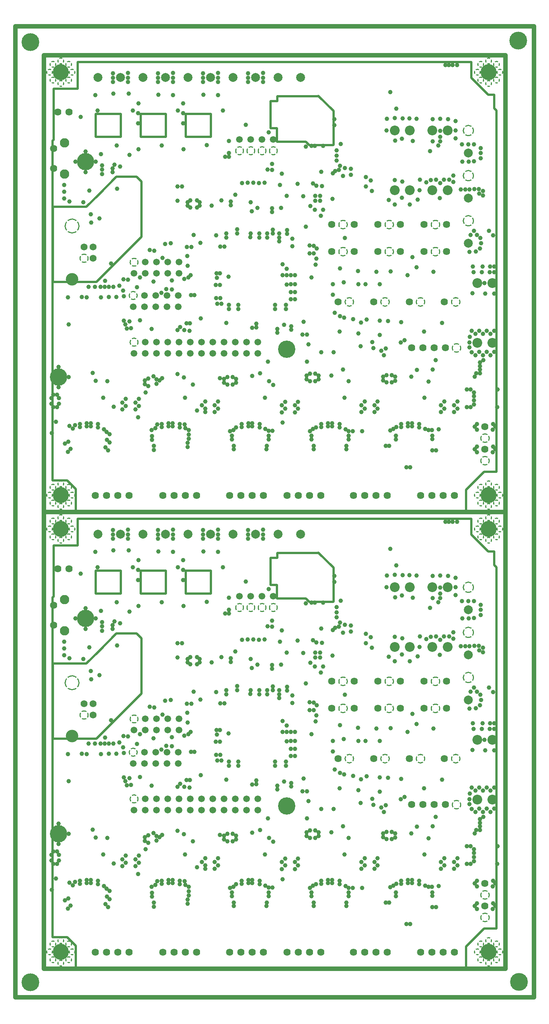
<source format=gbo>
G04 CAM350 V9.5 (Build 208) Date:  Fri Dec 30 15:14:25 2016 *
G04 Database: (Untitled) *
G04 Layer 2: L2 *
%FSTAX35Y35*%
%MOIN*%
%SFA1.000B1.000*%

%MIA0B0*%
%IPPOS*%
%ADD15C,0.02000*%
%ADD247C,0.04000*%
%ADD300C,0.15811*%
%ADD301C,0.06400*%
%ADD304C,0.05943*%
%ADD305C,0.15392*%
%ADD306C,0.11100*%
%ADD309C,0.06200*%
%ADD310C,0.08300*%
%ADD311C,0.07900*%
%ADD312C,0.08700*%
%ADD314C,0.14211*%
%ADD316C,0.03900*%
%LNL2*%
%LPD*%
G36*
X00419602Y00812176D02*
G01X00418863Y00812915D01*
X00418991Y00812989*
X00419128Y00813058*
X00419268Y00813121*
X00419412Y00813176*
X00419558Y00813223*
X00419706Y00813263*
X00419856Y00813295*
X00420008Y00813319*
X00420161Y00813335*
X00420314Y00813343*
X00420468*
X00420621Y00813335*
X00420774Y00813319*
X00420926Y00813296*
X00421076Y00813264*
X00421225Y00813225*
X00421371Y00813178*
X00421514Y00813123*
X00421655Y00813061*
X00421792Y00812992*
X00421925Y00812915*
X00421186Y00812176*
X0042107Y00812223*
X00420952Y00812263*
X00420831Y00812294*
X00420709Y00812318*
X00420585Y00812335*
X0042046Y00812343*
X00420335*
X00420211Y00812335*
X00420087Y0081232*
X00419964Y00812296*
X00419843Y00812265*
X00419725Y00812225*
X00419602Y00812176*
G37*
G36*
X0042032Y00807445D02*
G01X00420167Y00807453D01*
X00420014Y00807469*
X00419862Y00807492*
X00419712Y00807524*
X00419563Y00807563*
X00419417Y0080761*
X00419274Y00807665*
X00419133Y00807727*
X00418996Y00807796*
X00418863Y00807873*
X00419602Y00808612*
X00419718Y00808565*
X00419836Y00808525*
X00419957Y00808494*
X00420079Y0080847*
X00420203Y00808453*
X00420328Y00808445*
X00420453*
X00420577Y00808453*
X00420701Y00808468*
X00420824Y00808492*
X00420945Y00808523*
X00421063Y00808563*
X00421186Y00808612*
X00421925Y00807873*
X00421797Y00807799*
X0042166Y0080773*
X0042152Y00807667*
X00421376Y00807612*
X0042123Y00807565*
X00421082Y00807525*
X00420932Y00807493*
X0042078Y00807469*
X00420627Y00807453*
X00420474Y00807445*
X0042032*
G37*
G36*
X00419602Y00832176D02*
G01X00418863Y00832915D01*
X00418991Y00832989*
X00419128Y00833058*
X00419268Y00833121*
X00419412Y00833176*
X00419558Y00833223*
X00419706Y00833263*
X00419856Y00833295*
X00420008Y00833319*
X00420161Y00833335*
X00420314Y00833343*
X00420468*
X00420621Y00833335*
X00420774Y00833319*
X00420926Y00833296*
X00421076Y00833264*
X00421225Y00833225*
X00421371Y00833178*
X00421514Y00833123*
X00421655Y00833061*
X00421792Y00832992*
X00421925Y00832915*
X00421186Y00832176*
X0042107Y00832223*
X00420952Y00832263*
X00420831Y00832294*
X00420709Y00832318*
X00420585Y00832335*
X0042046Y00832343*
X00420335*
X00420211Y00832335*
X00420087Y0083232*
X00419964Y00832296*
X00419843Y00832265*
X00419725Y00832225*
X00419602Y00832176*
G37*
G36*
X0042032Y00827445D02*
G01X00420167Y00827453D01*
X00420014Y00827469*
X00419862Y00827492*
X00419712Y00827524*
X00419563Y00827563*
X00419417Y0082761*
X00419274Y00827665*
X00419133Y00827727*
X00418996Y00827796*
X00418863Y00827873*
X00419602Y00828612*
X00419718Y00828565*
X00419836Y00828525*
X00419957Y00828494*
X00420079Y0082847*
X00420203Y00828453*
X00420328Y00828445*
X00420453*
X00420577Y00828453*
X00420701Y00828468*
X00420824Y00828492*
X00420945Y00828523*
X00421063Y00828563*
X00421186Y00828612*
X00421925Y00827873*
X00421797Y00827799*
X0042166Y0082773*
X0042152Y00827667*
X00421376Y00827612*
X0042123Y00827565*
X00421082Y00827525*
X00420932Y00827493*
X0042078Y00827469*
X00420627Y00827453*
X00420474Y00827445*
X0042032*
G37*
G36*
X00429602Y00822176D02*
G01X00428863Y00822915D01*
X00428991Y00822989*
X00429128Y00823058*
X00429268Y00823121*
X00429412Y00823176*
X00429558Y00823223*
X00429706Y00823263*
X00429856Y00823295*
X00430008Y00823319*
X00430161Y00823335*
X00430314Y00823343*
X00430468*
X00430621Y00823335*
X00430774Y00823319*
X00430926Y00823296*
X00431076Y00823264*
X00431225Y00823225*
X00431371Y00823178*
X00431514Y00823123*
X00431655Y00823061*
X00431792Y00822992*
X00431925Y00822915*
X00431186Y00822176*
X0043107Y00822223*
X00430952Y00822263*
X00430831Y00822294*
X00430709Y00822318*
X00430585Y00822335*
X0043046Y00822343*
X00430335*
X00430211Y00822335*
X00430087Y0082232*
X00429964Y00822296*
X00429843Y00822265*
X00429725Y00822225*
X00429602Y00822176*
G37*
G36*
X0043032Y00817445D02*
G01X00430167Y00817453D01*
X00430014Y00817469*
X00429862Y00817492*
X00429712Y00817524*
X00429563Y00817563*
X00429417Y0081761*
X00429274Y00817665*
X00429133Y00817727*
X00428996Y00817796*
X00428863Y00817873*
X00429602Y00818612*
X00429718Y00818565*
X00429836Y00818525*
X00429957Y00818494*
X00430079Y0081847*
X00430203Y00818453*
X00430328Y00818445*
X00430453*
X00430577Y00818453*
X00430701Y00818468*
X00430824Y00818492*
X00430945Y00818523*
X00431063Y00818563*
X00431186Y00818612*
X00431925Y00817873*
X00431797Y00817799*
X0043166Y0081773*
X0043152Y00817667*
X00431376Y00817612*
X0043123Y00817565*
X00431082Y00817525*
X00430932Y00817493*
X0043078Y00817469*
X00430627Y00817453*
X00430474Y00817445*
X0043032*
G37*
G36*
X00409602Y00822176D02*
G01X00408863Y00822915D01*
X00408991Y00822989*
X00409128Y00823058*
X00409268Y00823121*
X00409412Y00823176*
X00409558Y00823223*
X00409706Y00823263*
X00409856Y00823295*
X00410008Y00823319*
X00410161Y00823335*
X00410314Y00823343*
X00410468*
X00410621Y00823335*
X00410774Y00823319*
X00410926Y00823296*
X00411076Y00823264*
X00411225Y00823225*
X00411371Y00823178*
X00411514Y00823123*
X00411655Y00823061*
X00411792Y00822992*
X00411925Y00822915*
X00411186Y00822176*
X0041107Y00822223*
X00410952Y00822263*
X00410831Y00822294*
X00410709Y00822318*
X00410585Y00822335*
X0041046Y00822343*
X00410335*
X00410211Y00822335*
X00410087Y0082232*
X00409964Y00822296*
X00409843Y00822265*
X00409725Y00822225*
X00409602Y00822176*
G37*
G36*
X0041032Y00817445D02*
G01X00410167Y00817453D01*
X00410014Y00817469*
X00409862Y00817492*
X00409712Y00817524*
X00409563Y00817563*
X00409417Y0081761*
X00409274Y00817665*
X00409133Y00817727*
X00408996Y00817796*
X00408863Y00817873*
X00409602Y00818612*
X00409718Y00818565*
X00409836Y00818525*
X00409957Y00818494*
X00410079Y0081847*
X00410203Y00818453*
X00410328Y00818445*
X00410453*
X00410577Y00818453*
X00410701Y00818468*
X00410824Y00818492*
X00410945Y00818523*
X00411063Y00818563*
X00411186Y00818612*
X00411925Y00817873*
X00411797Y00817799*
X0041166Y0081773*
X0041152Y00817667*
X00411376Y00817612*
X0041123Y00817565*
X00411082Y00817525*
X00410932Y00817493*
X0041078Y00817469*
X00410627Y00817453*
X00410474Y00817445*
X0041032*
G37*
G36*
X00412602Y00829176D02*
G01X00411863Y00829915D01*
X00411991Y00829989*
X00412128Y00830058*
X00412268Y00830121*
X00412412Y00830176*
X00412558Y00830223*
X00412706Y00830263*
X00412856Y00830295*
X00413008Y00830319*
X00413161Y00830335*
X00413314Y00830343*
X00413468*
X00413621Y00830335*
X00413774Y00830319*
X00413926Y00830296*
X00414076Y00830264*
X00414225Y00830225*
X00414371Y00830178*
X00414514Y00830123*
X00414655Y00830061*
X00414792Y00829992*
X00414925Y00829915*
X00414186Y00829176*
X0041407Y00829223*
X00413952Y00829263*
X00413831Y00829294*
X00413709Y00829318*
X00413585Y00829335*
X0041346Y00829343*
X00413335*
X00413211Y00829335*
X00413087Y0082932*
X00412964Y00829296*
X00412843Y00829265*
X00412725Y00829225*
X00412602Y00829176*
G37*
G36*
X0041332Y00824445D02*
G01X00413167Y00824453D01*
X00413014Y00824469*
X00412862Y00824492*
X00412712Y00824524*
X00412563Y00824563*
X00412417Y0082461*
X00412274Y00824665*
X00412133Y00824727*
X00411996Y00824796*
X00411863Y00824873*
X00412602Y00825612*
X00412718Y00825565*
X00412836Y00825525*
X00412957Y00825494*
X00413079Y0082547*
X00413203Y00825453*
X00413328Y00825445*
X00413453*
X00413577Y00825453*
X00413701Y00825468*
X00413824Y00825492*
X00413945Y00825523*
X00414063Y00825563*
X00414186Y00825612*
X00414925Y00824873*
X00414797Y00824799*
X0041466Y0082473*
X0041452Y00824667*
X00414376Y00824612*
X0041423Y00824565*
X00414082Y00824525*
X00413932Y00824493*
X0041378Y00824469*
X00413627Y00824453*
X00413474Y00824445*
X0041332*
G37*
G36*
X00426602Y00829176D02*
G01X00425863Y00829915D01*
X00425991Y00829989*
X00426128Y00830058*
X00426268Y00830121*
X00426412Y00830176*
X00426558Y00830223*
X00426706Y00830263*
X00426856Y00830295*
X00427008Y00830319*
X00427161Y00830335*
X00427314Y00830343*
X00427468*
X00427621Y00830335*
X00427774Y00830319*
X00427926Y00830296*
X00428076Y00830264*
X00428225Y00830225*
X00428371Y00830178*
X00428514Y00830123*
X00428655Y00830061*
X00428792Y00829992*
X00428925Y00829915*
X00428186Y00829176*
X0042807Y00829223*
X00427952Y00829263*
X00427831Y00829294*
X00427709Y00829318*
X00427585Y00829335*
X0042746Y00829343*
X00427335*
X00427211Y00829335*
X00427087Y0082932*
X00426964Y00829296*
X00426843Y00829265*
X00426725Y00829225*
X00426602Y00829176*
G37*
G36*
X0042732Y00824445D02*
G01X00427167Y00824453D01*
X00427014Y00824469*
X00426862Y00824492*
X00426712Y00824524*
X00426563Y00824563*
X00426417Y0082461*
X00426274Y00824665*
X00426133Y00824727*
X00425996Y00824796*
X00425863Y00824873*
X00426602Y00825612*
X00426718Y00825565*
X00426836Y00825525*
X00426957Y00825494*
X00427079Y0082547*
X00427203Y00825453*
X00427328Y00825445*
X00427453*
X00427577Y00825453*
X00427701Y00825468*
X00427824Y00825492*
X00427945Y00825523*
X00428063Y00825563*
X00428186Y00825612*
X00428925Y00824873*
X00428797Y00824799*
X0042866Y0082473*
X0042852Y00824667*
X00428376Y00824612*
X0042823Y00824565*
X00428082Y00824525*
X00427932Y00824493*
X0042778Y00824469*
X00427627Y00824453*
X00427474Y00824445*
X0042732*
G37*
G36*
X00426602Y00815176D02*
G01X00425863Y00815915D01*
X00425991Y00815989*
X00426128Y00816058*
X00426268Y00816121*
X00426412Y00816176*
X00426558Y00816223*
X00426706Y00816263*
X00426856Y00816295*
X00427008Y00816319*
X00427161Y00816335*
X00427314Y00816343*
X00427468*
X00427621Y00816335*
X00427774Y00816319*
X00427926Y00816296*
X00428076Y00816264*
X00428225Y00816225*
X00428371Y00816178*
X00428514Y00816123*
X00428655Y00816061*
X00428792Y00815992*
X00428925Y00815915*
X00428186Y00815176*
X0042807Y00815223*
X00427952Y00815263*
X00427831Y00815294*
X00427709Y00815318*
X00427585Y00815335*
X0042746Y00815343*
X00427335*
X00427211Y00815335*
X00427087Y0081532*
X00426964Y00815296*
X00426843Y00815265*
X00426725Y00815225*
X00426602Y00815176*
G37*
G36*
X0042732Y00810445D02*
G01X00427167Y00810453D01*
X00427014Y00810469*
X00426862Y00810492*
X00426712Y00810524*
X00426563Y00810563*
X00426417Y0081061*
X00426274Y00810665*
X00426133Y00810727*
X00425996Y00810796*
X00425863Y00810873*
X00426602Y00811612*
X00426718Y00811565*
X00426836Y00811525*
X00426957Y00811494*
X00427079Y0081147*
X00427203Y00811453*
X00427328Y00811445*
X00427453*
X00427577Y00811453*
X00427701Y00811468*
X00427824Y00811492*
X00427945Y00811523*
X00428063Y00811563*
X00428186Y00811612*
X00428925Y00810873*
X00428797Y00810799*
X0042866Y0081073*
X0042852Y00810667*
X00428376Y00810612*
X0042823Y00810565*
X00428082Y00810525*
X00427932Y00810493*
X0042778Y00810469*
X00427627Y00810453*
X00427474Y00810445*
X0042732*
G37*
G36*
X00412602Y00815176D02*
G01X00411863Y00815915D01*
X00411991Y00815989*
X00412128Y00816058*
X00412268Y00816121*
X00412412Y00816176*
X00412558Y00816223*
X00412706Y00816263*
X00412856Y00816295*
X00413008Y00816319*
X00413161Y00816335*
X00413314Y00816343*
X00413468*
X00413621Y00816335*
X00413774Y00816319*
X00413926Y00816296*
X00414076Y00816264*
X00414225Y00816225*
X00414371Y00816178*
X00414514Y00816123*
X00414655Y00816061*
X00414792Y00815992*
X00414925Y00815915*
X00414186Y00815176*
X0041407Y00815223*
X00413952Y00815263*
X00413831Y00815294*
X00413709Y00815318*
X00413585Y00815335*
X0041346Y00815343*
X00413335*
X00413211Y00815335*
X00413087Y0081532*
X00412964Y00815296*
X00412843Y00815265*
X00412725Y00815225*
X00412602Y00815176*
G37*
G36*
X0041332Y00810445D02*
G01X00413167Y00810453D01*
X00413014Y00810469*
X00412862Y00810492*
X00412712Y00810524*
X00412563Y00810563*
X00412417Y0081061*
X00412274Y00810665*
X00412133Y00810727*
X00411996Y00810796*
X00411863Y00810873*
X00412602Y00811612*
X00412718Y00811565*
X00412836Y00811525*
X00412957Y00811494*
X00413079Y0081147*
X00413203Y00811453*
X00413328Y00811445*
X00413453*
X00413577Y00811453*
X00413701Y00811468*
X00413824Y00811492*
X00413945Y00811523*
X00414063Y00811563*
X00414186Y00811612*
X00414925Y00810873*
X00414797Y00810799*
X0041466Y0081073*
X0041452Y00810667*
X00414376Y00810612*
X0041423Y00810565*
X00414082Y00810525*
X00413932Y00810493*
X0041378Y00810469*
X00413627Y00810453*
X00413474Y00810445*
X0041332*
G37*
G36*
X00039602Y00812176D02*
G01X00038863Y00812915D01*
X00038991Y00812989*
X00039128Y00813058*
X00039268Y00813121*
X00039412Y00813176*
X00039558Y00813223*
X00039706Y00813263*
X00039856Y00813295*
X00040008Y00813319*
X00040161Y00813335*
X00040314Y00813343*
X00040468*
X00040621Y00813335*
X00040774Y00813319*
X00040926Y00813296*
X00041076Y00813264*
X00041225Y00813225*
X00041371Y00813178*
X00041514Y00813123*
X00041655Y00813061*
X00041792Y00812992*
X00041925Y00812915*
X00041186Y00812176*
X0004107Y00812223*
X00040952Y00812263*
X00040831Y00812294*
X00040709Y00812318*
X00040585Y00812335*
X0004046Y00812343*
X00040335*
X00040211Y00812335*
X00040087Y0081232*
X00039964Y00812296*
X00039843Y00812265*
X00039725Y00812225*
X00039602Y00812176*
G37*
G36*
X0004032Y00807445D02*
G01X00040167Y00807453D01*
X00040014Y00807469*
X00039862Y00807492*
X00039712Y00807524*
X00039563Y00807563*
X00039417Y0080761*
X00039274Y00807665*
X00039133Y00807727*
X00038996Y00807796*
X00038863Y00807873*
X00039602Y00808612*
X00039718Y00808565*
X00039836Y00808525*
X00039957Y00808494*
X00040079Y0080847*
X00040203Y00808453*
X00040328Y00808445*
X00040453*
X00040577Y00808453*
X00040701Y00808468*
X00040824Y00808492*
X00040945Y00808523*
X00041063Y00808563*
X00041186Y00808612*
X00041925Y00807873*
X00041797Y00807799*
X0004166Y0080773*
X0004152Y00807667*
X00041376Y00807612*
X0004123Y00807565*
X00041082Y00807525*
X00040932Y00807493*
X0004078Y00807469*
X00040627Y00807453*
X00040474Y00807445*
X0004032*
G37*
G36*
X00039602Y00832176D02*
G01X00038863Y00832915D01*
X00038991Y00832989*
X00039128Y00833058*
X00039268Y00833121*
X00039412Y00833176*
X00039558Y00833223*
X00039706Y00833263*
X00039856Y00833295*
X00040008Y00833319*
X00040161Y00833335*
X00040314Y00833343*
X00040468*
X00040621Y00833335*
X00040774Y00833319*
X00040926Y00833296*
X00041076Y00833264*
X00041225Y00833225*
X00041371Y00833178*
X00041514Y00833123*
X00041655Y00833061*
X00041792Y00832992*
X00041925Y00832915*
X00041186Y00832176*
X0004107Y00832223*
X00040952Y00832263*
X00040831Y00832294*
X00040709Y00832318*
X00040585Y00832335*
X0004046Y00832343*
X00040335*
X00040211Y00832335*
X00040087Y0083232*
X00039964Y00832296*
X00039843Y00832265*
X00039725Y00832225*
X00039602Y00832176*
G37*
G36*
X0004032Y00827445D02*
G01X00040167Y00827453D01*
X00040014Y00827469*
X00039862Y00827492*
X00039712Y00827524*
X00039563Y00827563*
X00039417Y0082761*
X00039274Y00827665*
X00039133Y00827727*
X00038996Y00827796*
X00038863Y00827873*
X00039602Y00828612*
X00039718Y00828565*
X00039836Y00828525*
X00039957Y00828494*
X00040079Y0082847*
X00040203Y00828453*
X00040328Y00828445*
X00040453*
X00040577Y00828453*
X00040701Y00828468*
X00040824Y00828492*
X00040945Y00828523*
X00041063Y00828563*
X00041186Y00828612*
X00041925Y00827873*
X00041797Y00827799*
X0004166Y0082773*
X0004152Y00827667*
X00041376Y00827612*
X0004123Y00827565*
X00041082Y00827525*
X00040932Y00827493*
X0004078Y00827469*
X00040627Y00827453*
X00040474Y00827445*
X0004032*
G37*
G36*
X00049602Y00822176D02*
G01X00048863Y00822915D01*
X00048991Y00822989*
X00049128Y00823058*
X00049268Y00823121*
X00049412Y00823176*
X00049558Y00823223*
X00049706Y00823263*
X00049856Y00823295*
X00050008Y00823319*
X00050161Y00823335*
X00050314Y00823343*
X00050468*
X00050621Y00823335*
X00050774Y00823319*
X00050926Y00823296*
X00051076Y00823264*
X00051225Y00823225*
X00051371Y00823178*
X00051514Y00823123*
X00051655Y00823061*
X00051792Y00822992*
X00051925Y00822915*
X00051186Y00822176*
X0005107Y00822223*
X00050952Y00822263*
X00050831Y00822294*
X00050709Y00822318*
X00050585Y00822335*
X0005046Y00822343*
X00050335*
X00050211Y00822335*
X00050087Y0082232*
X00049964Y00822296*
X00049843Y00822265*
X00049725Y00822225*
X00049602Y00822176*
G37*
G36*
X0005032Y00817445D02*
G01X00050167Y00817453D01*
X00050014Y00817469*
X00049862Y00817492*
X00049712Y00817524*
X00049563Y00817563*
X00049417Y0081761*
X00049274Y00817665*
X00049133Y00817727*
X00048996Y00817796*
X00048863Y00817873*
X00049602Y00818612*
X00049718Y00818565*
X00049836Y00818525*
X00049957Y00818494*
X00050079Y0081847*
X00050203Y00818453*
X00050328Y00818445*
X00050453*
X00050577Y00818453*
X00050701Y00818468*
X00050824Y00818492*
X00050945Y00818523*
X00051063Y00818563*
X00051186Y00818612*
X00051925Y00817873*
X00051797Y00817799*
X0005166Y0081773*
X0005152Y00817667*
X00051376Y00817612*
X0005123Y00817565*
X00051082Y00817525*
X00050932Y00817493*
X0005078Y00817469*
X00050627Y00817453*
X00050474Y00817445*
X0005032*
G37*
G36*
X00029602Y00822176D02*
G01X00028863Y00822915D01*
X00028991Y00822989*
X00029128Y00823058*
X00029268Y00823121*
X00029412Y00823176*
X00029558Y00823223*
X00029706Y00823263*
X00029856Y00823295*
X00030008Y00823319*
X00030161Y00823335*
X00030314Y00823343*
X00030468*
X00030621Y00823335*
X00030774Y00823319*
X00030926Y00823296*
X00031076Y00823264*
X00031225Y00823225*
X00031371Y00823178*
X00031514Y00823123*
X00031655Y00823061*
X00031792Y00822992*
X00031925Y00822915*
X00031186Y00822176*
X0003107Y00822223*
X00030952Y00822263*
X00030831Y00822294*
X00030709Y00822318*
X00030585Y00822335*
X0003046Y00822343*
X00030335*
X00030211Y00822335*
X00030087Y0082232*
X00029964Y00822296*
X00029843Y00822265*
X00029725Y00822225*
X00029602Y00822176*
G37*
G36*
X0003032Y00817445D02*
G01X00030167Y00817453D01*
X00030014Y00817469*
X00029862Y00817492*
X00029712Y00817524*
X00029563Y00817563*
X00029417Y0081761*
X00029274Y00817665*
X00029133Y00817727*
X00028996Y00817796*
X00028863Y00817873*
X00029602Y00818612*
X00029718Y00818565*
X00029836Y00818525*
X00029957Y00818494*
X00030079Y0081847*
X00030203Y00818453*
X00030328Y00818445*
X00030453*
X00030577Y00818453*
X00030701Y00818468*
X00030824Y00818492*
X00030945Y00818523*
X00031063Y00818563*
X00031186Y00818612*
X00031925Y00817873*
X00031797Y00817799*
X0003166Y0081773*
X0003152Y00817667*
X00031376Y00817612*
X0003123Y00817565*
X00031082Y00817525*
X00030932Y00817493*
X0003078Y00817469*
X00030627Y00817453*
X00030474Y00817445*
X0003032*
G37*
G36*
X00032602Y00829176D02*
G01X00031863Y00829915D01*
X00031991Y00829989*
X00032128Y00830058*
X00032268Y00830121*
X00032412Y00830176*
X00032558Y00830223*
X00032706Y00830263*
X00032856Y00830295*
X00033008Y00830319*
X00033161Y00830335*
X00033314Y00830343*
X00033468*
X00033621Y00830335*
X00033774Y00830319*
X00033926Y00830296*
X00034076Y00830264*
X00034225Y00830225*
X00034371Y00830178*
X00034514Y00830123*
X00034655Y00830061*
X00034792Y00829992*
X00034925Y00829915*
X00034186Y00829176*
X0003407Y00829223*
X00033952Y00829263*
X00033831Y00829294*
X00033709Y00829318*
X00033585Y00829335*
X0003346Y00829343*
X00033335*
X00033211Y00829335*
X00033087Y0082932*
X00032964Y00829296*
X00032843Y00829265*
X00032725Y00829225*
X00032602Y00829176*
G37*
G36*
X0003332Y00824445D02*
G01X00033167Y00824453D01*
X00033014Y00824469*
X00032862Y00824492*
X00032712Y00824524*
X00032563Y00824563*
X00032417Y0082461*
X00032274Y00824665*
X00032133Y00824727*
X00031996Y00824796*
X00031863Y00824873*
X00032602Y00825612*
X00032718Y00825565*
X00032836Y00825525*
X00032957Y00825494*
X00033079Y0082547*
X00033203Y00825453*
X00033328Y00825445*
X00033453*
X00033577Y00825453*
X00033701Y00825468*
X00033824Y00825492*
X00033945Y00825523*
X00034063Y00825563*
X00034186Y00825612*
X00034925Y00824873*
X00034797Y00824799*
X0003466Y0082473*
X0003452Y00824667*
X00034376Y00824612*
X0003423Y00824565*
X00034082Y00824525*
X00033932Y00824493*
X0003378Y00824469*
X00033627Y00824453*
X00033474Y00824445*
X0003332*
G37*
G36*
X00046602Y00829176D02*
G01X00045863Y00829915D01*
X00045991Y00829989*
X00046128Y00830058*
X00046268Y00830121*
X00046412Y00830176*
X00046558Y00830223*
X00046706Y00830263*
X00046856Y00830295*
X00047008Y00830319*
X00047161Y00830335*
X00047314Y00830343*
X00047468*
X00047621Y00830335*
X00047774Y00830319*
X00047926Y00830296*
X00048076Y00830264*
X00048225Y00830225*
X00048371Y00830178*
X00048514Y00830123*
X00048655Y00830061*
X00048792Y00829992*
X00048925Y00829915*
X00048186Y00829176*
X0004807Y00829223*
X00047952Y00829263*
X00047831Y00829294*
X00047709Y00829318*
X00047585Y00829335*
X0004746Y00829343*
X00047335*
X00047211Y00829335*
X00047087Y0082932*
X00046964Y00829296*
X00046843Y00829265*
X00046725Y00829225*
X00046602Y00829176*
G37*
G36*
X0004732Y00824445D02*
G01X00047167Y00824453D01*
X00047014Y00824469*
X00046862Y00824492*
X00046712Y00824524*
X00046563Y00824563*
X00046417Y0082461*
X00046274Y00824665*
X00046133Y00824727*
X00045996Y00824796*
X00045863Y00824873*
X00046602Y00825612*
X00046718Y00825565*
X00046836Y00825525*
X00046957Y00825494*
X00047079Y0082547*
X00047203Y00825453*
X00047328Y00825445*
X00047453*
X00047577Y00825453*
X00047701Y00825468*
X00047824Y00825492*
X00047945Y00825523*
X00048063Y00825563*
X00048186Y00825612*
X00048925Y00824873*
X00048797Y00824799*
X0004866Y0082473*
X0004852Y00824667*
X00048376Y00824612*
X0004823Y00824565*
X00048082Y00824525*
X00047932Y00824493*
X0004778Y00824469*
X00047627Y00824453*
X00047474Y00824445*
X0004732*
G37*
G36*
X00046602Y00815176D02*
G01X00045863Y00815915D01*
X00045991Y00815989*
X00046128Y00816058*
X00046268Y00816121*
X00046412Y00816176*
X00046558Y00816223*
X00046706Y00816263*
X00046856Y00816295*
X00047008Y00816319*
X00047161Y00816335*
X00047314Y00816343*
X00047468*
X00047621Y00816335*
X00047774Y00816319*
X00047926Y00816296*
X00048076Y00816264*
X00048225Y00816225*
X00048371Y00816178*
X00048514Y00816123*
X00048655Y00816061*
X00048792Y00815992*
X00048925Y00815915*
X00048186Y00815176*
X0004807Y00815223*
X00047952Y00815263*
X00047831Y00815294*
X00047709Y00815318*
X00047585Y00815335*
X0004746Y00815343*
X00047335*
X00047211Y00815335*
X00047087Y0081532*
X00046964Y00815296*
X00046843Y00815265*
X00046725Y00815225*
X00046602Y00815176*
G37*
G36*
X0004732Y00810445D02*
G01X00047167Y00810453D01*
X00047014Y00810469*
X00046862Y00810492*
X00046712Y00810524*
X00046563Y00810563*
X00046417Y0081061*
X00046274Y00810665*
X00046133Y00810727*
X00045996Y00810796*
X00045863Y00810873*
X00046602Y00811612*
X00046718Y00811565*
X00046836Y00811525*
X00046957Y00811494*
X00047079Y0081147*
X00047203Y00811453*
X00047328Y00811445*
X00047453*
X00047577Y00811453*
X00047701Y00811468*
X00047824Y00811492*
X00047945Y00811523*
X00048063Y00811563*
X00048186Y00811612*
X00048925Y00810873*
X00048797Y00810799*
X0004866Y0081073*
X0004852Y00810667*
X00048376Y00810612*
X0004823Y00810565*
X00048082Y00810525*
X00047932Y00810493*
X0004778Y00810469*
X00047627Y00810453*
X00047474Y00810445*
X0004732*
G37*
G36*
X00032602Y00815176D02*
G01X00031863Y00815915D01*
X00031991Y00815989*
X00032128Y00816058*
X00032268Y00816121*
X00032412Y00816176*
X00032558Y00816223*
X00032706Y00816263*
X00032856Y00816295*
X00033008Y00816319*
X00033161Y00816335*
X00033314Y00816343*
X00033468*
X00033621Y00816335*
X00033774Y00816319*
X00033926Y00816296*
X00034076Y00816264*
X00034225Y00816225*
X00034371Y00816178*
X00034514Y00816123*
X00034655Y00816061*
X00034792Y00815992*
X00034925Y00815915*
X00034186Y00815176*
X0003407Y00815223*
X00033952Y00815263*
X00033831Y00815294*
X00033709Y00815318*
X00033585Y00815335*
X0003346Y00815343*
X00033335*
X00033211Y00815335*
X00033087Y0081532*
X00032964Y00815296*
X00032843Y00815265*
X00032725Y00815225*
X00032602Y00815176*
G37*
G36*
X0003332Y00810445D02*
G01X00033167Y00810453D01*
X00033014Y00810469*
X00032862Y00810492*
X00032712Y00810524*
X00032563Y00810563*
X00032417Y0081061*
X00032274Y00810665*
X00032133Y00810727*
X00031996Y00810796*
X00031863Y00810873*
X00032602Y00811612*
X00032718Y00811565*
X00032836Y00811525*
X00032957Y00811494*
X00033079Y0081147*
X00033203Y00811453*
X00033328Y00811445*
X00033453*
X00033577Y00811453*
X00033701Y00811468*
X00033824Y00811492*
X00033945Y00811523*
X00034063Y00811563*
X00034186Y00811612*
X00034925Y00810873*
X00034797Y00810799*
X0003466Y0081073*
X0003452Y00810667*
X00034376Y00810612*
X0003423Y00810565*
X00034082Y00810525*
X00033932Y00810493*
X0003378Y00810469*
X00033627Y00810453*
X00033474Y00810445*
X0003332*
G37*
G36*
X00039602Y00437176D02*
G01X00038863Y00437915D01*
X00038991Y00437989*
X00039128Y00438058*
X00039268Y00438121*
X00039412Y00438176*
X00039558Y00438223*
X00039706Y00438263*
X00039856Y00438295*
X00040008Y00438319*
X00040161Y00438335*
X00040314Y00438343*
X00040468*
X00040621Y00438335*
X00040774Y00438319*
X00040926Y00438296*
X00041076Y00438264*
X00041225Y00438225*
X00041371Y00438178*
X00041514Y00438123*
X00041655Y00438061*
X00041792Y00437992*
X00041925Y00437915*
X00041186Y00437176*
X0004107Y00437223*
X00040952Y00437263*
X00040831Y00437294*
X00040709Y00437318*
X00040585Y00437335*
X0004046Y00437343*
X00040335*
X00040211Y00437335*
X00040087Y0043732*
X00039964Y00437296*
X00039843Y00437265*
X00039725Y00437225*
X00039602Y00437176*
G37*
G36*
X0004032Y00432445D02*
G01X00040167Y00432453D01*
X00040014Y00432469*
X00039862Y00432492*
X00039712Y00432524*
X00039563Y00432563*
X00039417Y0043261*
X00039274Y00432665*
X00039133Y00432727*
X00038996Y00432796*
X00038863Y00432873*
X00039602Y00433612*
X00039718Y00433565*
X00039836Y00433525*
X00039957Y00433494*
X00040079Y0043347*
X00040203Y00433453*
X00040328Y00433445*
X00040453*
X00040577Y00433453*
X00040701Y00433468*
X00040824Y00433492*
X00040945Y00433523*
X00041063Y00433563*
X00041186Y00433612*
X00041925Y00432873*
X00041797Y00432799*
X0004166Y0043273*
X0004152Y00432667*
X00041376Y00432612*
X0004123Y00432565*
X00041082Y00432525*
X00040932Y00432493*
X0004078Y00432469*
X00040627Y00432453*
X00040474Y00432445*
X0004032*
G37*
G36*
X00039602Y00457176D02*
G01X00038863Y00457915D01*
X00038991Y00457989*
X00039128Y00458058*
X00039268Y00458121*
X00039412Y00458176*
X00039558Y00458223*
X00039706Y00458263*
X00039856Y00458295*
X00040008Y00458319*
X00040161Y00458335*
X00040314Y00458343*
X00040468*
X00040621Y00458335*
X00040774Y00458319*
X00040926Y00458296*
X00041076Y00458264*
X00041225Y00458225*
X00041371Y00458178*
X00041514Y00458123*
X00041655Y00458061*
X00041792Y00457992*
X00041925Y00457915*
X00041186Y00457176*
X0004107Y00457223*
X00040952Y00457263*
X00040831Y00457294*
X00040709Y00457318*
X00040585Y00457335*
X0004046Y00457343*
X00040335*
X00040211Y00457335*
X00040087Y0045732*
X00039964Y00457296*
X00039843Y00457265*
X00039725Y00457225*
X00039602Y00457176*
G37*
G36*
X0004032Y00452445D02*
G01X00040167Y00452453D01*
X00040014Y00452469*
X00039862Y00452492*
X00039712Y00452524*
X00039563Y00452563*
X00039417Y0045261*
X00039274Y00452665*
X00039133Y00452727*
X00038996Y00452796*
X00038863Y00452873*
X00039602Y00453612*
X00039718Y00453565*
X00039836Y00453525*
X00039957Y00453494*
X00040079Y0045347*
X00040203Y00453453*
X00040328Y00453445*
X00040453*
X00040577Y00453453*
X00040701Y00453468*
X00040824Y00453492*
X00040945Y00453523*
X00041063Y00453563*
X00041186Y00453612*
X00041925Y00452873*
X00041797Y00452799*
X0004166Y0045273*
X0004152Y00452667*
X00041376Y00452612*
X0004123Y00452565*
X00041082Y00452525*
X00040932Y00452493*
X0004078Y00452469*
X00040627Y00452453*
X00040474Y00452445*
X0004032*
G37*
G36*
X00049602Y00447176D02*
G01X00048863Y00447915D01*
X00048991Y00447989*
X00049128Y00448058*
X00049268Y00448121*
X00049412Y00448176*
X00049558Y00448223*
X00049706Y00448263*
X00049856Y00448295*
X00050008Y00448319*
X00050161Y00448335*
X00050314Y00448343*
X00050468*
X00050621Y00448335*
X00050774Y00448319*
X00050926Y00448296*
X00051076Y00448264*
X00051225Y00448225*
X00051371Y00448178*
X00051514Y00448123*
X00051655Y00448061*
X00051792Y00447992*
X00051925Y00447915*
X00051186Y00447176*
X0005107Y00447223*
X00050952Y00447263*
X00050831Y00447294*
X00050709Y00447318*
X00050585Y00447335*
X0005046Y00447343*
X00050335*
X00050211Y00447335*
X00050087Y0044732*
X00049964Y00447296*
X00049843Y00447265*
X00049725Y00447225*
X00049602Y00447176*
G37*
G36*
X0005032Y00442445D02*
G01X00050167Y00442453D01*
X00050014Y00442469*
X00049862Y00442492*
X00049712Y00442524*
X00049563Y00442563*
X00049417Y0044261*
X00049274Y00442665*
X00049133Y00442727*
X00048996Y00442796*
X00048863Y00442873*
X00049602Y00443612*
X00049718Y00443565*
X00049836Y00443525*
X00049957Y00443494*
X00050079Y0044347*
X00050203Y00443453*
X00050328Y00443445*
X00050453*
X00050577Y00443453*
X00050701Y00443468*
X00050824Y00443492*
X00050945Y00443523*
X00051063Y00443563*
X00051186Y00443612*
X00051925Y00442873*
X00051797Y00442799*
X0005166Y0044273*
X0005152Y00442667*
X00051376Y00442612*
X0005123Y00442565*
X00051082Y00442525*
X00050932Y00442493*
X0005078Y00442469*
X00050627Y00442453*
X00050474Y00442445*
X0005032*
G37*
G36*
X00029602Y00447176D02*
G01X00028863Y00447915D01*
X00028991Y00447989*
X00029128Y00448058*
X00029268Y00448121*
X00029412Y00448176*
X00029558Y00448223*
X00029706Y00448263*
X00029856Y00448295*
X00030008Y00448319*
X00030161Y00448335*
X00030314Y00448343*
X00030468*
X00030621Y00448335*
X00030774Y00448319*
X00030926Y00448296*
X00031076Y00448264*
X00031225Y00448225*
X00031371Y00448178*
X00031514Y00448123*
X00031655Y00448061*
X00031792Y00447992*
X00031925Y00447915*
X00031186Y00447176*
X0003107Y00447223*
X00030952Y00447263*
X00030831Y00447294*
X00030709Y00447318*
X00030585Y00447335*
X0003046Y00447343*
X00030335*
X00030211Y00447335*
X00030087Y0044732*
X00029964Y00447296*
X00029843Y00447265*
X00029725Y00447225*
X00029602Y00447176*
G37*
G36*
X0003032Y00442445D02*
G01X00030167Y00442453D01*
X00030014Y00442469*
X00029862Y00442492*
X00029712Y00442524*
X00029563Y00442563*
X00029417Y0044261*
X00029274Y00442665*
X00029133Y00442727*
X00028996Y00442796*
X00028863Y00442873*
X00029602Y00443612*
X00029718Y00443565*
X00029836Y00443525*
X00029957Y00443494*
X00030079Y0044347*
X00030203Y00443453*
X00030328Y00443445*
X00030453*
X00030577Y00443453*
X00030701Y00443468*
X00030824Y00443492*
X00030945Y00443523*
X00031063Y00443563*
X00031186Y00443612*
X00031925Y00442873*
X00031797Y00442799*
X0003166Y0044273*
X0003152Y00442667*
X00031376Y00442612*
X0003123Y00442565*
X00031082Y00442525*
X00030932Y00442493*
X0003078Y00442469*
X00030627Y00442453*
X00030474Y00442445*
X0003032*
G37*
G36*
X00032602Y00454176D02*
G01X00031863Y00454915D01*
X00031991Y00454989*
X00032128Y00455058*
X00032268Y00455121*
X00032412Y00455176*
X00032558Y00455223*
X00032706Y00455263*
X00032856Y00455295*
X00033008Y00455319*
X00033161Y00455335*
X00033314Y00455343*
X00033468*
X00033621Y00455335*
X00033774Y00455319*
X00033926Y00455296*
X00034076Y00455264*
X00034225Y00455225*
X00034371Y00455178*
X00034514Y00455123*
X00034655Y00455061*
X00034792Y00454992*
X00034925Y00454915*
X00034186Y00454176*
X0003407Y00454223*
X00033952Y00454263*
X00033831Y00454294*
X00033709Y00454318*
X00033585Y00454335*
X0003346Y00454343*
X00033335*
X00033211Y00454335*
X00033087Y0045432*
X00032964Y00454296*
X00032843Y00454265*
X00032725Y00454225*
X00032602Y00454176*
G37*
G36*
X0003332Y00449445D02*
G01X00033167Y00449453D01*
X00033014Y00449469*
X00032862Y00449492*
X00032712Y00449524*
X00032563Y00449563*
X00032417Y0044961*
X00032274Y00449665*
X00032133Y00449727*
X00031996Y00449796*
X00031863Y00449873*
X00032602Y00450612*
X00032718Y00450565*
X00032836Y00450525*
X00032957Y00450494*
X00033079Y0045047*
X00033203Y00450453*
X00033328Y00450445*
X00033453*
X00033577Y00450453*
X00033701Y00450468*
X00033824Y00450492*
X00033945Y00450523*
X00034063Y00450563*
X00034186Y00450612*
X00034925Y00449873*
X00034797Y00449799*
X0003466Y0044973*
X0003452Y00449667*
X00034376Y00449612*
X0003423Y00449565*
X00034082Y00449525*
X00033932Y00449493*
X0003378Y00449469*
X00033627Y00449453*
X00033474Y00449445*
X0003332*
G37*
G36*
X00046602Y00454176D02*
G01X00045863Y00454915D01*
X00045991Y00454989*
X00046128Y00455058*
X00046268Y00455121*
X00046412Y00455176*
X00046558Y00455223*
X00046706Y00455263*
X00046856Y00455295*
X00047008Y00455319*
X00047161Y00455335*
X00047314Y00455343*
X00047468*
X00047621Y00455335*
X00047774Y00455319*
X00047926Y00455296*
X00048076Y00455264*
X00048225Y00455225*
X00048371Y00455178*
X00048514Y00455123*
X00048655Y00455061*
X00048792Y00454992*
X00048925Y00454915*
X00048186Y00454176*
X0004807Y00454223*
X00047952Y00454263*
X00047831Y00454294*
X00047709Y00454318*
X00047585Y00454335*
X0004746Y00454343*
X00047335*
X00047211Y00454335*
X00047087Y0045432*
X00046964Y00454296*
X00046843Y00454265*
X00046725Y00454225*
X00046602Y00454176*
G37*
G36*
X0004732Y00449445D02*
G01X00047167Y00449453D01*
X00047014Y00449469*
X00046862Y00449492*
X00046712Y00449524*
X00046563Y00449563*
X00046417Y0044961*
X00046274Y00449665*
X00046133Y00449727*
X00045996Y00449796*
X00045863Y00449873*
X00046602Y00450612*
X00046718Y00450565*
X00046836Y00450525*
X00046957Y00450494*
X00047079Y0045047*
X00047203Y00450453*
X00047328Y00450445*
X00047453*
X00047577Y00450453*
X00047701Y00450468*
X00047824Y00450492*
X00047945Y00450523*
X00048063Y00450563*
X00048186Y00450612*
X00048925Y00449873*
X00048797Y00449799*
X0004866Y0044973*
X0004852Y00449667*
X00048376Y00449612*
X0004823Y00449565*
X00048082Y00449525*
X00047932Y00449493*
X0004778Y00449469*
X00047627Y00449453*
X00047474Y00449445*
X0004732*
G37*
G36*
X00046602Y00440176D02*
G01X00045863Y00440915D01*
X00045991Y00440989*
X00046128Y00441058*
X00046268Y00441121*
X00046412Y00441176*
X00046558Y00441223*
X00046706Y00441263*
X00046856Y00441295*
X00047008Y00441319*
X00047161Y00441335*
X00047314Y00441343*
X00047468*
X00047621Y00441335*
X00047774Y00441319*
X00047926Y00441296*
X00048076Y00441264*
X00048225Y00441225*
X00048371Y00441178*
X00048514Y00441123*
X00048655Y00441061*
X00048792Y00440992*
X00048925Y00440915*
X00048186Y00440176*
X0004807Y00440223*
X00047952Y00440263*
X00047831Y00440294*
X00047709Y00440318*
X00047585Y00440335*
X0004746Y00440343*
X00047335*
X00047211Y00440335*
X00047087Y0044032*
X00046964Y00440296*
X00046843Y00440265*
X00046725Y00440225*
X00046602Y00440176*
G37*
G36*
X0004732Y00435445D02*
G01X00047167Y00435453D01*
X00047014Y00435469*
X00046862Y00435492*
X00046712Y00435524*
X00046563Y00435563*
X00046417Y0043561*
X00046274Y00435665*
X00046133Y00435727*
X00045996Y00435796*
X00045863Y00435873*
X00046602Y00436612*
X00046718Y00436565*
X00046836Y00436525*
X00046957Y00436494*
X00047079Y0043647*
X00047203Y00436453*
X00047328Y00436445*
X00047453*
X00047577Y00436453*
X00047701Y00436468*
X00047824Y00436492*
X00047945Y00436523*
X00048063Y00436563*
X00048186Y00436612*
X00048925Y00435873*
X00048797Y00435799*
X0004866Y0043573*
X0004852Y00435667*
X00048376Y00435612*
X0004823Y00435565*
X00048082Y00435525*
X00047932Y00435493*
X0004778Y00435469*
X00047627Y00435453*
X00047474Y00435445*
X0004732*
G37*
G36*
X00032602Y00440176D02*
G01X00031863Y00440915D01*
X00031991Y00440989*
X00032128Y00441058*
X00032268Y00441121*
X00032412Y00441176*
X00032558Y00441223*
X00032706Y00441263*
X00032856Y00441295*
X00033008Y00441319*
X00033161Y00441335*
X00033314Y00441343*
X00033468*
X00033621Y00441335*
X00033774Y00441319*
X00033926Y00441296*
X00034076Y00441264*
X00034225Y00441225*
X00034371Y00441178*
X00034514Y00441123*
X00034655Y00441061*
X00034792Y00440992*
X00034925Y00440915*
X00034186Y00440176*
X0003407Y00440223*
X00033952Y00440263*
X00033831Y00440294*
X00033709Y00440318*
X00033585Y00440335*
X0003346Y00440343*
X00033335*
X00033211Y00440335*
X00033087Y0044032*
X00032964Y00440296*
X00032843Y00440265*
X00032725Y00440225*
X00032602Y00440176*
G37*
G36*
X0003332Y00435445D02*
G01X00033167Y00435453D01*
X00033014Y00435469*
X00032862Y00435492*
X00032712Y00435524*
X00032563Y00435563*
X00032417Y0043561*
X00032274Y00435665*
X00032133Y00435727*
X00031996Y00435796*
X00031863Y00435873*
X00032602Y00436612*
X00032718Y00436565*
X00032836Y00436525*
X00032957Y00436494*
X00033079Y0043647*
X00033203Y00436453*
X00033328Y00436445*
X00033453*
X00033577Y00436453*
X00033701Y00436468*
X00033824Y00436492*
X00033945Y00436523*
X00034063Y00436563*
X00034186Y00436612*
X00034925Y00435873*
X00034797Y00435799*
X0003466Y0043573*
X0003452Y00435667*
X00034376Y00435612*
X0003423Y00435565*
X00034082Y00435525*
X00033932Y00435493*
X0003378Y00435469*
X00033627Y00435453*
X00033474Y00435445*
X0003332*
G37*
G36*
X00419602Y00437176D02*
G01X00418863Y00437915D01*
X00418991Y00437989*
X00419128Y00438058*
X00419268Y00438121*
X00419412Y00438176*
X00419558Y00438223*
X00419706Y00438263*
X00419856Y00438295*
X00420008Y00438319*
X00420161Y00438335*
X00420314Y00438343*
X00420468*
X00420621Y00438335*
X00420774Y00438319*
X00420926Y00438296*
X00421076Y00438264*
X00421225Y00438225*
X00421371Y00438178*
X00421514Y00438123*
X00421655Y00438061*
X00421792Y00437992*
X00421925Y00437915*
X00421186Y00437176*
X0042107Y00437223*
X00420952Y00437263*
X00420831Y00437294*
X00420709Y00437318*
X00420585Y00437335*
X0042046Y00437343*
X00420335*
X00420211Y00437335*
X00420087Y0043732*
X00419964Y00437296*
X00419843Y00437265*
X00419725Y00437225*
X00419602Y00437176*
G37*
G36*
X0042032Y00432445D02*
G01X00420167Y00432453D01*
X00420014Y00432469*
X00419862Y00432492*
X00419712Y00432524*
X00419563Y00432563*
X00419417Y0043261*
X00419274Y00432665*
X00419133Y00432727*
X00418996Y00432796*
X00418863Y00432873*
X00419602Y00433612*
X00419718Y00433565*
X00419836Y00433525*
X00419957Y00433494*
X00420079Y0043347*
X00420203Y00433453*
X00420328Y00433445*
X00420453*
X00420577Y00433453*
X00420701Y00433468*
X00420824Y00433492*
X00420945Y00433523*
X00421063Y00433563*
X00421186Y00433612*
X00421925Y00432873*
X00421797Y00432799*
X0042166Y0043273*
X0042152Y00432667*
X00421376Y00432612*
X0042123Y00432565*
X00421082Y00432525*
X00420932Y00432493*
X0042078Y00432469*
X00420627Y00432453*
X00420474Y00432445*
X0042032*
G37*
G36*
X00419602Y00457176D02*
G01X00418863Y00457915D01*
X00418991Y00457989*
X00419128Y00458058*
X00419268Y00458121*
X00419412Y00458176*
X00419558Y00458223*
X00419706Y00458263*
X00419856Y00458295*
X00420008Y00458319*
X00420161Y00458335*
X00420314Y00458343*
X00420468*
X00420621Y00458335*
X00420774Y00458319*
X00420926Y00458296*
X00421076Y00458264*
X00421225Y00458225*
X00421371Y00458178*
X00421514Y00458123*
X00421655Y00458061*
X00421792Y00457992*
X00421925Y00457915*
X00421186Y00457176*
X0042107Y00457223*
X00420952Y00457263*
X00420831Y00457294*
X00420709Y00457318*
X00420585Y00457335*
X0042046Y00457343*
X00420335*
X00420211Y00457335*
X00420087Y0045732*
X00419964Y00457296*
X00419843Y00457265*
X00419725Y00457225*
X00419602Y00457176*
G37*
G36*
X0042032Y00452445D02*
G01X00420167Y00452453D01*
X00420014Y00452469*
X00419862Y00452492*
X00419712Y00452524*
X00419563Y00452563*
X00419417Y0045261*
X00419274Y00452665*
X00419133Y00452727*
X00418996Y00452796*
X00418863Y00452873*
X00419602Y00453612*
X00419718Y00453565*
X00419836Y00453525*
X00419957Y00453494*
X00420079Y0045347*
X00420203Y00453453*
X00420328Y00453445*
X00420453*
X00420577Y00453453*
X00420701Y00453468*
X00420824Y00453492*
X00420945Y00453523*
X00421063Y00453563*
X00421186Y00453612*
X00421925Y00452873*
X00421797Y00452799*
X0042166Y0045273*
X0042152Y00452667*
X00421376Y00452612*
X0042123Y00452565*
X00421082Y00452525*
X00420932Y00452493*
X0042078Y00452469*
X00420627Y00452453*
X00420474Y00452445*
X0042032*
G37*
G36*
X00429602Y00447176D02*
G01X00428863Y00447915D01*
X00428991Y00447989*
X00429128Y00448058*
X00429268Y00448121*
X00429412Y00448176*
X00429558Y00448223*
X00429706Y00448263*
X00429856Y00448295*
X00430008Y00448319*
X00430161Y00448335*
X00430314Y00448343*
X00430468*
X00430621Y00448335*
X00430774Y00448319*
X00430926Y00448296*
X00431076Y00448264*
X00431225Y00448225*
X00431371Y00448178*
X00431514Y00448123*
X00431655Y00448061*
X00431792Y00447992*
X00431925Y00447915*
X00431186Y00447176*
X0043107Y00447223*
X00430952Y00447263*
X00430831Y00447294*
X00430709Y00447318*
X00430585Y00447335*
X0043046Y00447343*
X00430335*
X00430211Y00447335*
X00430087Y0044732*
X00429964Y00447296*
X00429843Y00447265*
X00429725Y00447225*
X00429602Y00447176*
G37*
G36*
X0043032Y00442445D02*
G01X00430167Y00442453D01*
X00430014Y00442469*
X00429862Y00442492*
X00429712Y00442524*
X00429563Y00442563*
X00429417Y0044261*
X00429274Y00442665*
X00429133Y00442727*
X00428996Y00442796*
X00428863Y00442873*
X00429602Y00443612*
X00429718Y00443565*
X00429836Y00443525*
X00429957Y00443494*
X00430079Y0044347*
X00430203Y00443453*
X00430328Y00443445*
X00430453*
X00430577Y00443453*
X00430701Y00443468*
X00430824Y00443492*
X00430945Y00443523*
X00431063Y00443563*
X00431186Y00443612*
X00431925Y00442873*
X00431797Y00442799*
X0043166Y0044273*
X0043152Y00442667*
X00431376Y00442612*
X0043123Y00442565*
X00431082Y00442525*
X00430932Y00442493*
X0043078Y00442469*
X00430627Y00442453*
X00430474Y00442445*
X0043032*
G37*
G36*
X00409602Y00447176D02*
G01X00408863Y00447915D01*
X00408991Y00447989*
X00409128Y00448058*
X00409268Y00448121*
X00409412Y00448176*
X00409558Y00448223*
X00409706Y00448263*
X00409856Y00448295*
X00410008Y00448319*
X00410161Y00448335*
X00410314Y00448343*
X00410468*
X00410621Y00448335*
X00410774Y00448319*
X00410926Y00448296*
X00411076Y00448264*
X00411225Y00448225*
X00411371Y00448178*
X00411514Y00448123*
X00411655Y00448061*
X00411792Y00447992*
X00411925Y00447915*
X00411186Y00447176*
X0041107Y00447223*
X00410952Y00447263*
X00410831Y00447294*
X00410709Y00447318*
X00410585Y00447335*
X0041046Y00447343*
X00410335*
X00410211Y00447335*
X00410087Y0044732*
X00409964Y00447296*
X00409843Y00447265*
X00409725Y00447225*
X00409602Y00447176*
G37*
G36*
X0041032Y00442445D02*
G01X00410167Y00442453D01*
X00410014Y00442469*
X00409862Y00442492*
X00409712Y00442524*
X00409563Y00442563*
X00409417Y0044261*
X00409274Y00442665*
X00409133Y00442727*
X00408996Y00442796*
X00408863Y00442873*
X00409602Y00443612*
X00409718Y00443565*
X00409836Y00443525*
X00409957Y00443494*
X00410079Y0044347*
X00410203Y00443453*
X00410328Y00443445*
X00410453*
X00410577Y00443453*
X00410701Y00443468*
X00410824Y00443492*
X00410945Y00443523*
X00411063Y00443563*
X00411186Y00443612*
X00411925Y00442873*
X00411797Y00442799*
X0041166Y0044273*
X0041152Y00442667*
X00411376Y00442612*
X0041123Y00442565*
X00411082Y00442525*
X00410932Y00442493*
X0041078Y00442469*
X00410627Y00442453*
X00410474Y00442445*
X0041032*
G37*
G36*
X00412602Y00454176D02*
G01X00411863Y00454915D01*
X00411991Y00454989*
X00412128Y00455058*
X00412268Y00455121*
X00412412Y00455176*
X00412558Y00455223*
X00412706Y00455263*
X00412856Y00455295*
X00413008Y00455319*
X00413161Y00455335*
X00413314Y00455343*
X00413468*
X00413621Y00455335*
X00413774Y00455319*
X00413926Y00455296*
X00414076Y00455264*
X00414225Y00455225*
X00414371Y00455178*
X00414514Y00455123*
X00414655Y00455061*
X00414792Y00454992*
X00414925Y00454915*
X00414186Y00454176*
X0041407Y00454223*
X00413952Y00454263*
X00413831Y00454294*
X00413709Y00454318*
X00413585Y00454335*
X0041346Y00454343*
X00413335*
X00413211Y00454335*
X00413087Y0045432*
X00412964Y00454296*
X00412843Y00454265*
X00412725Y00454225*
X00412602Y00454176*
G37*
G36*
X0041332Y00449445D02*
G01X00413167Y00449453D01*
X00413014Y00449469*
X00412862Y00449492*
X00412712Y00449524*
X00412563Y00449563*
X00412417Y0044961*
X00412274Y00449665*
X00412133Y00449727*
X00411996Y00449796*
X00411863Y00449873*
X00412602Y00450612*
X00412718Y00450565*
X00412836Y00450525*
X00412957Y00450494*
X00413079Y0045047*
X00413203Y00450453*
X00413328Y00450445*
X00413453*
X00413577Y00450453*
X00413701Y00450468*
X00413824Y00450492*
X00413945Y00450523*
X00414063Y00450563*
X00414186Y00450612*
X00414925Y00449873*
X00414797Y00449799*
X0041466Y0044973*
X0041452Y00449667*
X00414376Y00449612*
X0041423Y00449565*
X00414082Y00449525*
X00413932Y00449493*
X0041378Y00449469*
X00413627Y00449453*
X00413474Y00449445*
X0041332*
G37*
G36*
X00426602Y00454176D02*
G01X00425863Y00454915D01*
X00425991Y00454989*
X00426128Y00455058*
X00426268Y00455121*
X00426412Y00455176*
X00426558Y00455223*
X00426706Y00455263*
X00426856Y00455295*
X00427008Y00455319*
X00427161Y00455335*
X00427314Y00455343*
X00427468*
X00427621Y00455335*
X00427774Y00455319*
X00427926Y00455296*
X00428076Y00455264*
X00428225Y00455225*
X00428371Y00455178*
X00428514Y00455123*
X00428655Y00455061*
X00428792Y00454992*
X00428925Y00454915*
X00428186Y00454176*
X0042807Y00454223*
X00427952Y00454263*
X00427831Y00454294*
X00427709Y00454318*
X00427585Y00454335*
X0042746Y00454343*
X00427335*
X00427211Y00454335*
X00427087Y0045432*
X00426964Y00454296*
X00426843Y00454265*
X00426725Y00454225*
X00426602Y00454176*
G37*
G36*
X0042732Y00449445D02*
G01X00427167Y00449453D01*
X00427014Y00449469*
X00426862Y00449492*
X00426712Y00449524*
X00426563Y00449563*
X00426417Y0044961*
X00426274Y00449665*
X00426133Y00449727*
X00425996Y00449796*
X00425863Y00449873*
X00426602Y00450612*
X00426718Y00450565*
X00426836Y00450525*
X00426957Y00450494*
X00427079Y0045047*
X00427203Y00450453*
X00427328Y00450445*
X00427453*
X00427577Y00450453*
X00427701Y00450468*
X00427824Y00450492*
X00427945Y00450523*
X00428063Y00450563*
X00428186Y00450612*
X00428925Y00449873*
X00428797Y00449799*
X0042866Y0044973*
X0042852Y00449667*
X00428376Y00449612*
X0042823Y00449565*
X00428082Y00449525*
X00427932Y00449493*
X0042778Y00449469*
X00427627Y00449453*
X00427474Y00449445*
X0042732*
G37*
G36*
X00426602Y00440176D02*
G01X00425863Y00440915D01*
X00425991Y00440989*
X00426128Y00441058*
X00426268Y00441121*
X00426412Y00441176*
X00426558Y00441223*
X00426706Y00441263*
X00426856Y00441295*
X00427008Y00441319*
X00427161Y00441335*
X00427314Y00441343*
X00427468*
X00427621Y00441335*
X00427774Y00441319*
X00427926Y00441296*
X00428076Y00441264*
X00428225Y00441225*
X00428371Y00441178*
X00428514Y00441123*
X00428655Y00441061*
X00428792Y00440992*
X00428925Y00440915*
X00428186Y00440176*
X0042807Y00440223*
X00427952Y00440263*
X00427831Y00440294*
X00427709Y00440318*
X00427585Y00440335*
X0042746Y00440343*
X00427335*
X00427211Y00440335*
X00427087Y0044032*
X00426964Y00440296*
X00426843Y00440265*
X00426725Y00440225*
X00426602Y00440176*
G37*
G36*
X0042732Y00435445D02*
G01X00427167Y00435453D01*
X00427014Y00435469*
X00426862Y00435492*
X00426712Y00435524*
X00426563Y00435563*
X00426417Y0043561*
X00426274Y00435665*
X00426133Y00435727*
X00425996Y00435796*
X00425863Y00435873*
X00426602Y00436612*
X00426718Y00436565*
X00426836Y00436525*
X00426957Y00436494*
X00427079Y0043647*
X00427203Y00436453*
X00427328Y00436445*
X00427453*
X00427577Y00436453*
X00427701Y00436468*
X00427824Y00436492*
X00427945Y00436523*
X00428063Y00436563*
X00428186Y00436612*
X00428925Y00435873*
X00428797Y00435799*
X0042866Y0043573*
X0042852Y00435667*
X00428376Y00435612*
X0042823Y00435565*
X00428082Y00435525*
X00427932Y00435493*
X0042778Y00435469*
X00427627Y00435453*
X00427474Y00435445*
X0042732*
G37*
G36*
X00412602Y00440176D02*
G01X00411863Y00440915D01*
X00411991Y00440989*
X00412128Y00441058*
X00412268Y00441121*
X00412412Y00441176*
X00412558Y00441223*
X00412706Y00441263*
X00412856Y00441295*
X00413008Y00441319*
X00413161Y00441335*
X00413314Y00441343*
X00413468*
X00413621Y00441335*
X00413774Y00441319*
X00413926Y00441296*
X00414076Y00441264*
X00414225Y00441225*
X00414371Y00441178*
X00414514Y00441123*
X00414655Y00441061*
X00414792Y00440992*
X00414925Y00440915*
X00414186Y00440176*
X0041407Y00440223*
X00413952Y00440263*
X00413831Y00440294*
X00413709Y00440318*
X00413585Y00440335*
X0041346Y00440343*
X00413335*
X00413211Y00440335*
X00413087Y0044032*
X00412964Y00440296*
X00412843Y00440265*
X00412725Y00440225*
X00412602Y00440176*
G37*
G36*
X0041332Y00435445D02*
G01X00413167Y00435453D01*
X00413014Y00435469*
X00412862Y00435492*
X00412712Y00435524*
X00412563Y00435563*
X00412417Y0043561*
X00412274Y00435665*
X00412133Y00435727*
X00411996Y00435796*
X00411863Y00435873*
X00412602Y00436612*
X00412718Y00436565*
X00412836Y00436525*
X00412957Y00436494*
X00413079Y0043647*
X00413203Y00436453*
X00413328Y00436445*
X00413453*
X00413577Y00436453*
X00413701Y00436468*
X00413824Y00436492*
X00413945Y00436523*
X00414063Y00436563*
X00414186Y00436612*
X00414925Y00435873*
X00414797Y00435799*
X0041466Y0043573*
X0041452Y00435667*
X00414376Y00435612*
X0041423Y00435565*
X00414082Y00435525*
X00413932Y00435493*
X0041378Y00435469*
X00413627Y00435453*
X00413474Y00435445*
X0041332*
G37*
G36*
X00419602Y00407176D02*
G01X00418863Y00407915D01*
X00418991Y00407989*
X00419128Y00408058*
X00419268Y00408121*
X00419412Y00408176*
X00419558Y00408223*
X00419706Y00408263*
X00419856Y00408295*
X00420008Y00408319*
X00420161Y00408335*
X00420314Y00408343*
X00420468*
X00420621Y00408335*
X00420774Y00408319*
X00420926Y00408296*
X00421076Y00408264*
X00421225Y00408225*
X00421371Y00408178*
X00421514Y00408123*
X00421655Y00408061*
X00421792Y00407992*
X00421925Y00407915*
X00421186Y00407176*
X0042107Y00407223*
X00420952Y00407263*
X00420831Y00407294*
X00420709Y00407318*
X00420585Y00407335*
X0042046Y00407343*
X00420335*
X00420211Y00407335*
X00420087Y0040732*
X00419964Y00407296*
X00419843Y00407265*
X00419725Y00407225*
X00419602Y00407176*
G37*
G36*
X0042032Y00402445D02*
G01X00420167Y00402453D01*
X00420014Y00402469*
X00419862Y00402492*
X00419712Y00402524*
X00419563Y00402563*
X00419417Y0040261*
X00419274Y00402665*
X00419133Y00402727*
X00418996Y00402796*
X00418863Y00402873*
X00419602Y00403612*
X00419718Y00403565*
X00419836Y00403525*
X00419957Y00403494*
X00420079Y0040347*
X00420203Y00403453*
X00420328Y00403445*
X00420453*
X00420577Y00403453*
X00420701Y00403468*
X00420824Y00403492*
X00420945Y00403523*
X00421063Y00403563*
X00421186Y00403612*
X00421925Y00402873*
X00421797Y00402799*
X0042166Y0040273*
X0042152Y00402667*
X00421376Y00402612*
X0042123Y00402565*
X00421082Y00402525*
X00420932Y00402493*
X0042078Y00402469*
X00420627Y00402453*
X00420474Y00402445*
X0042032*
G37*
G36*
X00419602Y00427176D02*
G01X00418863Y00427915D01*
X00418991Y00427989*
X00419128Y00428058*
X00419268Y00428121*
X00419412Y00428176*
X00419558Y00428223*
X00419706Y00428263*
X00419856Y00428295*
X00420008Y00428319*
X00420161Y00428335*
X00420314Y00428343*
X00420468*
X00420621Y00428335*
X00420774Y00428319*
X00420926Y00428296*
X00421076Y00428264*
X00421225Y00428225*
X00421371Y00428178*
X00421514Y00428123*
X00421655Y00428061*
X00421792Y00427992*
X00421925Y00427915*
X00421186Y00427176*
X0042107Y00427223*
X00420952Y00427263*
X00420831Y00427294*
X00420709Y00427318*
X00420585Y00427335*
X0042046Y00427343*
X00420335*
X00420211Y00427335*
X00420087Y0042732*
X00419964Y00427296*
X00419843Y00427265*
X00419725Y00427225*
X00419602Y00427176*
G37*
G36*
X0042032Y00422445D02*
G01X00420167Y00422453D01*
X00420014Y00422469*
X00419862Y00422492*
X00419712Y00422524*
X00419563Y00422563*
X00419417Y0042261*
X00419274Y00422665*
X00419133Y00422727*
X00418996Y00422796*
X00418863Y00422873*
X00419602Y00423612*
X00419718Y00423565*
X00419836Y00423525*
X00419957Y00423494*
X00420079Y0042347*
X00420203Y00423453*
X00420328Y00423445*
X00420453*
X00420577Y00423453*
X00420701Y00423468*
X00420824Y00423492*
X00420945Y00423523*
X00421063Y00423563*
X00421186Y00423612*
X00421925Y00422873*
X00421797Y00422799*
X0042166Y0042273*
X0042152Y00422667*
X00421376Y00422612*
X0042123Y00422565*
X00421082Y00422525*
X00420932Y00422493*
X0042078Y00422469*
X00420627Y00422453*
X00420474Y00422445*
X0042032*
G37*
G36*
X00429602Y00417176D02*
G01X00428863Y00417915D01*
X00428991Y00417989*
X00429128Y00418058*
X00429268Y00418121*
X00429412Y00418176*
X00429558Y00418223*
X00429706Y00418263*
X00429856Y00418295*
X00430008Y00418319*
X00430161Y00418335*
X00430314Y00418343*
X00430468*
X00430621Y00418335*
X00430774Y00418319*
X00430926Y00418296*
X00431076Y00418264*
X00431225Y00418225*
X00431371Y00418178*
X00431514Y00418123*
X00431655Y00418061*
X00431792Y00417992*
X00431925Y00417915*
X00431186Y00417176*
X0043107Y00417223*
X00430952Y00417263*
X00430831Y00417294*
X00430709Y00417318*
X00430585Y00417335*
X0043046Y00417343*
X00430335*
X00430211Y00417335*
X00430087Y0041732*
X00429964Y00417296*
X00429843Y00417265*
X00429725Y00417225*
X00429602Y00417176*
G37*
G36*
X0043032Y00412445D02*
G01X00430167Y00412453D01*
X00430014Y00412469*
X00429862Y00412492*
X00429712Y00412524*
X00429563Y00412563*
X00429417Y0041261*
X00429274Y00412665*
X00429133Y00412727*
X00428996Y00412796*
X00428863Y00412873*
X00429602Y00413612*
X00429718Y00413565*
X00429836Y00413525*
X00429957Y00413494*
X00430079Y0041347*
X00430203Y00413453*
X00430328Y00413445*
X00430453*
X00430577Y00413453*
X00430701Y00413468*
X00430824Y00413492*
X00430945Y00413523*
X00431063Y00413563*
X00431186Y00413612*
X00431925Y00412873*
X00431797Y00412799*
X0043166Y0041273*
X0043152Y00412667*
X00431376Y00412612*
X0043123Y00412565*
X00431082Y00412525*
X00430932Y00412493*
X0043078Y00412469*
X00430627Y00412453*
X00430474Y00412445*
X0043032*
G37*
G36*
X00409602Y00417176D02*
G01X00408863Y00417915D01*
X00408991Y00417989*
X00409128Y00418058*
X00409268Y00418121*
X00409412Y00418176*
X00409558Y00418223*
X00409706Y00418263*
X00409856Y00418295*
X00410008Y00418319*
X00410161Y00418335*
X00410314Y00418343*
X00410468*
X00410621Y00418335*
X00410774Y00418319*
X00410926Y00418296*
X00411076Y00418264*
X00411225Y00418225*
X00411371Y00418178*
X00411514Y00418123*
X00411655Y00418061*
X00411792Y00417992*
X00411925Y00417915*
X00411186Y00417176*
X0041107Y00417223*
X00410952Y00417263*
X00410831Y00417294*
X00410709Y00417318*
X00410585Y00417335*
X0041046Y00417343*
X00410335*
X00410211Y00417335*
X00410087Y0041732*
X00409964Y00417296*
X00409843Y00417265*
X00409725Y00417225*
X00409602Y00417176*
G37*
G36*
X0041032Y00412445D02*
G01X00410167Y00412453D01*
X00410014Y00412469*
X00409862Y00412492*
X00409712Y00412524*
X00409563Y00412563*
X00409417Y0041261*
X00409274Y00412665*
X00409133Y00412727*
X00408996Y00412796*
X00408863Y00412873*
X00409602Y00413612*
X00409718Y00413565*
X00409836Y00413525*
X00409957Y00413494*
X00410079Y0041347*
X00410203Y00413453*
X00410328Y00413445*
X00410453*
X00410577Y00413453*
X00410701Y00413468*
X00410824Y00413492*
X00410945Y00413523*
X00411063Y00413563*
X00411186Y00413612*
X00411925Y00412873*
X00411797Y00412799*
X0041166Y0041273*
X0041152Y00412667*
X00411376Y00412612*
X0041123Y00412565*
X00411082Y00412525*
X00410932Y00412493*
X0041078Y00412469*
X00410627Y00412453*
X00410474Y00412445*
X0041032*
G37*
G36*
X00412602Y00424176D02*
G01X00411863Y00424915D01*
X00411991Y00424989*
X00412128Y00425058*
X00412268Y00425121*
X00412412Y00425176*
X00412558Y00425223*
X00412706Y00425263*
X00412856Y00425295*
X00413008Y00425319*
X00413161Y00425335*
X00413314Y00425343*
X00413468*
X00413621Y00425335*
X00413774Y00425319*
X00413926Y00425296*
X00414076Y00425264*
X00414225Y00425225*
X00414371Y00425178*
X00414514Y00425123*
X00414655Y00425061*
X00414792Y00424992*
X00414925Y00424915*
X00414186Y00424176*
X0041407Y00424223*
X00413952Y00424263*
X00413831Y00424294*
X00413709Y00424318*
X00413585Y00424335*
X0041346Y00424343*
X00413335*
X00413211Y00424335*
X00413087Y0042432*
X00412964Y00424296*
X00412843Y00424265*
X00412725Y00424225*
X00412602Y00424176*
G37*
G36*
X0041332Y00419445D02*
G01X00413167Y00419453D01*
X00413014Y00419469*
X00412862Y00419492*
X00412712Y00419524*
X00412563Y00419563*
X00412417Y0041961*
X00412274Y00419665*
X00412133Y00419727*
X00411996Y00419796*
X00411863Y00419873*
X00412602Y00420612*
X00412718Y00420565*
X00412836Y00420525*
X00412957Y00420494*
X00413079Y0042047*
X00413203Y00420453*
X00413328Y00420445*
X00413453*
X00413577Y00420453*
X00413701Y00420468*
X00413824Y00420492*
X00413945Y00420523*
X00414063Y00420563*
X00414186Y00420612*
X00414925Y00419873*
X00414797Y00419799*
X0041466Y0041973*
X0041452Y00419667*
X00414376Y00419612*
X0041423Y00419565*
X00414082Y00419525*
X00413932Y00419493*
X0041378Y00419469*
X00413627Y00419453*
X00413474Y00419445*
X0041332*
G37*
G36*
X00426602Y00424176D02*
G01X00425863Y00424915D01*
X00425991Y00424989*
X00426128Y00425058*
X00426268Y00425121*
X00426412Y00425176*
X00426558Y00425223*
X00426706Y00425263*
X00426856Y00425295*
X00427008Y00425319*
X00427161Y00425335*
X00427314Y00425343*
X00427468*
X00427621Y00425335*
X00427774Y00425319*
X00427926Y00425296*
X00428076Y00425264*
X00428225Y00425225*
X00428371Y00425178*
X00428514Y00425123*
X00428655Y00425061*
X00428792Y00424992*
X00428925Y00424915*
X00428186Y00424176*
X0042807Y00424223*
X00427952Y00424263*
X00427831Y00424294*
X00427709Y00424318*
X00427585Y00424335*
X0042746Y00424343*
X00427335*
X00427211Y00424335*
X00427087Y0042432*
X00426964Y00424296*
X00426843Y00424265*
X00426725Y00424225*
X00426602Y00424176*
G37*
G36*
X0042732Y00419445D02*
G01X00427167Y00419453D01*
X00427014Y00419469*
X00426862Y00419492*
X00426712Y00419524*
X00426563Y00419563*
X00426417Y0041961*
X00426274Y00419665*
X00426133Y00419727*
X00425996Y00419796*
X00425863Y00419873*
X00426602Y00420612*
X00426718Y00420565*
X00426836Y00420525*
X00426957Y00420494*
X00427079Y0042047*
X00427203Y00420453*
X00427328Y00420445*
X00427453*
X00427577Y00420453*
X00427701Y00420468*
X00427824Y00420492*
X00427945Y00420523*
X00428063Y00420563*
X00428186Y00420612*
X00428925Y00419873*
X00428797Y00419799*
X0042866Y0041973*
X0042852Y00419667*
X00428376Y00419612*
X0042823Y00419565*
X00428082Y00419525*
X00427932Y00419493*
X0042778Y00419469*
X00427627Y00419453*
X00427474Y00419445*
X0042732*
G37*
G36*
X00426602Y00410176D02*
G01X00425863Y00410915D01*
X00425991Y00410989*
X00426128Y00411058*
X00426268Y00411121*
X00426412Y00411176*
X00426558Y00411223*
X00426706Y00411263*
X00426856Y00411295*
X00427008Y00411319*
X00427161Y00411335*
X00427314Y00411343*
X00427468*
X00427621Y00411335*
X00427774Y00411319*
X00427926Y00411296*
X00428076Y00411264*
X00428225Y00411225*
X00428371Y00411178*
X00428514Y00411123*
X00428655Y00411061*
X00428792Y00410992*
X00428925Y00410915*
X00428186Y00410176*
X0042807Y00410223*
X00427952Y00410263*
X00427831Y00410294*
X00427709Y00410318*
X00427585Y00410335*
X0042746Y00410343*
X00427335*
X00427211Y00410335*
X00427087Y0041032*
X00426964Y00410296*
X00426843Y00410265*
X00426725Y00410225*
X00426602Y00410176*
G37*
G36*
X0042732Y00405445D02*
G01X00427167Y00405453D01*
X00427014Y00405469*
X00426862Y00405492*
X00426712Y00405524*
X00426563Y00405563*
X00426417Y0040561*
X00426274Y00405665*
X00426133Y00405727*
X00425996Y00405796*
X00425863Y00405873*
X00426602Y00406612*
X00426718Y00406565*
X00426836Y00406525*
X00426957Y00406494*
X00427079Y0040647*
X00427203Y00406453*
X00427328Y00406445*
X00427453*
X00427577Y00406453*
X00427701Y00406468*
X00427824Y00406492*
X00427945Y00406523*
X00428063Y00406563*
X00428186Y00406612*
X00428925Y00405873*
X00428797Y00405799*
X0042866Y0040573*
X0042852Y00405667*
X00428376Y00405612*
X0042823Y00405565*
X00428082Y00405525*
X00427932Y00405493*
X0042778Y00405469*
X00427627Y00405453*
X00427474Y00405445*
X0042732*
G37*
G36*
X00412602Y00410176D02*
G01X00411863Y00410915D01*
X00411991Y00410989*
X00412128Y00411058*
X00412268Y00411121*
X00412412Y00411176*
X00412558Y00411223*
X00412706Y00411263*
X00412856Y00411295*
X00413008Y00411319*
X00413161Y00411335*
X00413314Y00411343*
X00413468*
X00413621Y00411335*
X00413774Y00411319*
X00413926Y00411296*
X00414076Y00411264*
X00414225Y00411225*
X00414371Y00411178*
X00414514Y00411123*
X00414655Y00411061*
X00414792Y00410992*
X00414925Y00410915*
X00414186Y00410176*
X0041407Y00410223*
X00413952Y00410263*
X00413831Y00410294*
X00413709Y00410318*
X00413585Y00410335*
X0041346Y00410343*
X00413335*
X00413211Y00410335*
X00413087Y0041032*
X00412964Y00410296*
X00412843Y00410265*
X00412725Y00410225*
X00412602Y00410176*
G37*
G36*
X0041332Y00405445D02*
G01X00413167Y00405453D01*
X00413014Y00405469*
X00412862Y00405492*
X00412712Y00405524*
X00412563Y00405563*
X00412417Y0040561*
X00412274Y00405665*
X00412133Y00405727*
X00411996Y00405796*
X00411863Y00405873*
X00412602Y00406612*
X00412718Y00406565*
X00412836Y00406525*
X00412957Y00406494*
X00413079Y0040647*
X00413203Y00406453*
X00413328Y00406445*
X00413453*
X00413577Y00406453*
X00413701Y00406468*
X00413824Y00406492*
X00413945Y00406523*
X00414063Y00406563*
X00414186Y00406612*
X00414925Y00405873*
X00414797Y00405799*
X0041466Y0040573*
X0041452Y00405667*
X00414376Y00405612*
X0041423Y00405565*
X00414082Y00405525*
X00413932Y00405493*
X0041378Y00405469*
X00413627Y00405453*
X00413474Y00405445*
X0041332*
G37*
G36*
X00039602Y00407176D02*
G01X00038863Y00407915D01*
X00038991Y00407989*
X00039128Y00408058*
X00039268Y00408121*
X00039412Y00408176*
X00039558Y00408223*
X00039706Y00408263*
X00039856Y00408295*
X00040008Y00408319*
X00040161Y00408335*
X00040314Y00408343*
X00040468*
X00040621Y00408335*
X00040774Y00408319*
X00040926Y00408296*
X00041076Y00408264*
X00041225Y00408225*
X00041371Y00408178*
X00041514Y00408123*
X00041655Y00408061*
X00041792Y00407992*
X00041925Y00407915*
X00041186Y00407176*
X0004107Y00407223*
X00040952Y00407263*
X00040831Y00407294*
X00040709Y00407318*
X00040585Y00407335*
X0004046Y00407343*
X00040335*
X00040211Y00407335*
X00040087Y0040732*
X00039964Y00407296*
X00039843Y00407265*
X00039725Y00407225*
X00039602Y00407176*
G37*
G36*
X0004032Y00402445D02*
G01X00040167Y00402453D01*
X00040014Y00402469*
X00039862Y00402492*
X00039712Y00402524*
X00039563Y00402563*
X00039417Y0040261*
X00039274Y00402665*
X00039133Y00402727*
X00038996Y00402796*
X00038863Y00402873*
X00039602Y00403612*
X00039718Y00403565*
X00039836Y00403525*
X00039957Y00403494*
X00040079Y0040347*
X00040203Y00403453*
X00040328Y00403445*
X00040453*
X00040577Y00403453*
X00040701Y00403468*
X00040824Y00403492*
X00040945Y00403523*
X00041063Y00403563*
X00041186Y00403612*
X00041925Y00402873*
X00041797Y00402799*
X0004166Y0040273*
X0004152Y00402667*
X00041376Y00402612*
X0004123Y00402565*
X00041082Y00402525*
X00040932Y00402493*
X0004078Y00402469*
X00040627Y00402453*
X00040474Y00402445*
X0004032*
G37*
G36*
X00039602Y00427176D02*
G01X00038863Y00427915D01*
X00038991Y00427989*
X00039128Y00428058*
X00039268Y00428121*
X00039412Y00428176*
X00039558Y00428223*
X00039706Y00428263*
X00039856Y00428295*
X00040008Y00428319*
X00040161Y00428335*
X00040314Y00428343*
X00040468*
X00040621Y00428335*
X00040774Y00428319*
X00040926Y00428296*
X00041076Y00428264*
X00041225Y00428225*
X00041371Y00428178*
X00041514Y00428123*
X00041655Y00428061*
X00041792Y00427992*
X00041925Y00427915*
X00041186Y00427176*
X0004107Y00427223*
X00040952Y00427263*
X00040831Y00427294*
X00040709Y00427318*
X00040585Y00427335*
X0004046Y00427343*
X00040335*
X00040211Y00427335*
X00040087Y0042732*
X00039964Y00427296*
X00039843Y00427265*
X00039725Y00427225*
X00039602Y00427176*
G37*
G36*
X0004032Y00422445D02*
G01X00040167Y00422453D01*
X00040014Y00422469*
X00039862Y00422492*
X00039712Y00422524*
X00039563Y00422563*
X00039417Y0042261*
X00039274Y00422665*
X00039133Y00422727*
X00038996Y00422796*
X00038863Y00422873*
X00039602Y00423612*
X00039718Y00423565*
X00039836Y00423525*
X00039957Y00423494*
X00040079Y0042347*
X00040203Y00423453*
X00040328Y00423445*
X00040453*
X00040577Y00423453*
X00040701Y00423468*
X00040824Y00423492*
X00040945Y00423523*
X00041063Y00423563*
X00041186Y00423612*
X00041925Y00422873*
X00041797Y00422799*
X0004166Y0042273*
X0004152Y00422667*
X00041376Y00422612*
X0004123Y00422565*
X00041082Y00422525*
X00040932Y00422493*
X0004078Y00422469*
X00040627Y00422453*
X00040474Y00422445*
X0004032*
G37*
G36*
X00049602Y00417176D02*
G01X00048863Y00417915D01*
X00048991Y00417989*
X00049128Y00418058*
X00049268Y00418121*
X00049412Y00418176*
X00049558Y00418223*
X00049706Y00418263*
X00049856Y00418295*
X00050008Y00418319*
X00050161Y00418335*
X00050314Y00418343*
X00050468*
X00050621Y00418335*
X00050774Y00418319*
X00050926Y00418296*
X00051076Y00418264*
X00051225Y00418225*
X00051371Y00418178*
X00051514Y00418123*
X00051655Y00418061*
X00051792Y00417992*
X00051925Y00417915*
X00051186Y00417176*
X0005107Y00417223*
X00050952Y00417263*
X00050831Y00417294*
X00050709Y00417318*
X00050585Y00417335*
X0005046Y00417343*
X00050335*
X00050211Y00417335*
X00050087Y0041732*
X00049964Y00417296*
X00049843Y00417265*
X00049725Y00417225*
X00049602Y00417176*
G37*
G36*
X0005032Y00412445D02*
G01X00050167Y00412453D01*
X00050014Y00412469*
X00049862Y00412492*
X00049712Y00412524*
X00049563Y00412563*
X00049417Y0041261*
X00049274Y00412665*
X00049133Y00412727*
X00048996Y00412796*
X00048863Y00412873*
X00049602Y00413612*
X00049718Y00413565*
X00049836Y00413525*
X00049957Y00413494*
X00050079Y0041347*
X00050203Y00413453*
X00050328Y00413445*
X00050453*
X00050577Y00413453*
X00050701Y00413468*
X00050824Y00413492*
X00050945Y00413523*
X00051063Y00413563*
X00051186Y00413612*
X00051925Y00412873*
X00051797Y00412799*
X0005166Y0041273*
X0005152Y00412667*
X00051376Y00412612*
X0005123Y00412565*
X00051082Y00412525*
X00050932Y00412493*
X0005078Y00412469*
X00050627Y00412453*
X00050474Y00412445*
X0005032*
G37*
G36*
X00029602Y00417176D02*
G01X00028863Y00417915D01*
X00028991Y00417989*
X00029128Y00418058*
X00029268Y00418121*
X00029412Y00418176*
X00029558Y00418223*
X00029706Y00418263*
X00029856Y00418295*
X00030008Y00418319*
X00030161Y00418335*
X00030314Y00418343*
X00030468*
X00030621Y00418335*
X00030774Y00418319*
X00030926Y00418296*
X00031076Y00418264*
X00031225Y00418225*
X00031371Y00418178*
X00031514Y00418123*
X00031655Y00418061*
X00031792Y00417992*
X00031925Y00417915*
X00031186Y00417176*
X0003107Y00417223*
X00030952Y00417263*
X00030831Y00417294*
X00030709Y00417318*
X00030585Y00417335*
X0003046Y00417343*
X00030335*
X00030211Y00417335*
X00030087Y0041732*
X00029964Y00417296*
X00029843Y00417265*
X00029725Y00417225*
X00029602Y00417176*
G37*
G36*
X0003032Y00412445D02*
G01X00030167Y00412453D01*
X00030014Y00412469*
X00029862Y00412492*
X00029712Y00412524*
X00029563Y00412563*
X00029417Y0041261*
X00029274Y00412665*
X00029133Y00412727*
X00028996Y00412796*
X00028863Y00412873*
X00029602Y00413612*
X00029718Y00413565*
X00029836Y00413525*
X00029957Y00413494*
X00030079Y0041347*
X00030203Y00413453*
X00030328Y00413445*
X00030453*
X00030577Y00413453*
X00030701Y00413468*
X00030824Y00413492*
X00030945Y00413523*
X00031063Y00413563*
X00031186Y00413612*
X00031925Y00412873*
X00031797Y00412799*
X0003166Y0041273*
X0003152Y00412667*
X00031376Y00412612*
X0003123Y00412565*
X00031082Y00412525*
X00030932Y00412493*
X0003078Y00412469*
X00030627Y00412453*
X00030474Y00412445*
X0003032*
G37*
G36*
X00032602Y00424176D02*
G01X00031863Y00424915D01*
X00031991Y00424989*
X00032128Y00425058*
X00032268Y00425121*
X00032412Y00425176*
X00032558Y00425223*
X00032706Y00425263*
X00032856Y00425295*
X00033008Y00425319*
X00033161Y00425335*
X00033314Y00425343*
X00033468*
X00033621Y00425335*
X00033774Y00425319*
X00033926Y00425296*
X00034076Y00425264*
X00034225Y00425225*
X00034371Y00425178*
X00034514Y00425123*
X00034655Y00425061*
X00034792Y00424992*
X00034925Y00424915*
X00034186Y00424176*
X0003407Y00424223*
X00033952Y00424263*
X00033831Y00424294*
X00033709Y00424318*
X00033585Y00424335*
X0003346Y00424343*
X00033335*
X00033211Y00424335*
X00033087Y0042432*
X00032964Y00424296*
X00032843Y00424265*
X00032725Y00424225*
X00032602Y00424176*
G37*
G36*
X0003332Y00419445D02*
G01X00033167Y00419453D01*
X00033014Y00419469*
X00032862Y00419492*
X00032712Y00419524*
X00032563Y00419563*
X00032417Y0041961*
X00032274Y00419665*
X00032133Y00419727*
X00031996Y00419796*
X00031863Y00419873*
X00032602Y00420612*
X00032718Y00420565*
X00032836Y00420525*
X00032957Y00420494*
X00033079Y0042047*
X00033203Y00420453*
X00033328Y00420445*
X00033453*
X00033577Y00420453*
X00033701Y00420468*
X00033824Y00420492*
X00033945Y00420523*
X00034063Y00420563*
X00034186Y00420612*
X00034925Y00419873*
X00034797Y00419799*
X0003466Y0041973*
X0003452Y00419667*
X00034376Y00419612*
X0003423Y00419565*
X00034082Y00419525*
X00033932Y00419493*
X0003378Y00419469*
X00033627Y00419453*
X00033474Y00419445*
X0003332*
G37*
G36*
X00046602Y00424176D02*
G01X00045863Y00424915D01*
X00045991Y00424989*
X00046128Y00425058*
X00046268Y00425121*
X00046412Y00425176*
X00046558Y00425223*
X00046706Y00425263*
X00046856Y00425295*
X00047008Y00425319*
X00047161Y00425335*
X00047314Y00425343*
X00047468*
X00047621Y00425335*
X00047774Y00425319*
X00047926Y00425296*
X00048076Y00425264*
X00048225Y00425225*
X00048371Y00425178*
X00048514Y00425123*
X00048655Y00425061*
X00048792Y00424992*
X00048925Y00424915*
X00048186Y00424176*
X0004807Y00424223*
X00047952Y00424263*
X00047831Y00424294*
X00047709Y00424318*
X00047585Y00424335*
X0004746Y00424343*
X00047335*
X00047211Y00424335*
X00047087Y0042432*
X00046964Y00424296*
X00046843Y00424265*
X00046725Y00424225*
X00046602Y00424176*
G37*
G36*
X0004732Y00419445D02*
G01X00047167Y00419453D01*
X00047014Y00419469*
X00046862Y00419492*
X00046712Y00419524*
X00046563Y00419563*
X00046417Y0041961*
X00046274Y00419665*
X00046133Y00419727*
X00045996Y00419796*
X00045863Y00419873*
X00046602Y00420612*
X00046718Y00420565*
X00046836Y00420525*
X00046957Y00420494*
X00047079Y0042047*
X00047203Y00420453*
X00047328Y00420445*
X00047453*
X00047577Y00420453*
X00047701Y00420468*
X00047824Y00420492*
X00047945Y00420523*
X00048063Y00420563*
X00048186Y00420612*
X00048925Y00419873*
X00048797Y00419799*
X0004866Y0041973*
X0004852Y00419667*
X00048376Y00419612*
X0004823Y00419565*
X00048082Y00419525*
X00047932Y00419493*
X0004778Y00419469*
X00047627Y00419453*
X00047474Y00419445*
X0004732*
G37*
G36*
X00046602Y00410176D02*
G01X00045863Y00410915D01*
X00045991Y00410989*
X00046128Y00411058*
X00046268Y00411121*
X00046412Y00411176*
X00046558Y00411223*
X00046706Y00411263*
X00046856Y00411295*
X00047008Y00411319*
X00047161Y00411335*
X00047314Y00411343*
X00047468*
X00047621Y00411335*
X00047774Y00411319*
X00047926Y00411296*
X00048076Y00411264*
X00048225Y00411225*
X00048371Y00411178*
X00048514Y00411123*
X00048655Y00411061*
X00048792Y00410992*
X00048925Y00410915*
X00048186Y00410176*
X0004807Y00410223*
X00047952Y00410263*
X00047831Y00410294*
X00047709Y00410318*
X00047585Y00410335*
X0004746Y00410343*
X00047335*
X00047211Y00410335*
X00047087Y0041032*
X00046964Y00410296*
X00046843Y00410265*
X00046725Y00410225*
X00046602Y00410176*
G37*
G36*
X0004732Y00405445D02*
G01X00047167Y00405453D01*
X00047014Y00405469*
X00046862Y00405492*
X00046712Y00405524*
X00046563Y00405563*
X00046417Y0040561*
X00046274Y00405665*
X00046133Y00405727*
X00045996Y00405796*
X00045863Y00405873*
X00046602Y00406612*
X00046718Y00406565*
X00046836Y00406525*
X00046957Y00406494*
X00047079Y0040647*
X00047203Y00406453*
X00047328Y00406445*
X00047453*
X00047577Y00406453*
X00047701Y00406468*
X00047824Y00406492*
X00047945Y00406523*
X00048063Y00406563*
X00048186Y00406612*
X00048925Y00405873*
X00048797Y00405799*
X0004866Y0040573*
X0004852Y00405667*
X00048376Y00405612*
X0004823Y00405565*
X00048082Y00405525*
X00047932Y00405493*
X0004778Y00405469*
X00047627Y00405453*
X00047474Y00405445*
X0004732*
G37*
G36*
X00032602Y00410176D02*
G01X00031863Y00410915D01*
X00031991Y00410989*
X00032128Y00411058*
X00032268Y00411121*
X00032412Y00411176*
X00032558Y00411223*
X00032706Y00411263*
X00032856Y00411295*
X00033008Y00411319*
X00033161Y00411335*
X00033314Y00411343*
X00033468*
X00033621Y00411335*
X00033774Y00411319*
X00033926Y00411296*
X00034076Y00411264*
X00034225Y00411225*
X00034371Y00411178*
X00034514Y00411123*
X00034655Y00411061*
X00034792Y00410992*
X00034925Y00410915*
X00034186Y00410176*
X0003407Y00410223*
X00033952Y00410263*
X00033831Y00410294*
X00033709Y00410318*
X00033585Y00410335*
X0003346Y00410343*
X00033335*
X00033211Y00410335*
X00033087Y0041032*
X00032964Y00410296*
X00032843Y00410265*
X00032725Y00410225*
X00032602Y00410176*
G37*
G36*
X0003332Y00405445D02*
G01X00033167Y00405453D01*
X00033014Y00405469*
X00032862Y00405492*
X00032712Y00405524*
X00032563Y00405563*
X00032417Y0040561*
X00032274Y00405665*
X00032133Y00405727*
X00031996Y00405796*
X00031863Y00405873*
X00032602Y00406612*
X00032718Y00406565*
X00032836Y00406525*
X00032957Y00406494*
X00033079Y0040647*
X00033203Y00406453*
X00033328Y00406445*
X00033453*
X00033577Y00406453*
X00033701Y00406468*
X00033824Y00406492*
X00033945Y00406523*
X00034063Y00406563*
X00034186Y00406612*
X00034925Y00405873*
X00034797Y00405799*
X0003466Y0040573*
X0003452Y00405667*
X00034376Y00405612*
X0003423Y00405565*
X00034082Y00405525*
X00033932Y00405493*
X0003378Y00405469*
X00033627Y00405453*
X00033474Y00405445*
X0003332*
G37*
G36*
X00039602Y00032176D02*
G01X00038863Y00032915D01*
X00038991Y00032989*
X00039128Y00033058*
X00039268Y00033121*
X00039412Y00033176*
X00039558Y00033223*
X00039706Y00033263*
X00039856Y00033295*
X00040008Y00033319*
X00040161Y00033335*
X00040314Y00033343*
X00040468*
X00040621Y00033335*
X00040774Y00033319*
X00040926Y00033296*
X00041076Y00033264*
X00041225Y00033225*
X00041371Y00033178*
X00041514Y00033123*
X00041655Y00033061*
X00041792Y00032992*
X00041925Y00032915*
X00041186Y00032176*
X0004107Y00032223*
X00040952Y00032263*
X00040831Y00032294*
X00040709Y00032318*
X00040585Y00032335*
X0004046Y00032343*
X00040335*
X00040211Y00032335*
X00040087Y0003232*
X00039964Y00032296*
X00039843Y00032265*
X00039725Y00032225*
X00039602Y00032176*
G37*
G36*
X0004032Y00027445D02*
G01X00040167Y00027453D01*
X00040014Y00027469*
X00039862Y00027492*
X00039712Y00027524*
X00039563Y00027563*
X00039417Y0002761*
X00039274Y00027665*
X00039133Y00027727*
X00038996Y00027796*
X00038863Y00027873*
X00039602Y00028612*
X00039718Y00028565*
X00039836Y00028525*
X00039957Y00028494*
X00040079Y0002847*
X00040203Y00028453*
X00040328Y00028445*
X00040453*
X00040577Y00028453*
X00040701Y00028468*
X00040824Y00028492*
X00040945Y00028523*
X00041063Y00028563*
X00041186Y00028612*
X00041925Y00027873*
X00041797Y00027799*
X0004166Y0002773*
X0004152Y00027667*
X00041376Y00027612*
X0004123Y00027565*
X00041082Y00027525*
X00040932Y00027493*
X0004078Y00027469*
X00040627Y00027453*
X00040474Y00027445*
X0004032*
G37*
G36*
X00039602Y00052176D02*
G01X00038863Y00052915D01*
X00038991Y00052989*
X00039128Y00053058*
X00039268Y00053121*
X00039412Y00053176*
X00039558Y00053223*
X00039706Y00053263*
X00039856Y00053295*
X00040008Y00053319*
X00040161Y00053335*
X00040314Y00053343*
X00040468*
X00040621Y00053335*
X00040774Y00053319*
X00040926Y00053296*
X00041076Y00053264*
X00041225Y00053225*
X00041371Y00053178*
X00041514Y00053123*
X00041655Y00053061*
X00041792Y00052992*
X00041925Y00052915*
X00041186Y00052176*
X0004107Y00052223*
X00040952Y00052263*
X00040831Y00052294*
X00040709Y00052318*
X00040585Y00052335*
X0004046Y00052343*
X00040335*
X00040211Y00052335*
X00040087Y0005232*
X00039964Y00052296*
X00039843Y00052265*
X00039725Y00052225*
X00039602Y00052176*
G37*
G36*
X0004032Y00047445D02*
G01X00040167Y00047453D01*
X00040014Y00047469*
X00039862Y00047492*
X00039712Y00047524*
X00039563Y00047563*
X00039417Y0004761*
X00039274Y00047665*
X00039133Y00047727*
X00038996Y00047796*
X00038863Y00047873*
X00039602Y00048612*
X00039718Y00048565*
X00039836Y00048525*
X00039957Y00048494*
X00040079Y0004847*
X00040203Y00048453*
X00040328Y00048445*
X00040453*
X00040577Y00048453*
X00040701Y00048468*
X00040824Y00048492*
X00040945Y00048523*
X00041063Y00048563*
X00041186Y00048612*
X00041925Y00047873*
X00041797Y00047799*
X0004166Y0004773*
X0004152Y00047667*
X00041376Y00047612*
X0004123Y00047565*
X00041082Y00047525*
X00040932Y00047493*
X0004078Y00047469*
X00040627Y00047453*
X00040474Y00047445*
X0004032*
G37*
G36*
X00049602Y00042176D02*
G01X00048863Y00042915D01*
X00048991Y00042989*
X00049128Y00043058*
X00049268Y00043121*
X00049412Y00043176*
X00049558Y00043223*
X00049706Y00043263*
X00049856Y00043295*
X00050008Y00043319*
X00050161Y00043335*
X00050314Y00043343*
X00050468*
X00050621Y00043335*
X00050774Y00043319*
X00050926Y00043296*
X00051076Y00043264*
X00051225Y00043225*
X00051371Y00043178*
X00051514Y00043123*
X00051655Y00043061*
X00051792Y00042992*
X00051925Y00042915*
X00051186Y00042176*
X0005107Y00042223*
X00050952Y00042263*
X00050831Y00042294*
X00050709Y00042318*
X00050585Y00042335*
X0005046Y00042343*
X00050335*
X00050211Y00042335*
X00050087Y0004232*
X00049964Y00042296*
X00049843Y00042265*
X00049725Y00042225*
X00049602Y00042176*
G37*
G36*
X0005032Y00037445D02*
G01X00050167Y00037453D01*
X00050014Y00037469*
X00049862Y00037492*
X00049712Y00037524*
X00049563Y00037563*
X00049417Y0003761*
X00049274Y00037665*
X00049133Y00037727*
X00048996Y00037796*
X00048863Y00037873*
X00049602Y00038612*
X00049718Y00038565*
X00049836Y00038525*
X00049957Y00038494*
X00050079Y0003847*
X00050203Y00038453*
X00050328Y00038445*
X00050453*
X00050577Y00038453*
X00050701Y00038468*
X00050824Y00038492*
X00050945Y00038523*
X00051063Y00038563*
X00051186Y00038612*
X00051925Y00037873*
X00051797Y00037799*
X0005166Y0003773*
X0005152Y00037667*
X00051376Y00037612*
X0005123Y00037565*
X00051082Y00037525*
X00050932Y00037493*
X0005078Y00037469*
X00050627Y00037453*
X00050474Y00037445*
X0005032*
G37*
G36*
X00029602Y00042176D02*
G01X00028863Y00042915D01*
X00028991Y00042989*
X00029128Y00043058*
X00029268Y00043121*
X00029412Y00043176*
X00029558Y00043223*
X00029706Y00043263*
X00029856Y00043295*
X00030008Y00043319*
X00030161Y00043335*
X00030314Y00043343*
X00030468*
X00030621Y00043335*
X00030774Y00043319*
X00030926Y00043296*
X00031076Y00043264*
X00031225Y00043225*
X00031371Y00043178*
X00031514Y00043123*
X00031655Y00043061*
X00031792Y00042992*
X00031925Y00042915*
X00031186Y00042176*
X0003107Y00042223*
X00030952Y00042263*
X00030831Y00042294*
X00030709Y00042318*
X00030585Y00042335*
X0003046Y00042343*
X00030335*
X00030211Y00042335*
X00030087Y0004232*
X00029964Y00042296*
X00029843Y00042265*
X00029725Y00042225*
X00029602Y00042176*
G37*
G36*
X0003032Y00037445D02*
G01X00030167Y00037453D01*
X00030014Y00037469*
X00029862Y00037492*
X00029712Y00037524*
X00029563Y00037563*
X00029417Y0003761*
X00029274Y00037665*
X00029133Y00037727*
X00028996Y00037796*
X00028863Y00037873*
X00029602Y00038612*
X00029718Y00038565*
X00029836Y00038525*
X00029957Y00038494*
X00030079Y0003847*
X00030203Y00038453*
X00030328Y00038445*
X00030453*
X00030577Y00038453*
X00030701Y00038468*
X00030824Y00038492*
X00030945Y00038523*
X00031063Y00038563*
X00031186Y00038612*
X00031925Y00037873*
X00031797Y00037799*
X0003166Y0003773*
X0003152Y00037667*
X00031376Y00037612*
X0003123Y00037565*
X00031082Y00037525*
X00030932Y00037493*
X0003078Y00037469*
X00030627Y00037453*
X00030474Y00037445*
X0003032*
G37*
G36*
X00032602Y00049176D02*
G01X00031863Y00049915D01*
X00031991Y00049989*
X00032128Y00050058*
X00032268Y00050121*
X00032412Y00050176*
X00032558Y00050223*
X00032706Y00050263*
X00032856Y00050295*
X00033008Y00050319*
X00033161Y00050335*
X00033314Y00050343*
X00033468*
X00033621Y00050335*
X00033774Y00050319*
X00033926Y00050296*
X00034076Y00050264*
X00034225Y00050225*
X00034371Y00050178*
X00034514Y00050123*
X00034655Y00050061*
X00034792Y00049992*
X00034925Y00049915*
X00034186Y00049176*
X0003407Y00049223*
X00033952Y00049263*
X00033831Y00049294*
X00033709Y00049318*
X00033585Y00049335*
X0003346Y00049343*
X00033335*
X00033211Y00049335*
X00033087Y0004932*
X00032964Y00049296*
X00032843Y00049265*
X00032725Y00049225*
X00032602Y00049176*
G37*
G36*
X0003332Y00044445D02*
G01X00033167Y00044453D01*
X00033014Y00044469*
X00032862Y00044492*
X00032712Y00044524*
X00032563Y00044563*
X00032417Y0004461*
X00032274Y00044665*
X00032133Y00044727*
X00031996Y00044796*
X00031863Y00044873*
X00032602Y00045612*
X00032718Y00045565*
X00032836Y00045525*
X00032957Y00045494*
X00033079Y0004547*
X00033203Y00045453*
X00033328Y00045445*
X00033453*
X00033577Y00045453*
X00033701Y00045468*
X00033824Y00045492*
X00033945Y00045523*
X00034063Y00045563*
X00034186Y00045612*
X00034925Y00044873*
X00034797Y00044799*
X0003466Y0004473*
X0003452Y00044667*
X00034376Y00044612*
X0003423Y00044565*
X00034082Y00044525*
X00033932Y00044493*
X0003378Y00044469*
X00033627Y00044453*
X00033474Y00044445*
X0003332*
G37*
G36*
X00046602Y00049176D02*
G01X00045863Y00049915D01*
X00045991Y00049989*
X00046128Y00050058*
X00046268Y00050121*
X00046412Y00050176*
X00046558Y00050223*
X00046706Y00050263*
X00046856Y00050295*
X00047008Y00050319*
X00047161Y00050335*
X00047314Y00050343*
X00047468*
X00047621Y00050335*
X00047774Y00050319*
X00047926Y00050296*
X00048076Y00050264*
X00048225Y00050225*
X00048371Y00050178*
X00048514Y00050123*
X00048655Y00050061*
X00048792Y00049992*
X00048925Y00049915*
X00048186Y00049176*
X0004807Y00049223*
X00047952Y00049263*
X00047831Y00049294*
X00047709Y00049318*
X00047585Y00049335*
X0004746Y00049343*
X00047335*
X00047211Y00049335*
X00047087Y0004932*
X00046964Y00049296*
X00046843Y00049265*
X00046725Y00049225*
X00046602Y00049176*
G37*
G36*
X0004732Y00044445D02*
G01X00047167Y00044453D01*
X00047014Y00044469*
X00046862Y00044492*
X00046712Y00044524*
X00046563Y00044563*
X00046417Y0004461*
X00046274Y00044665*
X00046133Y00044727*
X00045996Y00044796*
X00045863Y00044873*
X00046602Y00045612*
X00046718Y00045565*
X00046836Y00045525*
X00046957Y00045494*
X00047079Y0004547*
X00047203Y00045453*
X00047328Y00045445*
X00047453*
X00047577Y00045453*
X00047701Y00045468*
X00047824Y00045492*
X00047945Y00045523*
X00048063Y00045563*
X00048186Y00045612*
X00048925Y00044873*
X00048797Y00044799*
X0004866Y0004473*
X0004852Y00044667*
X00048376Y00044612*
X0004823Y00044565*
X00048082Y00044525*
X00047932Y00044493*
X0004778Y00044469*
X00047627Y00044453*
X00047474Y00044445*
X0004732*
G37*
G36*
X00046602Y00035176D02*
G01X00045863Y00035915D01*
X00045991Y00035989*
X00046128Y00036058*
X00046268Y00036121*
X00046412Y00036176*
X00046558Y00036223*
X00046706Y00036263*
X00046856Y00036295*
X00047008Y00036319*
X00047161Y00036335*
X00047314Y00036343*
X00047468*
X00047621Y00036335*
X00047774Y00036319*
X00047926Y00036296*
X00048076Y00036264*
X00048225Y00036225*
X00048371Y00036178*
X00048514Y00036123*
X00048655Y00036061*
X00048792Y00035992*
X00048925Y00035915*
X00048186Y00035176*
X0004807Y00035223*
X00047952Y00035263*
X00047831Y00035294*
X00047709Y00035318*
X00047585Y00035335*
X0004746Y00035343*
X00047335*
X00047211Y00035335*
X00047087Y0003532*
X00046964Y00035296*
X00046843Y00035265*
X00046725Y00035225*
X00046602Y00035176*
G37*
G36*
X0004732Y00030445D02*
G01X00047167Y00030453D01*
X00047014Y00030469*
X00046862Y00030492*
X00046712Y00030524*
X00046563Y00030563*
X00046417Y0003061*
X00046274Y00030665*
X00046133Y00030727*
X00045996Y00030796*
X00045863Y00030873*
X00046602Y00031612*
X00046718Y00031565*
X00046836Y00031525*
X00046957Y00031494*
X00047079Y0003147*
X00047203Y00031453*
X00047328Y00031445*
X00047453*
X00047577Y00031453*
X00047701Y00031468*
X00047824Y00031492*
X00047945Y00031523*
X00048063Y00031563*
X00048186Y00031612*
X00048925Y00030873*
X00048797Y00030799*
X0004866Y0003073*
X0004852Y00030667*
X00048376Y00030612*
X0004823Y00030565*
X00048082Y00030525*
X00047932Y00030493*
X0004778Y00030469*
X00047627Y00030453*
X00047474Y00030445*
X0004732*
G37*
G36*
X00032602Y00035176D02*
G01X00031863Y00035915D01*
X00031991Y00035989*
X00032128Y00036058*
X00032268Y00036121*
X00032412Y00036176*
X00032558Y00036223*
X00032706Y00036263*
X00032856Y00036295*
X00033008Y00036319*
X00033161Y00036335*
X00033314Y00036343*
X00033468*
X00033621Y00036335*
X00033774Y00036319*
X00033926Y00036296*
X00034076Y00036264*
X00034225Y00036225*
X00034371Y00036178*
X00034514Y00036123*
X00034655Y00036061*
X00034792Y00035992*
X00034925Y00035915*
X00034186Y00035176*
X0003407Y00035223*
X00033952Y00035263*
X00033831Y00035294*
X00033709Y00035318*
X00033585Y00035335*
X0003346Y00035343*
X00033335*
X00033211Y00035335*
X00033087Y0003532*
X00032964Y00035296*
X00032843Y00035265*
X00032725Y00035225*
X00032602Y00035176*
G37*
G36*
X0003332Y00030445D02*
G01X00033167Y00030453D01*
X00033014Y00030469*
X00032862Y00030492*
X00032712Y00030524*
X00032563Y00030563*
X00032417Y0003061*
X00032274Y00030665*
X00032133Y00030727*
X00031996Y00030796*
X00031863Y00030873*
X00032602Y00031612*
X00032718Y00031565*
X00032836Y00031525*
X00032957Y00031494*
X00033079Y0003147*
X00033203Y00031453*
X00033328Y00031445*
X00033453*
X00033577Y00031453*
X00033701Y00031468*
X00033824Y00031492*
X00033945Y00031523*
X00034063Y00031563*
X00034186Y00031612*
X00034925Y00030873*
X00034797Y00030799*
X0003466Y0003073*
X0003452Y00030667*
X00034376Y00030612*
X0003423Y00030565*
X00034082Y00030525*
X00033932Y00030493*
X0003378Y00030469*
X00033627Y00030453*
X00033474Y00030445*
X0003332*
G37*
G36*
X00419602Y00032176D02*
G01X00418863Y00032915D01*
X00418991Y00032989*
X00419128Y00033058*
X00419268Y00033121*
X00419412Y00033176*
X00419558Y00033223*
X00419706Y00033263*
X00419856Y00033295*
X00420008Y00033319*
X00420161Y00033335*
X00420314Y00033343*
X00420468*
X00420621Y00033335*
X00420774Y00033319*
X00420926Y00033296*
X00421076Y00033264*
X00421225Y00033225*
X00421371Y00033178*
X00421514Y00033123*
X00421655Y00033061*
X00421792Y00032992*
X00421925Y00032915*
X00421186Y00032176*
X0042107Y00032223*
X00420952Y00032263*
X00420831Y00032294*
X00420709Y00032318*
X00420585Y00032335*
X0042046Y00032343*
X00420335*
X00420211Y00032335*
X00420087Y0003232*
X00419964Y00032296*
X00419843Y00032265*
X00419725Y00032225*
X00419602Y00032176*
G37*
G36*
X0042032Y00027445D02*
G01X00420167Y00027453D01*
X00420014Y00027469*
X00419862Y00027492*
X00419712Y00027524*
X00419563Y00027563*
X00419417Y0002761*
X00419274Y00027665*
X00419133Y00027727*
X00418996Y00027796*
X00418863Y00027873*
X00419602Y00028612*
X00419718Y00028565*
X00419836Y00028525*
X00419957Y00028494*
X00420079Y0002847*
X00420203Y00028453*
X00420328Y00028445*
X00420453*
X00420577Y00028453*
X00420701Y00028468*
X00420824Y00028492*
X00420945Y00028523*
X00421063Y00028563*
X00421186Y00028612*
X00421925Y00027873*
X00421797Y00027799*
X0042166Y0002773*
X0042152Y00027667*
X00421376Y00027612*
X0042123Y00027565*
X00421082Y00027525*
X00420932Y00027493*
X0042078Y00027469*
X00420627Y00027453*
X00420474Y00027445*
X0042032*
G37*
G36*
X00419602Y00052176D02*
G01X00418863Y00052915D01*
X00418991Y00052989*
X00419128Y00053058*
X00419268Y00053121*
X00419412Y00053176*
X00419558Y00053223*
X00419706Y00053263*
X00419856Y00053295*
X00420008Y00053319*
X00420161Y00053335*
X00420314Y00053343*
X00420468*
X00420621Y00053335*
X00420774Y00053319*
X00420926Y00053296*
X00421076Y00053264*
X00421225Y00053225*
X00421371Y00053178*
X00421514Y00053123*
X00421655Y00053061*
X00421792Y00052992*
X00421925Y00052915*
X00421186Y00052176*
X0042107Y00052223*
X00420952Y00052263*
X00420831Y00052294*
X00420709Y00052318*
X00420585Y00052335*
X0042046Y00052343*
X00420335*
X00420211Y00052335*
X00420087Y0005232*
X00419964Y00052296*
X00419843Y00052265*
X00419725Y00052225*
X00419602Y00052176*
G37*
G36*
X0042032Y00047445D02*
G01X00420167Y00047453D01*
X00420014Y00047469*
X00419862Y00047492*
X00419712Y00047524*
X00419563Y00047563*
X00419417Y0004761*
X00419274Y00047665*
X00419133Y00047727*
X00418996Y00047796*
X00418863Y00047873*
X00419602Y00048612*
X00419718Y00048565*
X00419836Y00048525*
X00419957Y00048494*
X00420079Y0004847*
X00420203Y00048453*
X00420328Y00048445*
X00420453*
X00420577Y00048453*
X00420701Y00048468*
X00420824Y00048492*
X00420945Y00048523*
X00421063Y00048563*
X00421186Y00048612*
X00421925Y00047873*
X00421797Y00047799*
X0042166Y0004773*
X0042152Y00047667*
X00421376Y00047612*
X0042123Y00047565*
X00421082Y00047525*
X00420932Y00047493*
X0042078Y00047469*
X00420627Y00047453*
X00420474Y00047445*
X0042032*
G37*
G36*
X00429602Y00042176D02*
G01X00428863Y00042915D01*
X00428991Y00042989*
X00429128Y00043058*
X00429268Y00043121*
X00429412Y00043176*
X00429558Y00043223*
X00429706Y00043263*
X00429856Y00043295*
X00430008Y00043319*
X00430161Y00043335*
X00430314Y00043343*
X00430468*
X00430621Y00043335*
X00430774Y00043319*
X00430926Y00043296*
X00431076Y00043264*
X00431225Y00043225*
X00431371Y00043178*
X00431514Y00043123*
X00431655Y00043061*
X00431792Y00042992*
X00431925Y00042915*
X00431186Y00042176*
X0043107Y00042223*
X00430952Y00042263*
X00430831Y00042294*
X00430709Y00042318*
X00430585Y00042335*
X0043046Y00042343*
X00430335*
X00430211Y00042335*
X00430087Y0004232*
X00429964Y00042296*
X00429843Y00042265*
X00429725Y00042225*
X00429602Y00042176*
G37*
G36*
X0043032Y00037445D02*
G01X00430167Y00037453D01*
X00430014Y00037469*
X00429862Y00037492*
X00429712Y00037524*
X00429563Y00037563*
X00429417Y0003761*
X00429274Y00037665*
X00429133Y00037727*
X00428996Y00037796*
X00428863Y00037873*
X00429602Y00038612*
X00429718Y00038565*
X00429836Y00038525*
X00429957Y00038494*
X00430079Y0003847*
X00430203Y00038453*
X00430328Y00038445*
X00430453*
X00430577Y00038453*
X00430701Y00038468*
X00430824Y00038492*
X00430945Y00038523*
X00431063Y00038563*
X00431186Y00038612*
X00431925Y00037873*
X00431797Y00037799*
X0043166Y0003773*
X0043152Y00037667*
X00431376Y00037612*
X0043123Y00037565*
X00431082Y00037525*
X00430932Y00037493*
X0043078Y00037469*
X00430627Y00037453*
X00430474Y00037445*
X0043032*
G37*
G36*
X00409602Y00042176D02*
G01X00408863Y00042915D01*
X00408991Y00042989*
X00409128Y00043058*
X00409268Y00043121*
X00409412Y00043176*
X00409558Y00043223*
X00409706Y00043263*
X00409856Y00043295*
X00410008Y00043319*
X00410161Y00043335*
X00410314Y00043343*
X00410468*
X00410621Y00043335*
X00410774Y00043319*
X00410926Y00043296*
X00411076Y00043264*
X00411225Y00043225*
X00411371Y00043178*
X00411514Y00043123*
X00411655Y00043061*
X00411792Y00042992*
X00411925Y00042915*
X00411186Y00042176*
X0041107Y00042223*
X00410952Y00042263*
X00410831Y00042294*
X00410709Y00042318*
X00410585Y00042335*
X0041046Y00042343*
X00410335*
X00410211Y00042335*
X00410087Y0004232*
X00409964Y00042296*
X00409843Y00042265*
X00409725Y00042225*
X00409602Y00042176*
G37*
G36*
X0041032Y00037445D02*
G01X00410167Y00037453D01*
X00410014Y00037469*
X00409862Y00037492*
X00409712Y00037524*
X00409563Y00037563*
X00409417Y0003761*
X00409274Y00037665*
X00409133Y00037727*
X00408996Y00037796*
X00408863Y00037873*
X00409602Y00038612*
X00409718Y00038565*
X00409836Y00038525*
X00409957Y00038494*
X00410079Y0003847*
X00410203Y00038453*
X00410328Y00038445*
X00410453*
X00410577Y00038453*
X00410701Y00038468*
X00410824Y00038492*
X00410945Y00038523*
X00411063Y00038563*
X00411186Y00038612*
X00411925Y00037873*
X00411797Y00037799*
X0041166Y0003773*
X0041152Y00037667*
X00411376Y00037612*
X0041123Y00037565*
X00411082Y00037525*
X00410932Y00037493*
X0041078Y00037469*
X00410627Y00037453*
X00410474Y00037445*
X0041032*
G37*
G36*
X00412602Y00049176D02*
G01X00411863Y00049915D01*
X00411991Y00049989*
X00412128Y00050058*
X00412268Y00050121*
X00412412Y00050176*
X00412558Y00050223*
X00412706Y00050263*
X00412856Y00050295*
X00413008Y00050319*
X00413161Y00050335*
X00413314Y00050343*
X00413468*
X00413621Y00050335*
X00413774Y00050319*
X00413926Y00050296*
X00414076Y00050264*
X00414225Y00050225*
X00414371Y00050178*
X00414514Y00050123*
X00414655Y00050061*
X00414792Y00049992*
X00414925Y00049915*
X00414186Y00049176*
X0041407Y00049223*
X00413952Y00049263*
X00413831Y00049294*
X00413709Y00049318*
X00413585Y00049335*
X0041346Y00049343*
X00413335*
X00413211Y00049335*
X00413087Y0004932*
X00412964Y00049296*
X00412843Y00049265*
X00412725Y00049225*
X00412602Y00049176*
G37*
G36*
X0041332Y00044445D02*
G01X00413167Y00044453D01*
X00413014Y00044469*
X00412862Y00044492*
X00412712Y00044524*
X00412563Y00044563*
X00412417Y0004461*
X00412274Y00044665*
X00412133Y00044727*
X00411996Y00044796*
X00411863Y00044873*
X00412602Y00045612*
X00412718Y00045565*
X00412836Y00045525*
X00412957Y00045494*
X00413079Y0004547*
X00413203Y00045453*
X00413328Y00045445*
X00413453*
X00413577Y00045453*
X00413701Y00045468*
X00413824Y00045492*
X00413945Y00045523*
X00414063Y00045563*
X00414186Y00045612*
X00414925Y00044873*
X00414797Y00044799*
X0041466Y0004473*
X0041452Y00044667*
X00414376Y00044612*
X0041423Y00044565*
X00414082Y00044525*
X00413932Y00044493*
X0041378Y00044469*
X00413627Y00044453*
X00413474Y00044445*
X0041332*
G37*
G36*
X00426602Y00049176D02*
G01X00425863Y00049915D01*
X00425991Y00049989*
X00426128Y00050058*
X00426268Y00050121*
X00426412Y00050176*
X00426558Y00050223*
X00426706Y00050263*
X00426856Y00050295*
X00427008Y00050319*
X00427161Y00050335*
X00427314Y00050343*
X00427468*
X00427621Y00050335*
X00427774Y00050319*
X00427926Y00050296*
X00428076Y00050264*
X00428225Y00050225*
X00428371Y00050178*
X00428514Y00050123*
X00428655Y00050061*
X00428792Y00049992*
X00428925Y00049915*
X00428186Y00049176*
X0042807Y00049223*
X00427952Y00049263*
X00427831Y00049294*
X00427709Y00049318*
X00427585Y00049335*
X0042746Y00049343*
X00427335*
X00427211Y00049335*
X00427087Y0004932*
X00426964Y00049296*
X00426843Y00049265*
X00426725Y00049225*
X00426602Y00049176*
G37*
G36*
X0042732Y00044445D02*
G01X00427167Y00044453D01*
X00427014Y00044469*
X00426862Y00044492*
X00426712Y00044524*
X00426563Y00044563*
X00426417Y0004461*
X00426274Y00044665*
X00426133Y00044727*
X00425996Y00044796*
X00425863Y00044873*
X00426602Y00045612*
X00426718Y00045565*
X00426836Y00045525*
X00426957Y00045494*
X00427079Y0004547*
X00427203Y00045453*
X00427328Y00045445*
X00427453*
X00427577Y00045453*
X00427701Y00045468*
X00427824Y00045492*
X00427945Y00045523*
X00428063Y00045563*
X00428186Y00045612*
X00428925Y00044873*
X00428797Y00044799*
X0042866Y0004473*
X0042852Y00044667*
X00428376Y00044612*
X0042823Y00044565*
X00428082Y00044525*
X00427932Y00044493*
X0042778Y00044469*
X00427627Y00044453*
X00427474Y00044445*
X0042732*
G37*
G36*
X00426602Y00035176D02*
G01X00425863Y00035915D01*
X00425991Y00035989*
X00426128Y00036058*
X00426268Y00036121*
X00426412Y00036176*
X00426558Y00036223*
X00426706Y00036263*
X00426856Y00036295*
X00427008Y00036319*
X00427161Y00036335*
X00427314Y00036343*
X00427468*
X00427621Y00036335*
X00427774Y00036319*
X00427926Y00036296*
X00428076Y00036264*
X00428225Y00036225*
X00428371Y00036178*
X00428514Y00036123*
X00428655Y00036061*
X00428792Y00035992*
X00428925Y00035915*
X00428186Y00035176*
X0042807Y00035223*
X00427952Y00035263*
X00427831Y00035294*
X00427709Y00035318*
X00427585Y00035335*
X0042746Y00035343*
X00427335*
X00427211Y00035335*
X00427087Y0003532*
X00426964Y00035296*
X00426843Y00035265*
X00426725Y00035225*
X00426602Y00035176*
G37*
G36*
X0042732Y00030445D02*
G01X00427167Y00030453D01*
X00427014Y00030469*
X00426862Y00030492*
X00426712Y00030524*
X00426563Y00030563*
X00426417Y0003061*
X00426274Y00030665*
X00426133Y00030727*
X00425996Y00030796*
X00425863Y00030873*
X00426602Y00031612*
X00426718Y00031565*
X00426836Y00031525*
X00426957Y00031494*
X00427079Y0003147*
X00427203Y00031453*
X00427328Y00031445*
X00427453*
X00427577Y00031453*
X00427701Y00031468*
X00427824Y00031492*
X00427945Y00031523*
X00428063Y00031563*
X00428186Y00031612*
X00428925Y00030873*
X00428797Y00030799*
X0042866Y0003073*
X0042852Y00030667*
X00428376Y00030612*
X0042823Y00030565*
X00428082Y00030525*
X00427932Y00030493*
X0042778Y00030469*
X00427627Y00030453*
X00427474Y00030445*
X0042732*
G37*
G36*
X00412602Y00035176D02*
G01X00411863Y00035915D01*
X00411991Y00035989*
X00412128Y00036058*
X00412268Y00036121*
X00412412Y00036176*
X00412558Y00036223*
X00412706Y00036263*
X00412856Y00036295*
X00413008Y00036319*
X00413161Y00036335*
X00413314Y00036343*
X00413468*
X00413621Y00036335*
X00413774Y00036319*
X00413926Y00036296*
X00414076Y00036264*
X00414225Y00036225*
X00414371Y00036178*
X00414514Y00036123*
X00414655Y00036061*
X00414792Y00035992*
X00414925Y00035915*
X00414186Y00035176*
X0041407Y00035223*
X00413952Y00035263*
X00413831Y00035294*
X00413709Y00035318*
X00413585Y00035335*
X0041346Y00035343*
X00413335*
X00413211Y00035335*
X00413087Y0003532*
X00412964Y00035296*
X00412843Y00035265*
X00412725Y00035225*
X00412602Y00035176*
G37*
G36*
X0041332Y00030445D02*
G01X00413167Y00030453D01*
X00413014Y00030469*
X00412862Y00030492*
X00412712Y00030524*
X00412563Y00030563*
X00412417Y0003061*
X00412274Y00030665*
X00412133Y00030727*
X00411996Y00030796*
X00411863Y00030873*
X00412602Y00031612*
X00412718Y00031565*
X00412836Y00031525*
X00412957Y00031494*
X00413079Y0003147*
X00413203Y00031453*
X00413328Y00031445*
X00413453*
X00413577Y00031453*
X00413701Y00031468*
X00413824Y00031492*
X00413945Y00031523*
X00414063Y00031563*
X00414186Y00031612*
X00414925Y00030873*
X00414797Y00030799*
X0041466Y0003073*
X0041452Y00030667*
X00414376Y00030612*
X0041423Y00030565*
X00414082Y00030525*
X00413932Y00030493*
X0041378Y00030469*
X00413627Y00030453*
X00413474Y00030445*
X0041332*
G37*
G36*
X00422915Y00808863D02*
G01X00422176Y00809602D01*
X00422223Y00809718*
X00422263Y00809836*
X00422294Y00809957*
X00422318Y00810079*
X00422335Y00810203*
X00422343Y00810328*
X00422344Y00810394*
X0042234Y00810519*
X00422328Y00810643*
X00422308Y00810766*
X0042228Y00810888*
X00422245Y00811008*
X00422202Y00811125*
X00422176Y00811186*
X00422915Y00811925*
X00422953Y00811862*
X00423026Y00811727*
X00423092Y00811588*
X0042315Y00811446*
X00423201Y00811301*
X00423245Y00811153*
X0042328Y00811004*
X00423308Y00810853*
X00423328Y00810701*
X0042334Y00810548*
X00423344Y00810394*
X00423343Y0081032*
X00423335Y00810167*
X00423319Y00810014*
X00423296Y00809862*
X00423264Y00809712*
X00423225Y00809563*
X00423178Y00809417*
X00423123Y00809274*
X00423061Y00809133*
X00422992Y00808996*
X00422915Y00808863*
G37*
G36*
X00417873D02*
G01X00417835Y00808926D01*
X00417762Y00809061*
X00417696Y008092*
X00417638Y00809342*
X00417587Y00809487*
X00417543Y00809635*
X00417508Y00809784*
X0041748Y00809935*
X0041746Y00810087*
X00417448Y0081024*
X00417444Y00810394*
X00417445Y00810468*
X00417453Y00810621*
X00417469Y00810774*
X00417492Y00810926*
X00417524Y00811076*
X00417563Y00811225*
X0041761Y00811371*
X00417665Y00811514*
X00417727Y00811655*
X00417796Y00811792*
X00417873Y00811925*
X00418612Y00811186*
X00418565Y0081107*
X00418525Y00810952*
X00418494Y00810831*
X0041847Y00810709*
X00418453Y00810585*
X00418445Y0081046*
X00418444Y00810394*
X00418448Y00810269*
X0041846Y00810145*
X0041848Y00810022*
X00418508Y008099*
X00418543Y0080978*
X00418586Y00809663*
X00418612Y00809602*
X00417873Y00808863*
G37*
G36*
X00422915Y00828863D02*
G01X00422176Y00829602D01*
X00422223Y00829718*
X00422263Y00829836*
X00422294Y00829957*
X00422318Y00830079*
X00422335Y00830203*
X00422343Y00830328*
X00422344Y00830394*
X0042234Y00830519*
X00422328Y00830643*
X00422308Y00830766*
X0042228Y00830888*
X00422245Y00831008*
X00422202Y00831125*
X00422176Y00831186*
X00422915Y00831925*
X00422953Y00831862*
X00423026Y00831727*
X00423092Y00831588*
X0042315Y00831446*
X00423201Y00831301*
X00423245Y00831153*
X0042328Y00831004*
X00423308Y00830853*
X00423328Y00830701*
X0042334Y00830548*
X00423344Y00830394*
X00423343Y0083032*
X00423335Y00830167*
X00423319Y00830014*
X00423296Y00829862*
X00423264Y00829712*
X00423225Y00829563*
X00423178Y00829417*
X00423123Y00829274*
X00423061Y00829133*
X00422992Y00828996*
X00422915Y00828863*
G37*
G36*
X00417873D02*
G01X00417835Y00828926D01*
X00417762Y00829061*
X00417696Y008292*
X00417638Y00829342*
X00417587Y00829487*
X00417543Y00829635*
X00417508Y00829784*
X0041748Y00829935*
X0041746Y00830087*
X00417448Y0083024*
X00417444Y00830394*
X00417445Y00830468*
X00417453Y00830621*
X00417469Y00830774*
X00417492Y00830926*
X00417524Y00831076*
X00417563Y00831225*
X0041761Y00831371*
X00417665Y00831514*
X00417727Y00831655*
X00417796Y00831792*
X00417873Y00831925*
X00418612Y00831186*
X00418565Y0083107*
X00418525Y00830952*
X00418494Y00830831*
X0041847Y00830709*
X00418453Y00830585*
X00418445Y0083046*
X00418444Y00830394*
X00418448Y00830269*
X0041846Y00830145*
X0041848Y00830022*
X00418508Y008299*
X00418543Y0082978*
X00418586Y00829663*
X00418612Y00829602*
X00417873Y00828863*
G37*
G36*
X00432915Y00818863D02*
G01X00432176Y00819602D01*
X00432223Y00819718*
X00432263Y00819836*
X00432294Y00819957*
X00432318Y00820079*
X00432335Y00820203*
X00432343Y00820328*
X00432344Y00820394*
X0043234Y00820519*
X00432328Y00820643*
X00432308Y00820766*
X0043228Y00820888*
X00432245Y00821008*
X00432202Y00821125*
X00432176Y00821186*
X00432915Y00821925*
X00432953Y00821862*
X00433026Y00821727*
X00433092Y00821588*
X0043315Y00821446*
X00433201Y00821301*
X00433245Y00821153*
X0043328Y00821004*
X00433308Y00820853*
X00433328Y00820701*
X0043334Y00820548*
X00433344Y00820394*
X00433343Y0082032*
X00433335Y00820167*
X00433319Y00820014*
X00433296Y00819862*
X00433264Y00819712*
X00433225Y00819563*
X00433178Y00819417*
X00433123Y00819274*
X00433061Y00819133*
X00432992Y00818996*
X00432915Y00818863*
G37*
G36*
X00427873D02*
G01X00427835Y00818926D01*
X00427762Y00819061*
X00427696Y008192*
X00427638Y00819342*
X00427587Y00819487*
X00427543Y00819635*
X00427508Y00819784*
X0042748Y00819935*
X0042746Y00820087*
X00427448Y0082024*
X00427444Y00820394*
X00427445Y00820468*
X00427453Y00820621*
X00427469Y00820774*
X00427492Y00820926*
X00427524Y00821076*
X00427563Y00821225*
X0042761Y00821371*
X00427665Y00821514*
X00427727Y00821655*
X00427796Y00821792*
X00427873Y00821925*
X00428612Y00821186*
X00428565Y0082107*
X00428525Y00820952*
X00428494Y00820831*
X0042847Y00820709*
X00428453Y00820585*
X00428445Y0082046*
X00428444Y00820394*
X00428448Y00820269*
X0042846Y00820145*
X0042848Y00820022*
X00428508Y008199*
X00428543Y0081978*
X00428586Y00819663*
X00428612Y00819602*
X00427873Y00818863*
G37*
G36*
X00412915D02*
G01X00412176Y00819602D01*
X00412223Y00819718*
X00412263Y00819836*
X00412294Y00819957*
X00412318Y00820079*
X00412335Y00820203*
X00412343Y00820328*
X00412344Y00820394*
X0041234Y00820519*
X00412328Y00820643*
X00412308Y00820766*
X0041228Y00820888*
X00412245Y00821008*
X00412202Y00821125*
X00412176Y00821186*
X00412915Y00821925*
X00412953Y00821862*
X00413026Y00821727*
X00413092Y00821588*
X0041315Y00821446*
X00413201Y00821301*
X00413245Y00821153*
X0041328Y00821004*
X00413308Y00820853*
X00413328Y00820701*
X0041334Y00820548*
X00413344Y00820394*
X00413343Y0082032*
X00413335Y00820167*
X00413319Y00820014*
X00413296Y00819862*
X00413264Y00819712*
X00413225Y00819563*
X00413178Y00819417*
X00413123Y00819274*
X00413061Y00819133*
X00412992Y00818996*
X00412915Y00818863*
G37*
G36*
X00407873D02*
G01X00407835Y00818926D01*
X00407762Y00819061*
X00407696Y008192*
X00407638Y00819342*
X00407587Y00819487*
X00407543Y00819635*
X00407508Y00819784*
X0040748Y00819935*
X0040746Y00820087*
X00407448Y0082024*
X00407444Y00820394*
X00407445Y00820468*
X00407453Y00820621*
X00407469Y00820774*
X00407492Y00820926*
X00407524Y00821076*
X00407563Y00821225*
X0040761Y00821371*
X00407665Y00821514*
X00407727Y00821655*
X00407796Y00821792*
X00407873Y00821925*
X00408612Y00821186*
X00408565Y0082107*
X00408525Y00820952*
X00408494Y00820831*
X0040847Y00820709*
X00408453Y00820585*
X00408445Y0082046*
X00408444Y00820394*
X00408448Y00820269*
X0040846Y00820145*
X0040848Y00820022*
X00408508Y008199*
X00408543Y0081978*
X00408586Y00819663*
X00408612Y00819602*
X00407873Y00818863*
G37*
G36*
X00415915Y00825863D02*
G01X00415176Y00826602D01*
X00415223Y00826718*
X00415263Y00826836*
X00415294Y00826957*
X00415318Y00827079*
X00415335Y00827203*
X00415343Y00827328*
X00415344Y00827394*
X0041534Y00827519*
X00415328Y00827643*
X00415308Y00827766*
X0041528Y00827888*
X00415245Y00828008*
X00415202Y00828125*
X00415176Y00828186*
X00415915Y00828925*
X00415953Y00828862*
X00416026Y00828727*
X00416092Y00828588*
X0041615Y00828446*
X00416201Y00828301*
X00416245Y00828153*
X0041628Y00828004*
X00416308Y00827853*
X00416328Y00827701*
X0041634Y00827548*
X00416344Y00827394*
X00416343Y0082732*
X00416335Y00827167*
X00416319Y00827014*
X00416296Y00826862*
X00416264Y00826712*
X00416225Y00826563*
X00416178Y00826417*
X00416123Y00826274*
X00416061Y00826133*
X00415992Y00825996*
X00415915Y00825863*
G37*
G36*
X00410873D02*
G01X00410835Y00825926D01*
X00410762Y00826061*
X00410696Y008262*
X00410638Y00826342*
X00410587Y00826487*
X00410543Y00826635*
X00410508Y00826784*
X0041048Y00826935*
X0041046Y00827087*
X00410448Y0082724*
X00410444Y00827394*
X00410445Y00827468*
X00410453Y00827621*
X00410469Y00827774*
X00410492Y00827926*
X00410524Y00828076*
X00410563Y00828225*
X0041061Y00828371*
X00410665Y00828514*
X00410727Y00828655*
X00410796Y00828792*
X00410873Y00828925*
X00411612Y00828186*
X00411565Y0082807*
X00411525Y00827952*
X00411494Y00827831*
X0041147Y00827709*
X00411453Y00827585*
X00411445Y0082746*
X00411444Y00827394*
X00411448Y00827269*
X0041146Y00827145*
X0041148Y00827022*
X00411508Y008269*
X00411543Y0082678*
X00411586Y00826663*
X00411612Y00826602*
X00410873Y00825863*
G37*
G36*
X00429915D02*
G01X00429176Y00826602D01*
X00429223Y00826718*
X00429263Y00826836*
X00429294Y00826957*
X00429318Y00827079*
X00429335Y00827203*
X00429343Y00827328*
X00429344Y00827394*
X0042934Y00827519*
X00429328Y00827643*
X00429308Y00827766*
X0042928Y00827888*
X00429245Y00828008*
X00429202Y00828125*
X00429176Y00828186*
X00429915Y00828925*
X00429953Y00828862*
X00430026Y00828727*
X00430092Y00828588*
X0043015Y00828446*
X00430201Y00828301*
X00430245Y00828153*
X0043028Y00828004*
X00430308Y00827853*
X00430328Y00827701*
X0043034Y00827548*
X00430344Y00827394*
X00430343Y0082732*
X00430335Y00827167*
X00430319Y00827014*
X00430296Y00826862*
X00430264Y00826712*
X00430225Y00826563*
X00430178Y00826417*
X00430123Y00826274*
X00430061Y00826133*
X00429992Y00825996*
X00429915Y00825863*
G37*
G36*
X00424873D02*
G01X00424835Y00825926D01*
X00424762Y00826061*
X00424696Y008262*
X00424638Y00826342*
X00424587Y00826487*
X00424543Y00826635*
X00424508Y00826784*
X0042448Y00826935*
X0042446Y00827087*
X00424448Y0082724*
X00424444Y00827394*
X00424445Y00827468*
X00424453Y00827621*
X00424469Y00827774*
X00424492Y00827926*
X00424524Y00828076*
X00424563Y00828225*
X0042461Y00828371*
X00424665Y00828514*
X00424727Y00828655*
X00424796Y00828792*
X00424873Y00828925*
X00425612Y00828186*
X00425565Y0082807*
X00425525Y00827952*
X00425494Y00827831*
X0042547Y00827709*
X00425453Y00827585*
X00425445Y0082746*
X00425444Y00827394*
X00425448Y00827269*
X0042546Y00827145*
X0042548Y00827022*
X00425508Y008269*
X00425543Y0082678*
X00425586Y00826663*
X00425612Y00826602*
X00424873Y00825863*
G37*
G36*
X00429915Y00811863D02*
G01X00429176Y00812602D01*
X00429223Y00812718*
X00429263Y00812836*
X00429294Y00812957*
X00429318Y00813079*
X00429335Y00813203*
X00429343Y00813328*
X00429344Y00813394*
X0042934Y00813519*
X00429328Y00813643*
X00429308Y00813766*
X0042928Y00813888*
X00429245Y00814008*
X00429202Y00814125*
X00429176Y00814186*
X00429915Y00814925*
X00429953Y00814862*
X00430026Y00814727*
X00430092Y00814588*
X0043015Y00814446*
X00430201Y00814301*
X00430245Y00814153*
X0043028Y00814004*
X00430308Y00813853*
X00430328Y00813701*
X0043034Y00813548*
X00430344Y00813394*
X00430343Y0081332*
X00430335Y00813167*
X00430319Y00813014*
X00430296Y00812862*
X00430264Y00812712*
X00430225Y00812563*
X00430178Y00812417*
X00430123Y00812274*
X00430061Y00812133*
X00429992Y00811996*
X00429915Y00811863*
G37*
G36*
X00424873D02*
G01X00424835Y00811926D01*
X00424762Y00812061*
X00424696Y008122*
X00424638Y00812342*
X00424587Y00812487*
X00424543Y00812635*
X00424508Y00812784*
X0042448Y00812935*
X0042446Y00813087*
X00424448Y0081324*
X00424444Y00813394*
X00424445Y00813468*
X00424453Y00813621*
X00424469Y00813774*
X00424492Y00813926*
X00424524Y00814076*
X00424563Y00814225*
X0042461Y00814371*
X00424665Y00814514*
X00424727Y00814655*
X00424796Y00814792*
X00424873Y00814925*
X00425612Y00814186*
X00425565Y0081407*
X00425525Y00813952*
X00425494Y00813831*
X0042547Y00813709*
X00425453Y00813585*
X00425445Y0081346*
X00425444Y00813394*
X00425448Y00813269*
X0042546Y00813145*
X0042548Y00813022*
X00425508Y008129*
X00425543Y0081278*
X00425586Y00812663*
X00425612Y00812602*
X00424873Y00811863*
G37*
G36*
X00415915D02*
G01X00415176Y00812602D01*
X00415223Y00812718*
X00415263Y00812836*
X00415294Y00812957*
X00415318Y00813079*
X00415335Y00813203*
X00415343Y00813328*
X00415344Y00813394*
X0041534Y00813519*
X00415328Y00813643*
X00415308Y00813766*
X0041528Y00813888*
X00415245Y00814008*
X00415202Y00814125*
X00415176Y00814186*
X00415915Y00814925*
X00415953Y00814862*
X00416026Y00814727*
X00416092Y00814588*
X0041615Y00814446*
X00416201Y00814301*
X00416245Y00814153*
X0041628Y00814004*
X00416308Y00813853*
X00416328Y00813701*
X0041634Y00813548*
X00416344Y00813394*
X00416343Y0081332*
X00416335Y00813167*
X00416319Y00813014*
X00416296Y00812862*
X00416264Y00812712*
X00416225Y00812563*
X00416178Y00812417*
X00416123Y00812274*
X00416061Y00812133*
X00415992Y00811996*
X00415915Y00811863*
G37*
G36*
X00410873D02*
G01X00410835Y00811926D01*
X00410762Y00812061*
X00410696Y008122*
X00410638Y00812342*
X00410587Y00812487*
X00410543Y00812635*
X00410508Y00812784*
X0041048Y00812935*
X0041046Y00813087*
X00410448Y0081324*
X00410444Y00813394*
X00410445Y00813468*
X00410453Y00813621*
X00410469Y00813774*
X00410492Y00813926*
X00410524Y00814076*
X00410563Y00814225*
X0041061Y00814371*
X00410665Y00814514*
X00410727Y00814655*
X00410796Y00814792*
X00410873Y00814925*
X00411612Y00814186*
X00411565Y0081407*
X00411525Y00813952*
X00411494Y00813831*
X0041147Y00813709*
X00411453Y00813585*
X00411445Y0081346*
X00411444Y00813394*
X00411448Y00813269*
X0041146Y00813145*
X0041148Y00813022*
X00411508Y008129*
X00411543Y0081278*
X00411586Y00812663*
X00411612Y00812602*
X00410873Y00811863*
G37*
G36*
X00042915Y00808863D02*
G01X00042176Y00809602D01*
X00042223Y00809718*
X00042263Y00809836*
X00042294Y00809957*
X00042318Y00810079*
X00042335Y00810203*
X00042343Y00810328*
X00042344Y00810394*
X0004234Y00810519*
X00042328Y00810643*
X00042308Y00810766*
X0004228Y00810888*
X00042245Y00811008*
X00042202Y00811125*
X00042176Y00811186*
X00042915Y00811925*
X00042953Y00811862*
X00043026Y00811727*
X00043092Y00811588*
X0004315Y00811446*
X00043201Y00811301*
X00043245Y00811153*
X0004328Y00811004*
X00043308Y00810853*
X00043328Y00810701*
X0004334Y00810548*
X00043344Y00810394*
X00043343Y0081032*
X00043335Y00810167*
X00043319Y00810014*
X00043296Y00809862*
X00043264Y00809712*
X00043225Y00809563*
X00043178Y00809417*
X00043123Y00809274*
X00043061Y00809133*
X00042992Y00808996*
X00042915Y00808863*
G37*
G36*
X00037873D02*
G01X00037835Y00808926D01*
X00037762Y00809061*
X00037696Y008092*
X00037638Y00809342*
X00037587Y00809487*
X00037543Y00809635*
X00037508Y00809784*
X0003748Y00809935*
X0003746Y00810087*
X00037448Y0081024*
X00037444Y00810394*
X00037445Y00810468*
X00037453Y00810621*
X00037469Y00810774*
X00037492Y00810926*
X00037524Y00811076*
X00037563Y00811225*
X0003761Y00811371*
X00037665Y00811514*
X00037727Y00811655*
X00037796Y00811792*
X00037873Y00811925*
X00038612Y00811186*
X00038565Y0081107*
X00038525Y00810952*
X00038494Y00810831*
X0003847Y00810709*
X00038453Y00810585*
X00038445Y0081046*
X00038444Y00810394*
X00038448Y00810269*
X0003846Y00810145*
X0003848Y00810022*
X00038508Y008099*
X00038543Y0080978*
X00038586Y00809663*
X00038612Y00809602*
X00037873Y00808863*
G37*
G36*
X00042915Y00828863D02*
G01X00042176Y00829602D01*
X00042223Y00829718*
X00042263Y00829836*
X00042294Y00829957*
X00042318Y00830079*
X00042335Y00830203*
X00042343Y00830328*
X00042344Y00830394*
X0004234Y00830519*
X00042328Y00830643*
X00042308Y00830766*
X0004228Y00830888*
X00042245Y00831008*
X00042202Y00831125*
X00042176Y00831186*
X00042915Y00831925*
X00042953Y00831862*
X00043026Y00831727*
X00043092Y00831588*
X0004315Y00831446*
X00043201Y00831301*
X00043245Y00831153*
X0004328Y00831004*
X00043308Y00830853*
X00043328Y00830701*
X0004334Y00830548*
X00043344Y00830394*
X00043343Y0083032*
X00043335Y00830167*
X00043319Y00830014*
X00043296Y00829862*
X00043264Y00829712*
X00043225Y00829563*
X00043178Y00829417*
X00043123Y00829274*
X00043061Y00829133*
X00042992Y00828996*
X00042915Y00828863*
G37*
G36*
X00037873D02*
G01X00037835Y00828926D01*
X00037762Y00829061*
X00037696Y008292*
X00037638Y00829342*
X00037587Y00829487*
X00037543Y00829635*
X00037508Y00829784*
X0003748Y00829935*
X0003746Y00830087*
X00037448Y0083024*
X00037444Y00830394*
X00037445Y00830468*
X00037453Y00830621*
X00037469Y00830774*
X00037492Y00830926*
X00037524Y00831076*
X00037563Y00831225*
X0003761Y00831371*
X00037665Y00831514*
X00037727Y00831655*
X00037796Y00831792*
X00037873Y00831925*
X00038612Y00831186*
X00038565Y0083107*
X00038525Y00830952*
X00038494Y00830831*
X0003847Y00830709*
X00038453Y00830585*
X00038445Y0083046*
X00038444Y00830394*
X00038448Y00830269*
X0003846Y00830145*
X0003848Y00830022*
X00038508Y008299*
X00038543Y0082978*
X00038586Y00829663*
X00038612Y00829602*
X00037873Y00828863*
G37*
G36*
X00052915Y00818863D02*
G01X00052176Y00819602D01*
X00052223Y00819718*
X00052263Y00819836*
X00052294Y00819957*
X00052318Y00820079*
X00052335Y00820203*
X00052343Y00820328*
X00052344Y00820394*
X0005234Y00820519*
X00052328Y00820643*
X00052308Y00820766*
X0005228Y00820888*
X00052245Y00821008*
X00052202Y00821125*
X00052176Y00821186*
X00052915Y00821925*
X00052953Y00821862*
X00053026Y00821727*
X00053092Y00821588*
X0005315Y00821446*
X00053201Y00821301*
X00053245Y00821153*
X0005328Y00821004*
X00053308Y00820853*
X00053328Y00820701*
X0005334Y00820548*
X00053344Y00820394*
X00053343Y0082032*
X00053335Y00820167*
X00053319Y00820014*
X00053296Y00819862*
X00053264Y00819712*
X00053225Y00819563*
X00053178Y00819417*
X00053123Y00819274*
X00053061Y00819133*
X00052992Y00818996*
X00052915Y00818863*
G37*
G36*
X00047873D02*
G01X00047835Y00818926D01*
X00047762Y00819061*
X00047696Y008192*
X00047638Y00819342*
X00047587Y00819487*
X00047543Y00819635*
X00047508Y00819784*
X0004748Y00819935*
X0004746Y00820087*
X00047448Y0082024*
X00047444Y00820394*
X00047445Y00820468*
X00047453Y00820621*
X00047469Y00820774*
X00047492Y00820926*
X00047524Y00821076*
X00047563Y00821225*
X0004761Y00821371*
X00047665Y00821514*
X00047727Y00821655*
X00047796Y00821792*
X00047873Y00821925*
X00048612Y00821186*
X00048565Y0082107*
X00048525Y00820952*
X00048494Y00820831*
X0004847Y00820709*
X00048453Y00820585*
X00048445Y0082046*
X00048444Y00820394*
X00048448Y00820269*
X0004846Y00820145*
X0004848Y00820022*
X00048508Y008199*
X00048543Y0081978*
X00048586Y00819663*
X00048612Y00819602*
X00047873Y00818863*
G37*
G36*
X00032915D02*
G01X00032176Y00819602D01*
X00032223Y00819718*
X00032263Y00819836*
X00032294Y00819957*
X00032318Y00820079*
X00032335Y00820203*
X00032343Y00820328*
X00032344Y00820394*
X0003234Y00820519*
X00032328Y00820643*
X00032308Y00820766*
X0003228Y00820888*
X00032245Y00821008*
X00032202Y00821125*
X00032176Y00821186*
X00032915Y00821925*
X00032953Y00821862*
X00033026Y00821727*
X00033092Y00821588*
X0003315Y00821446*
X00033201Y00821301*
X00033245Y00821153*
X0003328Y00821004*
X00033308Y00820853*
X00033328Y00820701*
X0003334Y00820548*
X00033344Y00820394*
X00033343Y0082032*
X00033335Y00820167*
X00033319Y00820014*
X00033296Y00819862*
X00033264Y00819712*
X00033225Y00819563*
X00033178Y00819417*
X00033123Y00819274*
X00033061Y00819133*
X00032992Y00818996*
X00032915Y00818863*
G37*
G36*
X00027873D02*
G01X00027835Y00818926D01*
X00027762Y00819061*
X00027696Y008192*
X00027638Y00819342*
X00027587Y00819487*
X00027543Y00819635*
X00027508Y00819784*
X0002748Y00819935*
X0002746Y00820087*
X00027448Y0082024*
X00027444Y00820394*
X00027445Y00820468*
X00027453Y00820621*
X00027469Y00820774*
X00027492Y00820926*
X00027524Y00821076*
X00027563Y00821225*
X0002761Y00821371*
X00027665Y00821514*
X00027727Y00821655*
X00027796Y00821792*
X00027873Y00821925*
X00028612Y00821186*
X00028565Y0082107*
X00028525Y00820952*
X00028494Y00820831*
X0002847Y00820709*
X00028453Y00820585*
X00028445Y0082046*
X00028444Y00820394*
X00028448Y00820269*
X0002846Y00820145*
X0002848Y00820022*
X00028508Y008199*
X00028543Y0081978*
X00028586Y00819663*
X00028612Y00819602*
X00027873Y00818863*
G37*
G36*
X00035915Y00825863D02*
G01X00035176Y00826602D01*
X00035223Y00826718*
X00035263Y00826836*
X00035294Y00826957*
X00035318Y00827079*
X00035335Y00827203*
X00035343Y00827328*
X00035344Y00827394*
X0003534Y00827519*
X00035328Y00827643*
X00035308Y00827766*
X0003528Y00827888*
X00035245Y00828008*
X00035202Y00828125*
X00035176Y00828186*
X00035915Y00828925*
X00035953Y00828862*
X00036026Y00828727*
X00036092Y00828588*
X0003615Y00828446*
X00036201Y00828301*
X00036245Y00828153*
X0003628Y00828004*
X00036308Y00827853*
X00036328Y00827701*
X0003634Y00827548*
X00036344Y00827394*
X00036343Y0082732*
X00036335Y00827167*
X00036319Y00827014*
X00036296Y00826862*
X00036264Y00826712*
X00036225Y00826563*
X00036178Y00826417*
X00036123Y00826274*
X00036061Y00826133*
X00035992Y00825996*
X00035915Y00825863*
G37*
G36*
X00030873D02*
G01X00030835Y00825926D01*
X00030762Y00826061*
X00030696Y008262*
X00030638Y00826342*
X00030587Y00826487*
X00030543Y00826635*
X00030508Y00826784*
X0003048Y00826935*
X0003046Y00827087*
X00030448Y0082724*
X00030444Y00827394*
X00030445Y00827468*
X00030453Y00827621*
X00030469Y00827774*
X00030492Y00827926*
X00030524Y00828076*
X00030563Y00828225*
X0003061Y00828371*
X00030665Y00828514*
X00030727Y00828655*
X00030796Y00828792*
X00030873Y00828925*
X00031612Y00828186*
X00031565Y0082807*
X00031525Y00827952*
X00031494Y00827831*
X0003147Y00827709*
X00031453Y00827585*
X00031445Y0082746*
X00031444Y00827394*
X00031448Y00827269*
X0003146Y00827145*
X0003148Y00827022*
X00031508Y008269*
X00031543Y0082678*
X00031586Y00826663*
X00031612Y00826602*
X00030873Y00825863*
G37*
G36*
X00049915D02*
G01X00049176Y00826602D01*
X00049223Y00826718*
X00049263Y00826836*
X00049294Y00826957*
X00049318Y00827079*
X00049335Y00827203*
X00049343Y00827328*
X00049344Y00827394*
X0004934Y00827519*
X00049328Y00827643*
X00049308Y00827766*
X0004928Y00827888*
X00049245Y00828008*
X00049202Y00828125*
X00049176Y00828186*
X00049915Y00828925*
X00049953Y00828862*
X00050026Y00828727*
X00050092Y00828588*
X0005015Y00828446*
X00050201Y00828301*
X00050245Y00828153*
X0005028Y00828004*
X00050308Y00827853*
X00050328Y00827701*
X0005034Y00827548*
X00050344Y00827394*
X00050343Y0082732*
X00050335Y00827167*
X00050319Y00827014*
X00050296Y00826862*
X00050264Y00826712*
X00050225Y00826563*
X00050178Y00826417*
X00050123Y00826274*
X00050061Y00826133*
X00049992Y00825996*
X00049915Y00825863*
G37*
G36*
X00044873D02*
G01X00044835Y00825926D01*
X00044762Y00826061*
X00044696Y008262*
X00044638Y00826342*
X00044587Y00826487*
X00044543Y00826635*
X00044508Y00826784*
X0004448Y00826935*
X0004446Y00827087*
X00044448Y0082724*
X00044444Y00827394*
X00044445Y00827468*
X00044453Y00827621*
X00044469Y00827774*
X00044492Y00827926*
X00044524Y00828076*
X00044563Y00828225*
X0004461Y00828371*
X00044665Y00828514*
X00044727Y00828655*
X00044796Y00828792*
X00044873Y00828925*
X00045612Y00828186*
X00045565Y0082807*
X00045525Y00827952*
X00045494Y00827831*
X0004547Y00827709*
X00045453Y00827585*
X00045445Y0082746*
X00045444Y00827394*
X00045448Y00827269*
X0004546Y00827145*
X0004548Y00827022*
X00045508Y008269*
X00045543Y0082678*
X00045586Y00826663*
X00045612Y00826602*
X00044873Y00825863*
G37*
G36*
X00049915Y00811863D02*
G01X00049176Y00812602D01*
X00049223Y00812718*
X00049263Y00812836*
X00049294Y00812957*
X00049318Y00813079*
X00049335Y00813203*
X00049343Y00813328*
X00049344Y00813394*
X0004934Y00813519*
X00049328Y00813643*
X00049308Y00813766*
X0004928Y00813888*
X00049245Y00814008*
X00049202Y00814125*
X00049176Y00814186*
X00049915Y00814925*
X00049953Y00814862*
X00050026Y00814727*
X00050092Y00814588*
X0005015Y00814446*
X00050201Y00814301*
X00050245Y00814153*
X0005028Y00814004*
X00050308Y00813853*
X00050328Y00813701*
X0005034Y00813548*
X00050344Y00813394*
X00050343Y0081332*
X00050335Y00813167*
X00050319Y00813014*
X00050296Y00812862*
X00050264Y00812712*
X00050225Y00812563*
X00050178Y00812417*
X00050123Y00812274*
X00050061Y00812133*
X00049992Y00811996*
X00049915Y00811863*
G37*
G36*
X00044873D02*
G01X00044835Y00811926D01*
X00044762Y00812061*
X00044696Y008122*
X00044638Y00812342*
X00044587Y00812487*
X00044543Y00812635*
X00044508Y00812784*
X0004448Y00812935*
X0004446Y00813087*
X00044448Y0081324*
X00044444Y00813394*
X00044445Y00813468*
X00044453Y00813621*
X00044469Y00813774*
X00044492Y00813926*
X00044524Y00814076*
X00044563Y00814225*
X0004461Y00814371*
X00044665Y00814514*
X00044727Y00814655*
X00044796Y00814792*
X00044873Y00814925*
X00045612Y00814186*
X00045565Y0081407*
X00045525Y00813952*
X00045494Y00813831*
X0004547Y00813709*
X00045453Y00813585*
X00045445Y0081346*
X00045444Y00813394*
X00045448Y00813269*
X0004546Y00813145*
X0004548Y00813022*
X00045508Y008129*
X00045543Y0081278*
X00045586Y00812663*
X00045612Y00812602*
X00044873Y00811863*
G37*
G36*
X00035915D02*
G01X00035176Y00812602D01*
X00035223Y00812718*
X00035263Y00812836*
X00035294Y00812957*
X00035318Y00813079*
X00035335Y00813203*
X00035343Y00813328*
X00035344Y00813394*
X0003534Y00813519*
X00035328Y00813643*
X00035308Y00813766*
X0003528Y00813888*
X00035245Y00814008*
X00035202Y00814125*
X00035176Y00814186*
X00035915Y00814925*
X00035953Y00814862*
X00036026Y00814727*
X00036092Y00814588*
X0003615Y00814446*
X00036201Y00814301*
X00036245Y00814153*
X0003628Y00814004*
X00036308Y00813853*
X00036328Y00813701*
X0003634Y00813548*
X00036344Y00813394*
X00036343Y0081332*
X00036335Y00813167*
X00036319Y00813014*
X00036296Y00812862*
X00036264Y00812712*
X00036225Y00812563*
X00036178Y00812417*
X00036123Y00812274*
X00036061Y00812133*
X00035992Y00811996*
X00035915Y00811863*
G37*
G36*
X00030873D02*
G01X00030835Y00811926D01*
X00030762Y00812061*
X00030696Y008122*
X00030638Y00812342*
X00030587Y00812487*
X00030543Y00812635*
X00030508Y00812784*
X0003048Y00812935*
X0003046Y00813087*
X00030448Y0081324*
X00030444Y00813394*
X00030445Y00813468*
X00030453Y00813621*
X00030469Y00813774*
X00030492Y00813926*
X00030524Y00814076*
X00030563Y00814225*
X0003061Y00814371*
X00030665Y00814514*
X00030727Y00814655*
X00030796Y00814792*
X00030873Y00814925*
X00031612Y00814186*
X00031565Y0081407*
X00031525Y00813952*
X00031494Y00813831*
X0003147Y00813709*
X00031453Y00813585*
X00031445Y0081346*
X00031444Y00813394*
X00031448Y00813269*
X0003146Y00813145*
X0003148Y00813022*
X00031508Y008129*
X00031543Y0081278*
X00031586Y00812663*
X00031612Y00812602*
X00030873Y00811863*
G37*
G36*
X00042915Y00433863D02*
G01X00042176Y00434602D01*
X00042223Y00434718*
X00042263Y00434836*
X00042294Y00434957*
X00042318Y00435079*
X00042335Y00435203*
X00042343Y00435328*
X00042344Y00435394*
X0004234Y00435519*
X00042328Y00435643*
X00042308Y00435766*
X0004228Y00435888*
X00042245Y00436008*
X00042202Y00436125*
X00042176Y00436186*
X00042915Y00436925*
X00042953Y00436862*
X00043026Y00436727*
X00043092Y00436588*
X0004315Y00436446*
X00043201Y00436301*
X00043245Y00436153*
X0004328Y00436004*
X00043308Y00435853*
X00043328Y00435701*
X0004334Y00435548*
X00043344Y00435394*
X00043343Y0043532*
X00043335Y00435167*
X00043319Y00435014*
X00043296Y00434862*
X00043264Y00434712*
X00043225Y00434563*
X00043178Y00434417*
X00043123Y00434274*
X00043061Y00434133*
X00042992Y00433996*
X00042915Y00433863*
G37*
G36*
X00037873D02*
G01X00037835Y00433926D01*
X00037762Y00434061*
X00037696Y004342*
X00037638Y00434342*
X00037587Y00434487*
X00037543Y00434635*
X00037508Y00434784*
X0003748Y00434935*
X0003746Y00435087*
X00037448Y0043524*
X00037444Y00435394*
X00037445Y00435468*
X00037453Y00435621*
X00037469Y00435774*
X00037492Y00435926*
X00037524Y00436076*
X00037563Y00436225*
X0003761Y00436371*
X00037665Y00436514*
X00037727Y00436655*
X00037796Y00436792*
X00037873Y00436925*
X00038612Y00436186*
X00038565Y0043607*
X00038525Y00435952*
X00038494Y00435831*
X0003847Y00435709*
X00038453Y00435585*
X00038445Y0043546*
X00038444Y00435394*
X00038448Y00435269*
X0003846Y00435145*
X0003848Y00435022*
X00038508Y004349*
X00038543Y0043478*
X00038586Y00434663*
X00038612Y00434602*
X00037873Y00433863*
G37*
G36*
X00042915Y00453863D02*
G01X00042176Y00454602D01*
X00042223Y00454718*
X00042263Y00454836*
X00042294Y00454957*
X00042318Y00455079*
X00042335Y00455203*
X00042343Y00455328*
X00042344Y00455394*
X0004234Y00455519*
X00042328Y00455643*
X00042308Y00455766*
X0004228Y00455888*
X00042245Y00456008*
X00042202Y00456125*
X00042176Y00456186*
X00042915Y00456925*
X00042953Y00456862*
X00043026Y00456727*
X00043092Y00456588*
X0004315Y00456446*
X00043201Y00456301*
X00043245Y00456153*
X0004328Y00456004*
X00043308Y00455853*
X00043328Y00455701*
X0004334Y00455548*
X00043344Y00455394*
X00043343Y0045532*
X00043335Y00455167*
X00043319Y00455014*
X00043296Y00454862*
X00043264Y00454712*
X00043225Y00454563*
X00043178Y00454417*
X00043123Y00454274*
X00043061Y00454133*
X00042992Y00453996*
X00042915Y00453863*
G37*
G36*
X00037873D02*
G01X00037835Y00453926D01*
X00037762Y00454061*
X00037696Y004542*
X00037638Y00454342*
X00037587Y00454487*
X00037543Y00454635*
X00037508Y00454784*
X0003748Y00454935*
X0003746Y00455087*
X00037448Y0045524*
X00037444Y00455394*
X00037445Y00455468*
X00037453Y00455621*
X00037469Y00455774*
X00037492Y00455926*
X00037524Y00456076*
X00037563Y00456225*
X0003761Y00456371*
X00037665Y00456514*
X00037727Y00456655*
X00037796Y00456792*
X00037873Y00456925*
X00038612Y00456186*
X00038565Y0045607*
X00038525Y00455952*
X00038494Y00455831*
X0003847Y00455709*
X00038453Y00455585*
X00038445Y0045546*
X00038444Y00455394*
X00038448Y00455269*
X0003846Y00455145*
X0003848Y00455022*
X00038508Y004549*
X00038543Y0045478*
X00038586Y00454663*
X00038612Y00454602*
X00037873Y00453863*
G37*
G36*
X00052915Y00443863D02*
G01X00052176Y00444602D01*
X00052223Y00444718*
X00052263Y00444836*
X00052294Y00444957*
X00052318Y00445079*
X00052335Y00445203*
X00052343Y00445328*
X00052344Y00445394*
X0005234Y00445519*
X00052328Y00445643*
X00052308Y00445766*
X0005228Y00445888*
X00052245Y00446008*
X00052202Y00446125*
X00052176Y00446186*
X00052915Y00446925*
X00052953Y00446862*
X00053026Y00446727*
X00053092Y00446588*
X0005315Y00446446*
X00053201Y00446301*
X00053245Y00446153*
X0005328Y00446004*
X00053308Y00445853*
X00053328Y00445701*
X0005334Y00445548*
X00053344Y00445394*
X00053343Y0044532*
X00053335Y00445167*
X00053319Y00445014*
X00053296Y00444862*
X00053264Y00444712*
X00053225Y00444563*
X00053178Y00444417*
X00053123Y00444274*
X00053061Y00444133*
X00052992Y00443996*
X00052915Y00443863*
G37*
G36*
X00047873D02*
G01X00047835Y00443926D01*
X00047762Y00444061*
X00047696Y004442*
X00047638Y00444342*
X00047587Y00444487*
X00047543Y00444635*
X00047508Y00444784*
X0004748Y00444935*
X0004746Y00445087*
X00047448Y0044524*
X00047444Y00445394*
X00047445Y00445468*
X00047453Y00445621*
X00047469Y00445774*
X00047492Y00445926*
X00047524Y00446076*
X00047563Y00446225*
X0004761Y00446371*
X00047665Y00446514*
X00047727Y00446655*
X00047796Y00446792*
X00047873Y00446925*
X00048612Y00446186*
X00048565Y0044607*
X00048525Y00445952*
X00048494Y00445831*
X0004847Y00445709*
X00048453Y00445585*
X00048445Y0044546*
X00048444Y00445394*
X00048448Y00445269*
X0004846Y00445145*
X0004848Y00445022*
X00048508Y004449*
X00048543Y0044478*
X00048586Y00444663*
X00048612Y00444602*
X00047873Y00443863*
G37*
G36*
X00032915D02*
G01X00032176Y00444602D01*
X00032223Y00444718*
X00032263Y00444836*
X00032294Y00444957*
X00032318Y00445079*
X00032335Y00445203*
X00032343Y00445328*
X00032344Y00445394*
X0003234Y00445519*
X00032328Y00445643*
X00032308Y00445766*
X0003228Y00445888*
X00032245Y00446008*
X00032202Y00446125*
X00032176Y00446186*
X00032915Y00446925*
X00032953Y00446862*
X00033026Y00446727*
X00033092Y00446588*
X0003315Y00446446*
X00033201Y00446301*
X00033245Y00446153*
X0003328Y00446004*
X00033308Y00445853*
X00033328Y00445701*
X0003334Y00445548*
X00033344Y00445394*
X00033343Y0044532*
X00033335Y00445167*
X00033319Y00445014*
X00033296Y00444862*
X00033264Y00444712*
X00033225Y00444563*
X00033178Y00444417*
X00033123Y00444274*
X00033061Y00444133*
X00032992Y00443996*
X00032915Y00443863*
G37*
G36*
X00027873D02*
G01X00027835Y00443926D01*
X00027762Y00444061*
X00027696Y004442*
X00027638Y00444342*
X00027587Y00444487*
X00027543Y00444635*
X00027508Y00444784*
X0002748Y00444935*
X0002746Y00445087*
X00027448Y0044524*
X00027444Y00445394*
X00027445Y00445468*
X00027453Y00445621*
X00027469Y00445774*
X00027492Y00445926*
X00027524Y00446076*
X00027563Y00446225*
X0002761Y00446371*
X00027665Y00446514*
X00027727Y00446655*
X00027796Y00446792*
X00027873Y00446925*
X00028612Y00446186*
X00028565Y0044607*
X00028525Y00445952*
X00028494Y00445831*
X0002847Y00445709*
X00028453Y00445585*
X00028445Y0044546*
X00028444Y00445394*
X00028448Y00445269*
X0002846Y00445145*
X0002848Y00445022*
X00028508Y004449*
X00028543Y0044478*
X00028586Y00444663*
X00028612Y00444602*
X00027873Y00443863*
G37*
G36*
X00035915Y00450863D02*
G01X00035176Y00451602D01*
X00035223Y00451718*
X00035263Y00451836*
X00035294Y00451957*
X00035318Y00452079*
X00035335Y00452203*
X00035343Y00452328*
X00035344Y00452394*
X0003534Y00452519*
X00035328Y00452643*
X00035308Y00452766*
X0003528Y00452888*
X00035245Y00453008*
X00035202Y00453125*
X00035176Y00453186*
X00035915Y00453925*
X00035953Y00453862*
X00036026Y00453727*
X00036092Y00453588*
X0003615Y00453446*
X00036201Y00453301*
X00036245Y00453153*
X0003628Y00453004*
X00036308Y00452853*
X00036328Y00452701*
X0003634Y00452548*
X00036344Y00452394*
X00036343Y0045232*
X00036335Y00452167*
X00036319Y00452014*
X00036296Y00451862*
X00036264Y00451712*
X00036225Y00451563*
X00036178Y00451417*
X00036123Y00451274*
X00036061Y00451133*
X00035992Y00450996*
X00035915Y00450863*
G37*
G36*
X00030873D02*
G01X00030835Y00450926D01*
X00030762Y00451061*
X00030696Y004512*
X00030638Y00451342*
X00030587Y00451487*
X00030543Y00451635*
X00030508Y00451784*
X0003048Y00451935*
X0003046Y00452087*
X00030448Y0045224*
X00030444Y00452394*
X00030445Y00452468*
X00030453Y00452621*
X00030469Y00452774*
X00030492Y00452926*
X00030524Y00453076*
X00030563Y00453225*
X0003061Y00453371*
X00030665Y00453514*
X00030727Y00453655*
X00030796Y00453792*
X00030873Y00453925*
X00031612Y00453186*
X00031565Y0045307*
X00031525Y00452952*
X00031494Y00452831*
X0003147Y00452709*
X00031453Y00452585*
X00031445Y0045246*
X00031444Y00452394*
X00031448Y00452269*
X0003146Y00452145*
X0003148Y00452022*
X00031508Y004519*
X00031543Y0045178*
X00031586Y00451663*
X00031612Y00451602*
X00030873Y00450863*
G37*
G36*
X00049915D02*
G01X00049176Y00451602D01*
X00049223Y00451718*
X00049263Y00451836*
X00049294Y00451957*
X00049318Y00452079*
X00049335Y00452203*
X00049343Y00452328*
X00049344Y00452394*
X0004934Y00452519*
X00049328Y00452643*
X00049308Y00452766*
X0004928Y00452888*
X00049245Y00453008*
X00049202Y00453125*
X00049176Y00453186*
X00049915Y00453925*
X00049953Y00453862*
X00050026Y00453727*
X00050092Y00453588*
X0005015Y00453446*
X00050201Y00453301*
X00050245Y00453153*
X0005028Y00453004*
X00050308Y00452853*
X00050328Y00452701*
X0005034Y00452548*
X00050344Y00452394*
X00050343Y0045232*
X00050335Y00452167*
X00050319Y00452014*
X00050296Y00451862*
X00050264Y00451712*
X00050225Y00451563*
X00050178Y00451417*
X00050123Y00451274*
X00050061Y00451133*
X00049992Y00450996*
X00049915Y00450863*
G37*
G36*
X00044873D02*
G01X00044835Y00450926D01*
X00044762Y00451061*
X00044696Y004512*
X00044638Y00451342*
X00044587Y00451487*
X00044543Y00451635*
X00044508Y00451784*
X0004448Y00451935*
X0004446Y00452087*
X00044448Y0045224*
X00044444Y00452394*
X00044445Y00452468*
X00044453Y00452621*
X00044469Y00452774*
X00044492Y00452926*
X00044524Y00453076*
X00044563Y00453225*
X0004461Y00453371*
X00044665Y00453514*
X00044727Y00453655*
X00044796Y00453792*
X00044873Y00453925*
X00045612Y00453186*
X00045565Y0045307*
X00045525Y00452952*
X00045494Y00452831*
X0004547Y00452709*
X00045453Y00452585*
X00045445Y0045246*
X00045444Y00452394*
X00045448Y00452269*
X0004546Y00452145*
X0004548Y00452022*
X00045508Y004519*
X00045543Y0045178*
X00045586Y00451663*
X00045612Y00451602*
X00044873Y00450863*
G37*
G36*
X00049915Y00436863D02*
G01X00049176Y00437602D01*
X00049223Y00437718*
X00049263Y00437836*
X00049294Y00437957*
X00049318Y00438079*
X00049335Y00438203*
X00049343Y00438328*
X00049344Y00438394*
X0004934Y00438519*
X00049328Y00438643*
X00049308Y00438766*
X0004928Y00438888*
X00049245Y00439008*
X00049202Y00439125*
X00049176Y00439186*
X00049915Y00439925*
X00049953Y00439862*
X00050026Y00439727*
X00050092Y00439588*
X0005015Y00439446*
X00050201Y00439301*
X00050245Y00439153*
X0005028Y00439004*
X00050308Y00438853*
X00050328Y00438701*
X0005034Y00438548*
X00050344Y00438394*
X00050343Y0043832*
X00050335Y00438167*
X00050319Y00438014*
X00050296Y00437862*
X00050264Y00437712*
X00050225Y00437563*
X00050178Y00437417*
X00050123Y00437274*
X00050061Y00437133*
X00049992Y00436996*
X00049915Y00436863*
G37*
G36*
X00044873D02*
G01X00044835Y00436926D01*
X00044762Y00437061*
X00044696Y004372*
X00044638Y00437342*
X00044587Y00437487*
X00044543Y00437635*
X00044508Y00437784*
X0004448Y00437935*
X0004446Y00438087*
X00044448Y0043824*
X00044444Y00438394*
X00044445Y00438468*
X00044453Y00438621*
X00044469Y00438774*
X00044492Y00438926*
X00044524Y00439076*
X00044563Y00439225*
X0004461Y00439371*
X00044665Y00439514*
X00044727Y00439655*
X00044796Y00439792*
X00044873Y00439925*
X00045612Y00439186*
X00045565Y0043907*
X00045525Y00438952*
X00045494Y00438831*
X0004547Y00438709*
X00045453Y00438585*
X00045445Y0043846*
X00045444Y00438394*
X00045448Y00438269*
X0004546Y00438145*
X0004548Y00438022*
X00045508Y004379*
X00045543Y0043778*
X00045586Y00437663*
X00045612Y00437602*
X00044873Y00436863*
G37*
G36*
X00035915D02*
G01X00035176Y00437602D01*
X00035223Y00437718*
X00035263Y00437836*
X00035294Y00437957*
X00035318Y00438079*
X00035335Y00438203*
X00035343Y00438328*
X00035344Y00438394*
X0003534Y00438519*
X00035328Y00438643*
X00035308Y00438766*
X0003528Y00438888*
X00035245Y00439008*
X00035202Y00439125*
X00035176Y00439186*
X00035915Y00439925*
X00035953Y00439862*
X00036026Y00439727*
X00036092Y00439588*
X0003615Y00439446*
X00036201Y00439301*
X00036245Y00439153*
X0003628Y00439004*
X00036308Y00438853*
X00036328Y00438701*
X0003634Y00438548*
X00036344Y00438394*
X00036343Y0043832*
X00036335Y00438167*
X00036319Y00438014*
X00036296Y00437862*
X00036264Y00437712*
X00036225Y00437563*
X00036178Y00437417*
X00036123Y00437274*
X00036061Y00437133*
X00035992Y00436996*
X00035915Y00436863*
G37*
G36*
X00030873D02*
G01X00030835Y00436926D01*
X00030762Y00437061*
X00030696Y004372*
X00030638Y00437342*
X00030587Y00437487*
X00030543Y00437635*
X00030508Y00437784*
X0003048Y00437935*
X0003046Y00438087*
X00030448Y0043824*
X00030444Y00438394*
X00030445Y00438468*
X00030453Y00438621*
X00030469Y00438774*
X00030492Y00438926*
X00030524Y00439076*
X00030563Y00439225*
X0003061Y00439371*
X00030665Y00439514*
X00030727Y00439655*
X00030796Y00439792*
X00030873Y00439925*
X00031612Y00439186*
X00031565Y0043907*
X00031525Y00438952*
X00031494Y00438831*
X0003147Y00438709*
X00031453Y00438585*
X00031445Y0043846*
X00031444Y00438394*
X00031448Y00438269*
X0003146Y00438145*
X0003148Y00438022*
X00031508Y004379*
X00031543Y0043778*
X00031586Y00437663*
X00031612Y00437602*
X00030873Y00436863*
G37*
G36*
X00422915Y00433863D02*
G01X00422176Y00434602D01*
X00422223Y00434718*
X00422263Y00434836*
X00422294Y00434957*
X00422318Y00435079*
X00422335Y00435203*
X00422343Y00435328*
X00422344Y00435394*
X0042234Y00435519*
X00422328Y00435643*
X00422308Y00435766*
X0042228Y00435888*
X00422245Y00436008*
X00422202Y00436125*
X00422176Y00436186*
X00422915Y00436925*
X00422953Y00436862*
X00423026Y00436727*
X00423092Y00436588*
X0042315Y00436446*
X00423201Y00436301*
X00423245Y00436153*
X0042328Y00436004*
X00423308Y00435853*
X00423328Y00435701*
X0042334Y00435548*
X00423344Y00435394*
X00423343Y0043532*
X00423335Y00435167*
X00423319Y00435014*
X00423296Y00434862*
X00423264Y00434712*
X00423225Y00434563*
X00423178Y00434417*
X00423123Y00434274*
X00423061Y00434133*
X00422992Y00433996*
X00422915Y00433863*
G37*
G36*
X00417873D02*
G01X00417835Y00433926D01*
X00417762Y00434061*
X00417696Y004342*
X00417638Y00434342*
X00417587Y00434487*
X00417543Y00434635*
X00417508Y00434784*
X0041748Y00434935*
X0041746Y00435087*
X00417448Y0043524*
X00417444Y00435394*
X00417445Y00435468*
X00417453Y00435621*
X00417469Y00435774*
X00417492Y00435926*
X00417524Y00436076*
X00417563Y00436225*
X0041761Y00436371*
X00417665Y00436514*
X00417727Y00436655*
X00417796Y00436792*
X00417873Y00436925*
X00418612Y00436186*
X00418565Y0043607*
X00418525Y00435952*
X00418494Y00435831*
X0041847Y00435709*
X00418453Y00435585*
X00418445Y0043546*
X00418444Y00435394*
X00418448Y00435269*
X0041846Y00435145*
X0041848Y00435022*
X00418508Y004349*
X00418543Y0043478*
X00418586Y00434663*
X00418612Y00434602*
X00417873Y00433863*
G37*
G36*
X00422915Y00453863D02*
G01X00422176Y00454602D01*
X00422223Y00454718*
X00422263Y00454836*
X00422294Y00454957*
X00422318Y00455079*
X00422335Y00455203*
X00422343Y00455328*
X00422344Y00455394*
X0042234Y00455519*
X00422328Y00455643*
X00422308Y00455766*
X0042228Y00455888*
X00422245Y00456008*
X00422202Y00456125*
X00422176Y00456186*
X00422915Y00456925*
X00422953Y00456862*
X00423026Y00456727*
X00423092Y00456588*
X0042315Y00456446*
X00423201Y00456301*
X00423245Y00456153*
X0042328Y00456004*
X00423308Y00455853*
X00423328Y00455701*
X0042334Y00455548*
X00423344Y00455394*
X00423343Y0045532*
X00423335Y00455167*
X00423319Y00455014*
X00423296Y00454862*
X00423264Y00454712*
X00423225Y00454563*
X00423178Y00454417*
X00423123Y00454274*
X00423061Y00454133*
X00422992Y00453996*
X00422915Y00453863*
G37*
G36*
X00417873D02*
G01X00417835Y00453926D01*
X00417762Y00454061*
X00417696Y004542*
X00417638Y00454342*
X00417587Y00454487*
X00417543Y00454635*
X00417508Y00454784*
X0041748Y00454935*
X0041746Y00455087*
X00417448Y0045524*
X00417444Y00455394*
X00417445Y00455468*
X00417453Y00455621*
X00417469Y00455774*
X00417492Y00455926*
X00417524Y00456076*
X00417563Y00456225*
X0041761Y00456371*
X00417665Y00456514*
X00417727Y00456655*
X00417796Y00456792*
X00417873Y00456925*
X00418612Y00456186*
X00418565Y0045607*
X00418525Y00455952*
X00418494Y00455831*
X0041847Y00455709*
X00418453Y00455585*
X00418445Y0045546*
X00418444Y00455394*
X00418448Y00455269*
X0041846Y00455145*
X0041848Y00455022*
X00418508Y004549*
X00418543Y0045478*
X00418586Y00454663*
X00418612Y00454602*
X00417873Y00453863*
G37*
G36*
X00432915Y00443863D02*
G01X00432176Y00444602D01*
X00432223Y00444718*
X00432263Y00444836*
X00432294Y00444957*
X00432318Y00445079*
X00432335Y00445203*
X00432343Y00445328*
X00432344Y00445394*
X0043234Y00445519*
X00432328Y00445643*
X00432308Y00445766*
X0043228Y00445888*
X00432245Y00446008*
X00432202Y00446125*
X00432176Y00446186*
X00432915Y00446925*
X00432953Y00446862*
X00433026Y00446727*
X00433092Y00446588*
X0043315Y00446446*
X00433201Y00446301*
X00433245Y00446153*
X0043328Y00446004*
X00433308Y00445853*
X00433328Y00445701*
X0043334Y00445548*
X00433344Y00445394*
X00433343Y0044532*
X00433335Y00445167*
X00433319Y00445014*
X00433296Y00444862*
X00433264Y00444712*
X00433225Y00444563*
X00433178Y00444417*
X00433123Y00444274*
X00433061Y00444133*
X00432992Y00443996*
X00432915Y00443863*
G37*
G36*
X00427873D02*
G01X00427835Y00443926D01*
X00427762Y00444061*
X00427696Y004442*
X00427638Y00444342*
X00427587Y00444487*
X00427543Y00444635*
X00427508Y00444784*
X0042748Y00444935*
X0042746Y00445087*
X00427448Y0044524*
X00427444Y00445394*
X00427445Y00445468*
X00427453Y00445621*
X00427469Y00445774*
X00427492Y00445926*
X00427524Y00446076*
X00427563Y00446225*
X0042761Y00446371*
X00427665Y00446514*
X00427727Y00446655*
X00427796Y00446792*
X00427873Y00446925*
X00428612Y00446186*
X00428565Y0044607*
X00428525Y00445952*
X00428494Y00445831*
X0042847Y00445709*
X00428453Y00445585*
X00428445Y0044546*
X00428444Y00445394*
X00428448Y00445269*
X0042846Y00445145*
X0042848Y00445022*
X00428508Y004449*
X00428543Y0044478*
X00428586Y00444663*
X00428612Y00444602*
X00427873Y00443863*
G37*
G36*
X00412915D02*
G01X00412176Y00444602D01*
X00412223Y00444718*
X00412263Y00444836*
X00412294Y00444957*
X00412318Y00445079*
X00412335Y00445203*
X00412343Y00445328*
X00412344Y00445394*
X0041234Y00445519*
X00412328Y00445643*
X00412308Y00445766*
X0041228Y00445888*
X00412245Y00446008*
X00412202Y00446125*
X00412176Y00446186*
X00412915Y00446925*
X00412953Y00446862*
X00413026Y00446727*
X00413092Y00446588*
X0041315Y00446446*
X00413201Y00446301*
X00413245Y00446153*
X0041328Y00446004*
X00413308Y00445853*
X00413328Y00445701*
X0041334Y00445548*
X00413344Y00445394*
X00413343Y0044532*
X00413335Y00445167*
X00413319Y00445014*
X00413296Y00444862*
X00413264Y00444712*
X00413225Y00444563*
X00413178Y00444417*
X00413123Y00444274*
X00413061Y00444133*
X00412992Y00443996*
X00412915Y00443863*
G37*
G36*
X00407873D02*
G01X00407835Y00443926D01*
X00407762Y00444061*
X00407696Y004442*
X00407638Y00444342*
X00407587Y00444487*
X00407543Y00444635*
X00407508Y00444784*
X0040748Y00444935*
X0040746Y00445087*
X00407448Y0044524*
X00407444Y00445394*
X00407445Y00445468*
X00407453Y00445621*
X00407469Y00445774*
X00407492Y00445926*
X00407524Y00446076*
X00407563Y00446225*
X0040761Y00446371*
X00407665Y00446514*
X00407727Y00446655*
X00407796Y00446792*
X00407873Y00446925*
X00408612Y00446186*
X00408565Y0044607*
X00408525Y00445952*
X00408494Y00445831*
X0040847Y00445709*
X00408453Y00445585*
X00408445Y0044546*
X00408444Y00445394*
X00408448Y00445269*
X0040846Y00445145*
X0040848Y00445022*
X00408508Y004449*
X00408543Y0044478*
X00408586Y00444663*
X00408612Y00444602*
X00407873Y00443863*
G37*
G36*
X00415915Y00450863D02*
G01X00415176Y00451602D01*
X00415223Y00451718*
X00415263Y00451836*
X00415294Y00451957*
X00415318Y00452079*
X00415335Y00452203*
X00415343Y00452328*
X00415344Y00452394*
X0041534Y00452519*
X00415328Y00452643*
X00415308Y00452766*
X0041528Y00452888*
X00415245Y00453008*
X00415202Y00453125*
X00415176Y00453186*
X00415915Y00453925*
X00415953Y00453862*
X00416026Y00453727*
X00416092Y00453588*
X0041615Y00453446*
X00416201Y00453301*
X00416245Y00453153*
X0041628Y00453004*
X00416308Y00452853*
X00416328Y00452701*
X0041634Y00452548*
X00416344Y00452394*
X00416343Y0045232*
X00416335Y00452167*
X00416319Y00452014*
X00416296Y00451862*
X00416264Y00451712*
X00416225Y00451563*
X00416178Y00451417*
X00416123Y00451274*
X00416061Y00451133*
X00415992Y00450996*
X00415915Y00450863*
G37*
G36*
X00410873D02*
G01X00410835Y00450926D01*
X00410762Y00451061*
X00410696Y004512*
X00410638Y00451342*
X00410587Y00451487*
X00410543Y00451635*
X00410508Y00451784*
X0041048Y00451935*
X0041046Y00452087*
X00410448Y0045224*
X00410444Y00452394*
X00410445Y00452468*
X00410453Y00452621*
X00410469Y00452774*
X00410492Y00452926*
X00410524Y00453076*
X00410563Y00453225*
X0041061Y00453371*
X00410665Y00453514*
X00410727Y00453655*
X00410796Y00453792*
X00410873Y00453925*
X00411612Y00453186*
X00411565Y0045307*
X00411525Y00452952*
X00411494Y00452831*
X0041147Y00452709*
X00411453Y00452585*
X00411445Y0045246*
X00411444Y00452394*
X00411448Y00452269*
X0041146Y00452145*
X0041148Y00452022*
X00411508Y004519*
X00411543Y0045178*
X00411586Y00451663*
X00411612Y00451602*
X00410873Y00450863*
G37*
G36*
X00429915D02*
G01X00429176Y00451602D01*
X00429223Y00451718*
X00429263Y00451836*
X00429294Y00451957*
X00429318Y00452079*
X00429335Y00452203*
X00429343Y00452328*
X00429344Y00452394*
X0042934Y00452519*
X00429328Y00452643*
X00429308Y00452766*
X0042928Y00452888*
X00429245Y00453008*
X00429202Y00453125*
X00429176Y00453186*
X00429915Y00453925*
X00429953Y00453862*
X00430026Y00453727*
X00430092Y00453588*
X0043015Y00453446*
X00430201Y00453301*
X00430245Y00453153*
X0043028Y00453004*
X00430308Y00452853*
X00430328Y00452701*
X0043034Y00452548*
X00430344Y00452394*
X00430343Y0045232*
X00430335Y00452167*
X00430319Y00452014*
X00430296Y00451862*
X00430264Y00451712*
X00430225Y00451563*
X00430178Y00451417*
X00430123Y00451274*
X00430061Y00451133*
X00429992Y00450996*
X00429915Y00450863*
G37*
G36*
X00424873D02*
G01X00424835Y00450926D01*
X00424762Y00451061*
X00424696Y004512*
X00424638Y00451342*
X00424587Y00451487*
X00424543Y00451635*
X00424508Y00451784*
X0042448Y00451935*
X0042446Y00452087*
X00424448Y0045224*
X00424444Y00452394*
X00424445Y00452468*
X00424453Y00452621*
X00424469Y00452774*
X00424492Y00452926*
X00424524Y00453076*
X00424563Y00453225*
X0042461Y00453371*
X00424665Y00453514*
X00424727Y00453655*
X00424796Y00453792*
X00424873Y00453925*
X00425612Y00453186*
X00425565Y0045307*
X00425525Y00452952*
X00425494Y00452831*
X0042547Y00452709*
X00425453Y00452585*
X00425445Y0045246*
X00425444Y00452394*
X00425448Y00452269*
X0042546Y00452145*
X0042548Y00452022*
X00425508Y004519*
X00425543Y0045178*
X00425586Y00451663*
X00425612Y00451602*
X00424873Y00450863*
G37*
G36*
X00429915Y00436863D02*
G01X00429176Y00437602D01*
X00429223Y00437718*
X00429263Y00437836*
X00429294Y00437957*
X00429318Y00438079*
X00429335Y00438203*
X00429343Y00438328*
X00429344Y00438394*
X0042934Y00438519*
X00429328Y00438643*
X00429308Y00438766*
X0042928Y00438888*
X00429245Y00439008*
X00429202Y00439125*
X00429176Y00439186*
X00429915Y00439925*
X00429953Y00439862*
X00430026Y00439727*
X00430092Y00439588*
X0043015Y00439446*
X00430201Y00439301*
X00430245Y00439153*
X0043028Y00439004*
X00430308Y00438853*
X00430328Y00438701*
X0043034Y00438548*
X00430344Y00438394*
X00430343Y0043832*
X00430335Y00438167*
X00430319Y00438014*
X00430296Y00437862*
X00430264Y00437712*
X00430225Y00437563*
X00430178Y00437417*
X00430123Y00437274*
X00430061Y00437133*
X00429992Y00436996*
X00429915Y00436863*
G37*
G36*
X00424873D02*
G01X00424835Y00436926D01*
X00424762Y00437061*
X00424696Y004372*
X00424638Y00437342*
X00424587Y00437487*
X00424543Y00437635*
X00424508Y00437784*
X0042448Y00437935*
X0042446Y00438087*
X00424448Y0043824*
X00424444Y00438394*
X00424445Y00438468*
X00424453Y00438621*
X00424469Y00438774*
X00424492Y00438926*
X00424524Y00439076*
X00424563Y00439225*
X0042461Y00439371*
X00424665Y00439514*
X00424727Y00439655*
X00424796Y00439792*
X00424873Y00439925*
X00425612Y00439186*
X00425565Y0043907*
X00425525Y00438952*
X00425494Y00438831*
X0042547Y00438709*
X00425453Y00438585*
X00425445Y0043846*
X00425444Y00438394*
X00425448Y00438269*
X0042546Y00438145*
X0042548Y00438022*
X00425508Y004379*
X00425543Y0043778*
X00425586Y00437663*
X00425612Y00437602*
X00424873Y00436863*
G37*
G36*
X00415915D02*
G01X00415176Y00437602D01*
X00415223Y00437718*
X00415263Y00437836*
X00415294Y00437957*
X00415318Y00438079*
X00415335Y00438203*
X00415343Y00438328*
X00415344Y00438394*
X0041534Y00438519*
X00415328Y00438643*
X00415308Y00438766*
X0041528Y00438888*
X00415245Y00439008*
X00415202Y00439125*
X00415176Y00439186*
X00415915Y00439925*
X00415953Y00439862*
X00416026Y00439727*
X00416092Y00439588*
X0041615Y00439446*
X00416201Y00439301*
X00416245Y00439153*
X0041628Y00439004*
X00416308Y00438853*
X00416328Y00438701*
X0041634Y00438548*
X00416344Y00438394*
X00416343Y0043832*
X00416335Y00438167*
X00416319Y00438014*
X00416296Y00437862*
X00416264Y00437712*
X00416225Y00437563*
X00416178Y00437417*
X00416123Y00437274*
X00416061Y00437133*
X00415992Y00436996*
X00415915Y00436863*
G37*
G36*
X00410873D02*
G01X00410835Y00436926D01*
X00410762Y00437061*
X00410696Y004372*
X00410638Y00437342*
X00410587Y00437487*
X00410543Y00437635*
X00410508Y00437784*
X0041048Y00437935*
X0041046Y00438087*
X00410448Y0043824*
X00410444Y00438394*
X00410445Y00438468*
X00410453Y00438621*
X00410469Y00438774*
X00410492Y00438926*
X00410524Y00439076*
X00410563Y00439225*
X0041061Y00439371*
X00410665Y00439514*
X00410727Y00439655*
X00410796Y00439792*
X00410873Y00439925*
X00411612Y00439186*
X00411565Y0043907*
X00411525Y00438952*
X00411494Y00438831*
X0041147Y00438709*
X00411453Y00438585*
X00411445Y0043846*
X00411444Y00438394*
X00411448Y00438269*
X0041146Y00438145*
X0041148Y00438022*
X00411508Y004379*
X00411543Y0043778*
X00411586Y00437663*
X00411612Y00437602*
X00410873Y00436863*
G37*
G36*
X00422915Y00403863D02*
G01X00422176Y00404602D01*
X00422223Y00404718*
X00422263Y00404836*
X00422294Y00404957*
X00422318Y00405079*
X00422335Y00405203*
X00422343Y00405328*
X00422344Y00405394*
X0042234Y00405519*
X00422328Y00405643*
X00422308Y00405766*
X0042228Y00405888*
X00422245Y00406008*
X00422202Y00406125*
X00422176Y00406186*
X00422915Y00406925*
X00422953Y00406862*
X00423026Y00406727*
X00423092Y00406588*
X0042315Y00406446*
X00423201Y00406301*
X00423245Y00406153*
X0042328Y00406004*
X00423308Y00405853*
X00423328Y00405701*
X0042334Y00405548*
X00423344Y00405394*
X00423343Y0040532*
X00423335Y00405167*
X00423319Y00405014*
X00423296Y00404862*
X00423264Y00404712*
X00423225Y00404563*
X00423178Y00404417*
X00423123Y00404274*
X00423061Y00404133*
X00422992Y00403996*
X00422915Y00403863*
G37*
G36*
X00417873D02*
G01X00417835Y00403926D01*
X00417762Y00404061*
X00417696Y004042*
X00417638Y00404342*
X00417587Y00404487*
X00417543Y00404635*
X00417508Y00404784*
X0041748Y00404935*
X0041746Y00405087*
X00417448Y0040524*
X00417444Y00405394*
X00417445Y00405468*
X00417453Y00405621*
X00417469Y00405774*
X00417492Y00405926*
X00417524Y00406076*
X00417563Y00406225*
X0041761Y00406371*
X00417665Y00406514*
X00417727Y00406655*
X00417796Y00406792*
X00417873Y00406925*
X00418612Y00406186*
X00418565Y0040607*
X00418525Y00405952*
X00418494Y00405831*
X0041847Y00405709*
X00418453Y00405585*
X00418445Y0040546*
X00418444Y00405394*
X00418448Y00405269*
X0041846Y00405145*
X0041848Y00405022*
X00418508Y004049*
X00418543Y0040478*
X00418586Y00404663*
X00418612Y00404602*
X00417873Y00403863*
G37*
G36*
X00422915Y00423863D02*
G01X00422176Y00424602D01*
X00422223Y00424718*
X00422263Y00424836*
X00422294Y00424957*
X00422318Y00425079*
X00422335Y00425203*
X00422343Y00425328*
X00422344Y00425394*
X0042234Y00425519*
X00422328Y00425643*
X00422308Y00425766*
X0042228Y00425888*
X00422245Y00426008*
X00422202Y00426125*
X00422176Y00426186*
X00422915Y00426925*
X00422953Y00426862*
X00423026Y00426727*
X00423092Y00426588*
X0042315Y00426446*
X00423201Y00426301*
X00423245Y00426153*
X0042328Y00426004*
X00423308Y00425853*
X00423328Y00425701*
X0042334Y00425548*
X00423344Y00425394*
X00423343Y0042532*
X00423335Y00425167*
X00423319Y00425014*
X00423296Y00424862*
X00423264Y00424712*
X00423225Y00424563*
X00423178Y00424417*
X00423123Y00424274*
X00423061Y00424133*
X00422992Y00423996*
X00422915Y00423863*
G37*
G36*
X00417873D02*
G01X00417835Y00423926D01*
X00417762Y00424061*
X00417696Y004242*
X00417638Y00424342*
X00417587Y00424487*
X00417543Y00424635*
X00417508Y00424784*
X0041748Y00424935*
X0041746Y00425087*
X00417448Y0042524*
X00417444Y00425394*
X00417445Y00425468*
X00417453Y00425621*
X00417469Y00425774*
X00417492Y00425926*
X00417524Y00426076*
X00417563Y00426225*
X0041761Y00426371*
X00417665Y00426514*
X00417727Y00426655*
X00417796Y00426792*
X00417873Y00426925*
X00418612Y00426186*
X00418565Y0042607*
X00418525Y00425952*
X00418494Y00425831*
X0041847Y00425709*
X00418453Y00425585*
X00418445Y0042546*
X00418444Y00425394*
X00418448Y00425269*
X0041846Y00425145*
X0041848Y00425022*
X00418508Y004249*
X00418543Y0042478*
X00418586Y00424663*
X00418612Y00424602*
X00417873Y00423863*
G37*
G36*
X00432915Y00413863D02*
G01X00432176Y00414602D01*
X00432223Y00414718*
X00432263Y00414836*
X00432294Y00414957*
X00432318Y00415079*
X00432335Y00415203*
X00432343Y00415328*
X00432344Y00415394*
X0043234Y00415519*
X00432328Y00415643*
X00432308Y00415766*
X0043228Y00415888*
X00432245Y00416008*
X00432202Y00416125*
X00432176Y00416186*
X00432915Y00416925*
X00432953Y00416862*
X00433026Y00416727*
X00433092Y00416588*
X0043315Y00416446*
X00433201Y00416301*
X00433245Y00416153*
X0043328Y00416004*
X00433308Y00415853*
X00433328Y00415701*
X0043334Y00415548*
X00433344Y00415394*
X00433343Y0041532*
X00433335Y00415167*
X00433319Y00415014*
X00433296Y00414862*
X00433264Y00414712*
X00433225Y00414563*
X00433178Y00414417*
X00433123Y00414274*
X00433061Y00414133*
X00432992Y00413996*
X00432915Y00413863*
G37*
G36*
X00427873D02*
G01X00427835Y00413926D01*
X00427762Y00414061*
X00427696Y004142*
X00427638Y00414342*
X00427587Y00414487*
X00427543Y00414635*
X00427508Y00414784*
X0042748Y00414935*
X0042746Y00415087*
X00427448Y0041524*
X00427444Y00415394*
X00427445Y00415468*
X00427453Y00415621*
X00427469Y00415774*
X00427492Y00415926*
X00427524Y00416076*
X00427563Y00416225*
X0042761Y00416371*
X00427665Y00416514*
X00427727Y00416655*
X00427796Y00416792*
X00427873Y00416925*
X00428612Y00416186*
X00428565Y0041607*
X00428525Y00415952*
X00428494Y00415831*
X0042847Y00415709*
X00428453Y00415585*
X00428445Y0041546*
X00428444Y00415394*
X00428448Y00415269*
X0042846Y00415145*
X0042848Y00415022*
X00428508Y004149*
X00428543Y0041478*
X00428586Y00414663*
X00428612Y00414602*
X00427873Y00413863*
G37*
G36*
X00412915D02*
G01X00412176Y00414602D01*
X00412223Y00414718*
X00412263Y00414836*
X00412294Y00414957*
X00412318Y00415079*
X00412335Y00415203*
X00412343Y00415328*
X00412344Y00415394*
X0041234Y00415519*
X00412328Y00415643*
X00412308Y00415766*
X0041228Y00415888*
X00412245Y00416008*
X00412202Y00416125*
X00412176Y00416186*
X00412915Y00416925*
X00412953Y00416862*
X00413026Y00416727*
X00413092Y00416588*
X0041315Y00416446*
X00413201Y00416301*
X00413245Y00416153*
X0041328Y00416004*
X00413308Y00415853*
X00413328Y00415701*
X0041334Y00415548*
X00413344Y00415394*
X00413343Y0041532*
X00413335Y00415167*
X00413319Y00415014*
X00413296Y00414862*
X00413264Y00414712*
X00413225Y00414563*
X00413178Y00414417*
X00413123Y00414274*
X00413061Y00414133*
X00412992Y00413996*
X00412915Y00413863*
G37*
G36*
X00407873D02*
G01X00407835Y00413926D01*
X00407762Y00414061*
X00407696Y004142*
X00407638Y00414342*
X00407587Y00414487*
X00407543Y00414635*
X00407508Y00414784*
X0040748Y00414935*
X0040746Y00415087*
X00407448Y0041524*
X00407444Y00415394*
X00407445Y00415468*
X00407453Y00415621*
X00407469Y00415774*
X00407492Y00415926*
X00407524Y00416076*
X00407563Y00416225*
X0040761Y00416371*
X00407665Y00416514*
X00407727Y00416655*
X00407796Y00416792*
X00407873Y00416925*
X00408612Y00416186*
X00408565Y0041607*
X00408525Y00415952*
X00408494Y00415831*
X0040847Y00415709*
X00408453Y00415585*
X00408445Y0041546*
X00408444Y00415394*
X00408448Y00415269*
X0040846Y00415145*
X0040848Y00415022*
X00408508Y004149*
X00408543Y0041478*
X00408586Y00414663*
X00408612Y00414602*
X00407873Y00413863*
G37*
G36*
X00415915Y00420863D02*
G01X00415176Y00421602D01*
X00415223Y00421718*
X00415263Y00421836*
X00415294Y00421957*
X00415318Y00422079*
X00415335Y00422203*
X00415343Y00422328*
X00415344Y00422394*
X0041534Y00422519*
X00415328Y00422643*
X00415308Y00422766*
X0041528Y00422888*
X00415245Y00423008*
X00415202Y00423125*
X00415176Y00423186*
X00415915Y00423925*
X00415953Y00423862*
X00416026Y00423727*
X00416092Y00423588*
X0041615Y00423446*
X00416201Y00423301*
X00416245Y00423153*
X0041628Y00423004*
X00416308Y00422853*
X00416328Y00422701*
X0041634Y00422548*
X00416344Y00422394*
X00416343Y0042232*
X00416335Y00422167*
X00416319Y00422014*
X00416296Y00421862*
X00416264Y00421712*
X00416225Y00421563*
X00416178Y00421417*
X00416123Y00421274*
X00416061Y00421133*
X00415992Y00420996*
X00415915Y00420863*
G37*
G36*
X00410873D02*
G01X00410835Y00420926D01*
X00410762Y00421061*
X00410696Y004212*
X00410638Y00421342*
X00410587Y00421487*
X00410543Y00421635*
X00410508Y00421784*
X0041048Y00421935*
X0041046Y00422087*
X00410448Y0042224*
X00410444Y00422394*
X00410445Y00422468*
X00410453Y00422621*
X00410469Y00422774*
X00410492Y00422926*
X00410524Y00423076*
X00410563Y00423225*
X0041061Y00423371*
X00410665Y00423514*
X00410727Y00423655*
X00410796Y00423792*
X00410873Y00423925*
X00411612Y00423186*
X00411565Y0042307*
X00411525Y00422952*
X00411494Y00422831*
X0041147Y00422709*
X00411453Y00422585*
X00411445Y0042246*
X00411444Y00422394*
X00411448Y00422269*
X0041146Y00422145*
X0041148Y00422022*
X00411508Y004219*
X00411543Y0042178*
X00411586Y00421663*
X00411612Y00421602*
X00410873Y00420863*
G37*
G36*
X00429915D02*
G01X00429176Y00421602D01*
X00429223Y00421718*
X00429263Y00421836*
X00429294Y00421957*
X00429318Y00422079*
X00429335Y00422203*
X00429343Y00422328*
X00429344Y00422394*
X0042934Y00422519*
X00429328Y00422643*
X00429308Y00422766*
X0042928Y00422888*
X00429245Y00423008*
X00429202Y00423125*
X00429176Y00423186*
X00429915Y00423925*
X00429953Y00423862*
X00430026Y00423727*
X00430092Y00423588*
X0043015Y00423446*
X00430201Y00423301*
X00430245Y00423153*
X0043028Y00423004*
X00430308Y00422853*
X00430328Y00422701*
X0043034Y00422548*
X00430344Y00422394*
X00430343Y0042232*
X00430335Y00422167*
X00430319Y00422014*
X00430296Y00421862*
X00430264Y00421712*
X00430225Y00421563*
X00430178Y00421417*
X00430123Y00421274*
X00430061Y00421133*
X00429992Y00420996*
X00429915Y00420863*
G37*
G36*
X00424873D02*
G01X00424835Y00420926D01*
X00424762Y00421061*
X00424696Y004212*
X00424638Y00421342*
X00424587Y00421487*
X00424543Y00421635*
X00424508Y00421784*
X0042448Y00421935*
X0042446Y00422087*
X00424448Y0042224*
X00424444Y00422394*
X00424445Y00422468*
X00424453Y00422621*
X00424469Y00422774*
X00424492Y00422926*
X00424524Y00423076*
X00424563Y00423225*
X0042461Y00423371*
X00424665Y00423514*
X00424727Y00423655*
X00424796Y00423792*
X00424873Y00423925*
X00425612Y00423186*
X00425565Y0042307*
X00425525Y00422952*
X00425494Y00422831*
X0042547Y00422709*
X00425453Y00422585*
X00425445Y0042246*
X00425444Y00422394*
X00425448Y00422269*
X0042546Y00422145*
X0042548Y00422022*
X00425508Y004219*
X00425543Y0042178*
X00425586Y00421663*
X00425612Y00421602*
X00424873Y00420863*
G37*
G36*
X00429915Y00406863D02*
G01X00429176Y00407602D01*
X00429223Y00407718*
X00429263Y00407836*
X00429294Y00407957*
X00429318Y00408079*
X00429335Y00408203*
X00429343Y00408328*
X00429344Y00408394*
X0042934Y00408519*
X00429328Y00408643*
X00429308Y00408766*
X0042928Y00408888*
X00429245Y00409008*
X00429202Y00409125*
X00429176Y00409186*
X00429915Y00409925*
X00429953Y00409862*
X00430026Y00409727*
X00430092Y00409588*
X0043015Y00409446*
X00430201Y00409301*
X00430245Y00409153*
X0043028Y00409004*
X00430308Y00408853*
X00430328Y00408701*
X0043034Y00408548*
X00430344Y00408394*
X00430343Y0040832*
X00430335Y00408167*
X00430319Y00408014*
X00430296Y00407862*
X00430264Y00407712*
X00430225Y00407563*
X00430178Y00407417*
X00430123Y00407274*
X00430061Y00407133*
X00429992Y00406996*
X00429915Y00406863*
G37*
G36*
X00424873D02*
G01X00424835Y00406926D01*
X00424762Y00407061*
X00424696Y004072*
X00424638Y00407342*
X00424587Y00407487*
X00424543Y00407635*
X00424508Y00407784*
X0042448Y00407935*
X0042446Y00408087*
X00424448Y0040824*
X00424444Y00408394*
X00424445Y00408468*
X00424453Y00408621*
X00424469Y00408774*
X00424492Y00408926*
X00424524Y00409076*
X00424563Y00409225*
X0042461Y00409371*
X00424665Y00409514*
X00424727Y00409655*
X00424796Y00409792*
X00424873Y00409925*
X00425612Y00409186*
X00425565Y0040907*
X00425525Y00408952*
X00425494Y00408831*
X0042547Y00408709*
X00425453Y00408585*
X00425445Y0040846*
X00425444Y00408394*
X00425448Y00408269*
X0042546Y00408145*
X0042548Y00408022*
X00425508Y004079*
X00425543Y0040778*
X00425586Y00407663*
X00425612Y00407602*
X00424873Y00406863*
G37*
G36*
X00415915D02*
G01X00415176Y00407602D01*
X00415223Y00407718*
X00415263Y00407836*
X00415294Y00407957*
X00415318Y00408079*
X00415335Y00408203*
X00415343Y00408328*
X00415344Y00408394*
X0041534Y00408519*
X00415328Y00408643*
X00415308Y00408766*
X0041528Y00408888*
X00415245Y00409008*
X00415202Y00409125*
X00415176Y00409186*
X00415915Y00409925*
X00415953Y00409862*
X00416026Y00409727*
X00416092Y00409588*
X0041615Y00409446*
X00416201Y00409301*
X00416245Y00409153*
X0041628Y00409004*
X00416308Y00408853*
X00416328Y00408701*
X0041634Y00408548*
X00416344Y00408394*
X00416343Y0040832*
X00416335Y00408167*
X00416319Y00408014*
X00416296Y00407862*
X00416264Y00407712*
X00416225Y00407563*
X00416178Y00407417*
X00416123Y00407274*
X00416061Y00407133*
X00415992Y00406996*
X00415915Y00406863*
G37*
G36*
X00410873D02*
G01X00410835Y00406926D01*
X00410762Y00407061*
X00410696Y004072*
X00410638Y00407342*
X00410587Y00407487*
X00410543Y00407635*
X00410508Y00407784*
X0041048Y00407935*
X0041046Y00408087*
X00410448Y0040824*
X00410444Y00408394*
X00410445Y00408468*
X00410453Y00408621*
X00410469Y00408774*
X00410492Y00408926*
X00410524Y00409076*
X00410563Y00409225*
X0041061Y00409371*
X00410665Y00409514*
X00410727Y00409655*
X00410796Y00409792*
X00410873Y00409925*
X00411612Y00409186*
X00411565Y0040907*
X00411525Y00408952*
X00411494Y00408831*
X0041147Y00408709*
X00411453Y00408585*
X00411445Y0040846*
X00411444Y00408394*
X00411448Y00408269*
X0041146Y00408145*
X0041148Y00408022*
X00411508Y004079*
X00411543Y0040778*
X00411586Y00407663*
X00411612Y00407602*
X00410873Y00406863*
G37*
G36*
X00042915Y00403863D02*
G01X00042176Y00404602D01*
X00042223Y00404718*
X00042263Y00404836*
X00042294Y00404957*
X00042318Y00405079*
X00042335Y00405203*
X00042343Y00405328*
X00042344Y00405394*
X0004234Y00405519*
X00042328Y00405643*
X00042308Y00405766*
X0004228Y00405888*
X00042245Y00406008*
X00042202Y00406125*
X00042176Y00406186*
X00042915Y00406925*
X00042953Y00406862*
X00043026Y00406727*
X00043092Y00406588*
X0004315Y00406446*
X00043201Y00406301*
X00043245Y00406153*
X0004328Y00406004*
X00043308Y00405853*
X00043328Y00405701*
X0004334Y00405548*
X00043344Y00405394*
X00043343Y0040532*
X00043335Y00405167*
X00043319Y00405014*
X00043296Y00404862*
X00043264Y00404712*
X00043225Y00404563*
X00043178Y00404417*
X00043123Y00404274*
X00043061Y00404133*
X00042992Y00403996*
X00042915Y00403863*
G37*
G36*
X00037873D02*
G01X00037835Y00403926D01*
X00037762Y00404061*
X00037696Y004042*
X00037638Y00404342*
X00037587Y00404487*
X00037543Y00404635*
X00037508Y00404784*
X0003748Y00404935*
X0003746Y00405087*
X00037448Y0040524*
X00037444Y00405394*
X00037445Y00405468*
X00037453Y00405621*
X00037469Y00405774*
X00037492Y00405926*
X00037524Y00406076*
X00037563Y00406225*
X0003761Y00406371*
X00037665Y00406514*
X00037727Y00406655*
X00037796Y00406792*
X00037873Y00406925*
X00038612Y00406186*
X00038565Y0040607*
X00038525Y00405952*
X00038494Y00405831*
X0003847Y00405709*
X00038453Y00405585*
X00038445Y0040546*
X00038444Y00405394*
X00038448Y00405269*
X0003846Y00405145*
X0003848Y00405022*
X00038508Y004049*
X00038543Y0040478*
X00038586Y00404663*
X00038612Y00404602*
X00037873Y00403863*
G37*
G36*
X00042915Y00423863D02*
G01X00042176Y00424602D01*
X00042223Y00424718*
X00042263Y00424836*
X00042294Y00424957*
X00042318Y00425079*
X00042335Y00425203*
X00042343Y00425328*
X00042344Y00425394*
X0004234Y00425519*
X00042328Y00425643*
X00042308Y00425766*
X0004228Y00425888*
X00042245Y00426008*
X00042202Y00426125*
X00042176Y00426186*
X00042915Y00426925*
X00042953Y00426862*
X00043026Y00426727*
X00043092Y00426588*
X0004315Y00426446*
X00043201Y00426301*
X00043245Y00426153*
X0004328Y00426004*
X00043308Y00425853*
X00043328Y00425701*
X0004334Y00425548*
X00043344Y00425394*
X00043343Y0042532*
X00043335Y00425167*
X00043319Y00425014*
X00043296Y00424862*
X00043264Y00424712*
X00043225Y00424563*
X00043178Y00424417*
X00043123Y00424274*
X00043061Y00424133*
X00042992Y00423996*
X00042915Y00423863*
G37*
G36*
X00037873D02*
G01X00037835Y00423926D01*
X00037762Y00424061*
X00037696Y004242*
X00037638Y00424342*
X00037587Y00424487*
X00037543Y00424635*
X00037508Y00424784*
X0003748Y00424935*
X0003746Y00425087*
X00037448Y0042524*
X00037444Y00425394*
X00037445Y00425468*
X00037453Y00425621*
X00037469Y00425774*
X00037492Y00425926*
X00037524Y00426076*
X00037563Y00426225*
X0003761Y00426371*
X00037665Y00426514*
X00037727Y00426655*
X00037796Y00426792*
X00037873Y00426925*
X00038612Y00426186*
X00038565Y0042607*
X00038525Y00425952*
X00038494Y00425831*
X0003847Y00425709*
X00038453Y00425585*
X00038445Y0042546*
X00038444Y00425394*
X00038448Y00425269*
X0003846Y00425145*
X0003848Y00425022*
X00038508Y004249*
X00038543Y0042478*
X00038586Y00424663*
X00038612Y00424602*
X00037873Y00423863*
G37*
G36*
X00052915Y00413863D02*
G01X00052176Y00414602D01*
X00052223Y00414718*
X00052263Y00414836*
X00052294Y00414957*
X00052318Y00415079*
X00052335Y00415203*
X00052343Y00415328*
X00052344Y00415394*
X0005234Y00415519*
X00052328Y00415643*
X00052308Y00415766*
X0005228Y00415888*
X00052245Y00416008*
X00052202Y00416125*
X00052176Y00416186*
X00052915Y00416925*
X00052953Y00416862*
X00053026Y00416727*
X00053092Y00416588*
X0005315Y00416446*
X00053201Y00416301*
X00053245Y00416153*
X0005328Y00416004*
X00053308Y00415853*
X00053328Y00415701*
X0005334Y00415548*
X00053344Y00415394*
X00053343Y0041532*
X00053335Y00415167*
X00053319Y00415014*
X00053296Y00414862*
X00053264Y00414712*
X00053225Y00414563*
X00053178Y00414417*
X00053123Y00414274*
X00053061Y00414133*
X00052992Y00413996*
X00052915Y00413863*
G37*
G36*
X00047873D02*
G01X00047835Y00413926D01*
X00047762Y00414061*
X00047696Y004142*
X00047638Y00414342*
X00047587Y00414487*
X00047543Y00414635*
X00047508Y00414784*
X0004748Y00414935*
X0004746Y00415087*
X00047448Y0041524*
X00047444Y00415394*
X00047445Y00415468*
X00047453Y00415621*
X00047469Y00415774*
X00047492Y00415926*
X00047524Y00416076*
X00047563Y00416225*
X0004761Y00416371*
X00047665Y00416514*
X00047727Y00416655*
X00047796Y00416792*
X00047873Y00416925*
X00048612Y00416186*
X00048565Y0041607*
X00048525Y00415952*
X00048494Y00415831*
X0004847Y00415709*
X00048453Y00415585*
X00048445Y0041546*
X00048444Y00415394*
X00048448Y00415269*
X0004846Y00415145*
X0004848Y00415022*
X00048508Y004149*
X00048543Y0041478*
X00048586Y00414663*
X00048612Y00414602*
X00047873Y00413863*
G37*
G36*
X00032915D02*
G01X00032176Y00414602D01*
X00032223Y00414718*
X00032263Y00414836*
X00032294Y00414957*
X00032318Y00415079*
X00032335Y00415203*
X00032343Y00415328*
X00032344Y00415394*
X0003234Y00415519*
X00032328Y00415643*
X00032308Y00415766*
X0003228Y00415888*
X00032245Y00416008*
X00032202Y00416125*
X00032176Y00416186*
X00032915Y00416925*
X00032953Y00416862*
X00033026Y00416727*
X00033092Y00416588*
X0003315Y00416446*
X00033201Y00416301*
X00033245Y00416153*
X0003328Y00416004*
X00033308Y00415853*
X00033328Y00415701*
X0003334Y00415548*
X00033344Y00415394*
X00033343Y0041532*
X00033335Y00415167*
X00033319Y00415014*
X00033296Y00414862*
X00033264Y00414712*
X00033225Y00414563*
X00033178Y00414417*
X00033123Y00414274*
X00033061Y00414133*
X00032992Y00413996*
X00032915Y00413863*
G37*
G36*
X00027873D02*
G01X00027835Y00413926D01*
X00027762Y00414061*
X00027696Y004142*
X00027638Y00414342*
X00027587Y00414487*
X00027543Y00414635*
X00027508Y00414784*
X0002748Y00414935*
X0002746Y00415087*
X00027448Y0041524*
X00027444Y00415394*
X00027445Y00415468*
X00027453Y00415621*
X00027469Y00415774*
X00027492Y00415926*
X00027524Y00416076*
X00027563Y00416225*
X0002761Y00416371*
X00027665Y00416514*
X00027727Y00416655*
X00027796Y00416792*
X00027873Y00416925*
X00028612Y00416186*
X00028565Y0041607*
X00028525Y00415952*
X00028494Y00415831*
X0002847Y00415709*
X00028453Y00415585*
X00028445Y0041546*
X00028444Y00415394*
X00028448Y00415269*
X0002846Y00415145*
X0002848Y00415022*
X00028508Y004149*
X00028543Y0041478*
X00028586Y00414663*
X00028612Y00414602*
X00027873Y00413863*
G37*
G36*
X00035915Y00420863D02*
G01X00035176Y00421602D01*
X00035223Y00421718*
X00035263Y00421836*
X00035294Y00421957*
X00035318Y00422079*
X00035335Y00422203*
X00035343Y00422328*
X00035344Y00422394*
X0003534Y00422519*
X00035328Y00422643*
X00035308Y00422766*
X0003528Y00422888*
X00035245Y00423008*
X00035202Y00423125*
X00035176Y00423186*
X00035915Y00423925*
X00035953Y00423862*
X00036026Y00423727*
X00036092Y00423588*
X0003615Y00423446*
X00036201Y00423301*
X00036245Y00423153*
X0003628Y00423004*
X00036308Y00422853*
X00036328Y00422701*
X0003634Y00422548*
X00036344Y00422394*
X00036343Y0042232*
X00036335Y00422167*
X00036319Y00422014*
X00036296Y00421862*
X00036264Y00421712*
X00036225Y00421563*
X00036178Y00421417*
X00036123Y00421274*
X00036061Y00421133*
X00035992Y00420996*
X00035915Y00420863*
G37*
G36*
X00030873D02*
G01X00030835Y00420926D01*
X00030762Y00421061*
X00030696Y004212*
X00030638Y00421342*
X00030587Y00421487*
X00030543Y00421635*
X00030508Y00421784*
X0003048Y00421935*
X0003046Y00422087*
X00030448Y0042224*
X00030444Y00422394*
X00030445Y00422468*
X00030453Y00422621*
X00030469Y00422774*
X00030492Y00422926*
X00030524Y00423076*
X00030563Y00423225*
X0003061Y00423371*
X00030665Y00423514*
X00030727Y00423655*
X00030796Y00423792*
X00030873Y00423925*
X00031612Y00423186*
X00031565Y0042307*
X00031525Y00422952*
X00031494Y00422831*
X0003147Y00422709*
X00031453Y00422585*
X00031445Y0042246*
X00031444Y00422394*
X00031448Y00422269*
X0003146Y00422145*
X0003148Y00422022*
X00031508Y004219*
X00031543Y0042178*
X00031586Y00421663*
X00031612Y00421602*
X00030873Y00420863*
G37*
G36*
X00049915D02*
G01X00049176Y00421602D01*
X00049223Y00421718*
X00049263Y00421836*
X00049294Y00421957*
X00049318Y00422079*
X00049335Y00422203*
X00049343Y00422328*
X00049344Y00422394*
X0004934Y00422519*
X00049328Y00422643*
X00049308Y00422766*
X0004928Y00422888*
X00049245Y00423008*
X00049202Y00423125*
X00049176Y00423186*
X00049915Y00423925*
X00049953Y00423862*
X00050026Y00423727*
X00050092Y00423588*
X0005015Y00423446*
X00050201Y00423301*
X00050245Y00423153*
X0005028Y00423004*
X00050308Y00422853*
X00050328Y00422701*
X0005034Y00422548*
X00050344Y00422394*
X00050343Y0042232*
X00050335Y00422167*
X00050319Y00422014*
X00050296Y00421862*
X00050264Y00421712*
X00050225Y00421563*
X00050178Y00421417*
X00050123Y00421274*
X00050061Y00421133*
X00049992Y00420996*
X00049915Y00420863*
G37*
G36*
X00044873D02*
G01X00044835Y00420926D01*
X00044762Y00421061*
X00044696Y004212*
X00044638Y00421342*
X00044587Y00421487*
X00044543Y00421635*
X00044508Y00421784*
X0004448Y00421935*
X0004446Y00422087*
X00044448Y0042224*
X00044444Y00422394*
X00044445Y00422468*
X00044453Y00422621*
X00044469Y00422774*
X00044492Y00422926*
X00044524Y00423076*
X00044563Y00423225*
X0004461Y00423371*
X00044665Y00423514*
X00044727Y00423655*
X00044796Y00423792*
X00044873Y00423925*
X00045612Y00423186*
X00045565Y0042307*
X00045525Y00422952*
X00045494Y00422831*
X0004547Y00422709*
X00045453Y00422585*
X00045445Y0042246*
X00045444Y00422394*
X00045448Y00422269*
X0004546Y00422145*
X0004548Y00422022*
X00045508Y004219*
X00045543Y0042178*
X00045586Y00421663*
X00045612Y00421602*
X00044873Y00420863*
G37*
G36*
X00049915Y00406863D02*
G01X00049176Y00407602D01*
X00049223Y00407718*
X00049263Y00407836*
X00049294Y00407957*
X00049318Y00408079*
X00049335Y00408203*
X00049343Y00408328*
X00049344Y00408394*
X0004934Y00408519*
X00049328Y00408643*
X00049308Y00408766*
X0004928Y00408888*
X00049245Y00409008*
X00049202Y00409125*
X00049176Y00409186*
X00049915Y00409925*
X00049953Y00409862*
X00050026Y00409727*
X00050092Y00409588*
X0005015Y00409446*
X00050201Y00409301*
X00050245Y00409153*
X0005028Y00409004*
X00050308Y00408853*
X00050328Y00408701*
X0005034Y00408548*
X00050344Y00408394*
X00050343Y0040832*
X00050335Y00408167*
X00050319Y00408014*
X00050296Y00407862*
X00050264Y00407712*
X00050225Y00407563*
X00050178Y00407417*
X00050123Y00407274*
X00050061Y00407133*
X00049992Y00406996*
X00049915Y00406863*
G37*
G36*
X00044873D02*
G01X00044835Y00406926D01*
X00044762Y00407061*
X00044696Y004072*
X00044638Y00407342*
X00044587Y00407487*
X00044543Y00407635*
X00044508Y00407784*
X0004448Y00407935*
X0004446Y00408087*
X00044448Y0040824*
X00044444Y00408394*
X00044445Y00408468*
X00044453Y00408621*
X00044469Y00408774*
X00044492Y00408926*
X00044524Y00409076*
X00044563Y00409225*
X0004461Y00409371*
X00044665Y00409514*
X00044727Y00409655*
X00044796Y00409792*
X00044873Y00409925*
X00045612Y00409186*
X00045565Y0040907*
X00045525Y00408952*
X00045494Y00408831*
X0004547Y00408709*
X00045453Y00408585*
X00045445Y0040846*
X00045444Y00408394*
X00045448Y00408269*
X0004546Y00408145*
X0004548Y00408022*
X00045508Y004079*
X00045543Y0040778*
X00045586Y00407663*
X00045612Y00407602*
X00044873Y00406863*
G37*
G36*
X00035915D02*
G01X00035176Y00407602D01*
X00035223Y00407718*
X00035263Y00407836*
X00035294Y00407957*
X00035318Y00408079*
X00035335Y00408203*
X00035343Y00408328*
X00035344Y00408394*
X0003534Y00408519*
X00035328Y00408643*
X00035308Y00408766*
X0003528Y00408888*
X00035245Y00409008*
X00035202Y00409125*
X00035176Y00409186*
X00035915Y00409925*
X00035953Y00409862*
X00036026Y00409727*
X00036092Y00409588*
X0003615Y00409446*
X00036201Y00409301*
X00036245Y00409153*
X0003628Y00409004*
X00036308Y00408853*
X00036328Y00408701*
X0003634Y00408548*
X00036344Y00408394*
X00036343Y0040832*
X00036335Y00408167*
X00036319Y00408014*
X00036296Y00407862*
X00036264Y00407712*
X00036225Y00407563*
X00036178Y00407417*
X00036123Y00407274*
X00036061Y00407133*
X00035992Y00406996*
X00035915Y00406863*
G37*
G36*
X00030873D02*
G01X00030835Y00406926D01*
X00030762Y00407061*
X00030696Y004072*
X00030638Y00407342*
X00030587Y00407487*
X00030543Y00407635*
X00030508Y00407784*
X0003048Y00407935*
X0003046Y00408087*
X00030448Y0040824*
X00030444Y00408394*
X00030445Y00408468*
X00030453Y00408621*
X00030469Y00408774*
X00030492Y00408926*
X00030524Y00409076*
X00030563Y00409225*
X0003061Y00409371*
X00030665Y00409514*
X00030727Y00409655*
X00030796Y00409792*
X00030873Y00409925*
X00031612Y00409186*
X00031565Y0040907*
X00031525Y00408952*
X00031494Y00408831*
X0003147Y00408709*
X00031453Y00408585*
X00031445Y0040846*
X00031444Y00408394*
X00031448Y00408269*
X0003146Y00408145*
X0003148Y00408022*
X00031508Y004079*
X00031543Y0040778*
X00031586Y00407663*
X00031612Y00407602*
X00030873Y00406863*
G37*
G36*
X00042915Y00028863D02*
G01X00042176Y00029602D01*
X00042223Y00029718*
X00042263Y00029836*
X00042294Y00029957*
X00042318Y00030079*
X00042335Y00030203*
X00042343Y00030328*
X00042344Y00030394*
X0004234Y00030519*
X00042328Y00030643*
X00042308Y00030766*
X0004228Y00030888*
X00042245Y00031008*
X00042202Y00031125*
X00042176Y00031186*
X00042915Y00031925*
X00042953Y00031862*
X00043026Y00031727*
X00043092Y00031588*
X0004315Y00031446*
X00043201Y00031301*
X00043245Y00031153*
X0004328Y00031004*
X00043308Y00030853*
X00043328Y00030701*
X0004334Y00030548*
X00043344Y00030394*
X00043343Y0003032*
X00043335Y00030167*
X00043319Y00030014*
X00043296Y00029862*
X00043264Y00029712*
X00043225Y00029563*
X00043178Y00029417*
X00043123Y00029274*
X00043061Y00029133*
X00042992Y00028996*
X00042915Y00028863*
G37*
G36*
X00037873D02*
G01X00037835Y00028926D01*
X00037762Y00029061*
X00037696Y000292*
X00037638Y00029342*
X00037587Y00029487*
X00037543Y00029635*
X00037508Y00029784*
X0003748Y00029935*
X0003746Y00030087*
X00037448Y0003024*
X00037444Y00030394*
X00037445Y00030468*
X00037453Y00030621*
X00037469Y00030774*
X00037492Y00030926*
X00037524Y00031076*
X00037563Y00031225*
X0003761Y00031371*
X00037665Y00031514*
X00037727Y00031655*
X00037796Y00031792*
X00037873Y00031925*
X00038612Y00031186*
X00038565Y0003107*
X00038525Y00030952*
X00038494Y00030831*
X0003847Y00030709*
X00038453Y00030585*
X00038445Y0003046*
X00038444Y00030394*
X00038448Y00030269*
X0003846Y00030145*
X0003848Y00030022*
X00038508Y000299*
X00038543Y0002978*
X00038586Y00029663*
X00038612Y00029602*
X00037873Y00028863*
G37*
G36*
X00042915Y00048863D02*
G01X00042176Y00049602D01*
X00042223Y00049718*
X00042263Y00049836*
X00042294Y00049957*
X00042318Y00050079*
X00042335Y00050203*
X00042343Y00050328*
X00042344Y00050394*
X0004234Y00050519*
X00042328Y00050643*
X00042308Y00050766*
X0004228Y00050888*
X00042245Y00051008*
X00042202Y00051125*
X00042176Y00051186*
X00042915Y00051925*
X00042953Y00051862*
X00043026Y00051727*
X00043092Y00051588*
X0004315Y00051446*
X00043201Y00051301*
X00043245Y00051153*
X0004328Y00051004*
X00043308Y00050853*
X00043328Y00050701*
X0004334Y00050548*
X00043344Y00050394*
X00043343Y0005032*
X00043335Y00050167*
X00043319Y00050014*
X00043296Y00049862*
X00043264Y00049712*
X00043225Y00049563*
X00043178Y00049417*
X00043123Y00049274*
X00043061Y00049133*
X00042992Y00048996*
X00042915Y00048863*
G37*
G36*
X00037873D02*
G01X00037835Y00048926D01*
X00037762Y00049061*
X00037696Y000492*
X00037638Y00049342*
X00037587Y00049487*
X00037543Y00049635*
X00037508Y00049784*
X0003748Y00049935*
X0003746Y00050087*
X00037448Y0005024*
X00037444Y00050394*
X00037445Y00050468*
X00037453Y00050621*
X00037469Y00050774*
X00037492Y00050926*
X00037524Y00051076*
X00037563Y00051225*
X0003761Y00051371*
X00037665Y00051514*
X00037727Y00051655*
X00037796Y00051792*
X00037873Y00051925*
X00038612Y00051186*
X00038565Y0005107*
X00038525Y00050952*
X00038494Y00050831*
X0003847Y00050709*
X00038453Y00050585*
X00038445Y0005046*
X00038444Y00050394*
X00038448Y00050269*
X0003846Y00050145*
X0003848Y00050022*
X00038508Y000499*
X00038543Y0004978*
X00038586Y00049663*
X00038612Y00049602*
X00037873Y00048863*
G37*
G36*
X00052915Y00038863D02*
G01X00052176Y00039602D01*
X00052223Y00039718*
X00052263Y00039836*
X00052294Y00039957*
X00052318Y00040079*
X00052335Y00040203*
X00052343Y00040328*
X00052344Y00040394*
X0005234Y00040519*
X00052328Y00040643*
X00052308Y00040766*
X0005228Y00040888*
X00052245Y00041008*
X00052202Y00041125*
X00052176Y00041186*
X00052915Y00041925*
X00052953Y00041862*
X00053026Y00041727*
X00053092Y00041588*
X0005315Y00041446*
X00053201Y00041301*
X00053245Y00041153*
X0005328Y00041004*
X00053308Y00040853*
X00053328Y00040701*
X0005334Y00040548*
X00053344Y00040394*
X00053343Y0004032*
X00053335Y00040167*
X00053319Y00040014*
X00053296Y00039862*
X00053264Y00039712*
X00053225Y00039563*
X00053178Y00039417*
X00053123Y00039274*
X00053061Y00039133*
X00052992Y00038996*
X00052915Y00038863*
G37*
G36*
X00047873D02*
G01X00047835Y00038926D01*
X00047762Y00039061*
X00047696Y000392*
X00047638Y00039342*
X00047587Y00039487*
X00047543Y00039635*
X00047508Y00039784*
X0004748Y00039935*
X0004746Y00040087*
X00047448Y0004024*
X00047444Y00040394*
X00047445Y00040468*
X00047453Y00040621*
X00047469Y00040774*
X00047492Y00040926*
X00047524Y00041076*
X00047563Y00041225*
X0004761Y00041371*
X00047665Y00041514*
X00047727Y00041655*
X00047796Y00041792*
X00047873Y00041925*
X00048612Y00041186*
X00048565Y0004107*
X00048525Y00040952*
X00048494Y00040831*
X0004847Y00040709*
X00048453Y00040585*
X00048445Y0004046*
X00048444Y00040394*
X00048448Y00040269*
X0004846Y00040145*
X0004848Y00040022*
X00048508Y000399*
X00048543Y0003978*
X00048586Y00039663*
X00048612Y00039602*
X00047873Y00038863*
G37*
G36*
X00032915D02*
G01X00032176Y00039602D01*
X00032223Y00039718*
X00032263Y00039836*
X00032294Y00039957*
X00032318Y00040079*
X00032335Y00040203*
X00032343Y00040328*
X00032344Y00040394*
X0003234Y00040519*
X00032328Y00040643*
X00032308Y00040766*
X0003228Y00040888*
X00032245Y00041008*
X00032202Y00041125*
X00032176Y00041186*
X00032915Y00041925*
X00032953Y00041862*
X00033026Y00041727*
X00033092Y00041588*
X0003315Y00041446*
X00033201Y00041301*
X00033245Y00041153*
X0003328Y00041004*
X00033308Y00040853*
X00033328Y00040701*
X0003334Y00040548*
X00033344Y00040394*
X00033343Y0004032*
X00033335Y00040167*
X00033319Y00040014*
X00033296Y00039862*
X00033264Y00039712*
X00033225Y00039563*
X00033178Y00039417*
X00033123Y00039274*
X00033061Y00039133*
X00032992Y00038996*
X00032915Y00038863*
G37*
G36*
X00027873D02*
G01X00027835Y00038926D01*
X00027762Y00039061*
X00027696Y000392*
X00027638Y00039342*
X00027587Y00039487*
X00027543Y00039635*
X00027508Y00039784*
X0002748Y00039935*
X0002746Y00040087*
X00027448Y0004024*
X00027444Y00040394*
X00027445Y00040468*
X00027453Y00040621*
X00027469Y00040774*
X00027492Y00040926*
X00027524Y00041076*
X00027563Y00041225*
X0002761Y00041371*
X00027665Y00041514*
X00027727Y00041655*
X00027796Y00041792*
X00027873Y00041925*
X00028612Y00041186*
X00028565Y0004107*
X00028525Y00040952*
X00028494Y00040831*
X0002847Y00040709*
X00028453Y00040585*
X00028445Y0004046*
X00028444Y00040394*
X00028448Y00040269*
X0002846Y00040145*
X0002848Y00040022*
X00028508Y000399*
X00028543Y0003978*
X00028586Y00039663*
X00028612Y00039602*
X00027873Y00038863*
G37*
G36*
X00035915Y00045863D02*
G01X00035176Y00046602D01*
X00035223Y00046718*
X00035263Y00046836*
X00035294Y00046957*
X00035318Y00047079*
X00035335Y00047203*
X00035343Y00047328*
X00035344Y00047394*
X0003534Y00047519*
X00035328Y00047643*
X00035308Y00047766*
X0003528Y00047888*
X00035245Y00048008*
X00035202Y00048125*
X00035176Y00048186*
X00035915Y00048925*
X00035953Y00048862*
X00036026Y00048727*
X00036092Y00048588*
X0003615Y00048446*
X00036201Y00048301*
X00036245Y00048153*
X0003628Y00048004*
X00036308Y00047853*
X00036328Y00047701*
X0003634Y00047548*
X00036344Y00047394*
X00036343Y0004732*
X00036335Y00047167*
X00036319Y00047014*
X00036296Y00046862*
X00036264Y00046712*
X00036225Y00046563*
X00036178Y00046417*
X00036123Y00046274*
X00036061Y00046133*
X00035992Y00045996*
X00035915Y00045863*
G37*
G36*
X00030873D02*
G01X00030835Y00045926D01*
X00030762Y00046061*
X00030696Y000462*
X00030638Y00046342*
X00030587Y00046487*
X00030543Y00046635*
X00030508Y00046784*
X0003048Y00046935*
X0003046Y00047087*
X00030448Y0004724*
X00030444Y00047394*
X00030445Y00047468*
X00030453Y00047621*
X00030469Y00047774*
X00030492Y00047926*
X00030524Y00048076*
X00030563Y00048225*
X0003061Y00048371*
X00030665Y00048514*
X00030727Y00048655*
X00030796Y00048792*
X00030873Y00048925*
X00031612Y00048186*
X00031565Y0004807*
X00031525Y00047952*
X00031494Y00047831*
X0003147Y00047709*
X00031453Y00047585*
X00031445Y0004746*
X00031444Y00047394*
X00031448Y00047269*
X0003146Y00047145*
X0003148Y00047022*
X00031508Y000469*
X00031543Y0004678*
X00031586Y00046663*
X00031612Y00046602*
X00030873Y00045863*
G37*
G36*
X00049915D02*
G01X00049176Y00046602D01*
X00049223Y00046718*
X00049263Y00046836*
X00049294Y00046957*
X00049318Y00047079*
X00049335Y00047203*
X00049343Y00047328*
X00049344Y00047394*
X0004934Y00047519*
X00049328Y00047643*
X00049308Y00047766*
X0004928Y00047888*
X00049245Y00048008*
X00049202Y00048125*
X00049176Y00048186*
X00049915Y00048925*
X00049953Y00048862*
X00050026Y00048727*
X00050092Y00048588*
X0005015Y00048446*
X00050201Y00048301*
X00050245Y00048153*
X0005028Y00048004*
X00050308Y00047853*
X00050328Y00047701*
X0005034Y00047548*
X00050344Y00047394*
X00050343Y0004732*
X00050335Y00047167*
X00050319Y00047014*
X00050296Y00046862*
X00050264Y00046712*
X00050225Y00046563*
X00050178Y00046417*
X00050123Y00046274*
X00050061Y00046133*
X00049992Y00045996*
X00049915Y00045863*
G37*
G36*
X00044873D02*
G01X00044835Y00045926D01*
X00044762Y00046061*
X00044696Y000462*
X00044638Y00046342*
X00044587Y00046487*
X00044543Y00046635*
X00044508Y00046784*
X0004448Y00046935*
X0004446Y00047087*
X00044448Y0004724*
X00044444Y00047394*
X00044445Y00047468*
X00044453Y00047621*
X00044469Y00047774*
X00044492Y00047926*
X00044524Y00048076*
X00044563Y00048225*
X0004461Y00048371*
X00044665Y00048514*
X00044727Y00048655*
X00044796Y00048792*
X00044873Y00048925*
X00045612Y00048186*
X00045565Y0004807*
X00045525Y00047952*
X00045494Y00047831*
X0004547Y00047709*
X00045453Y00047585*
X00045445Y0004746*
X00045444Y00047394*
X00045448Y00047269*
X0004546Y00047145*
X0004548Y00047022*
X00045508Y000469*
X00045543Y0004678*
X00045586Y00046663*
X00045612Y00046602*
X00044873Y00045863*
G37*
G36*
X00049915Y00031863D02*
G01X00049176Y00032602D01*
X00049223Y00032718*
X00049263Y00032836*
X00049294Y00032957*
X00049318Y00033079*
X00049335Y00033203*
X00049343Y00033328*
X00049344Y00033394*
X0004934Y00033519*
X00049328Y00033643*
X00049308Y00033766*
X0004928Y00033888*
X00049245Y00034008*
X00049202Y00034125*
X00049176Y00034186*
X00049915Y00034925*
X00049953Y00034862*
X00050026Y00034727*
X00050092Y00034588*
X0005015Y00034446*
X00050201Y00034301*
X00050245Y00034153*
X0005028Y00034004*
X00050308Y00033853*
X00050328Y00033701*
X0005034Y00033548*
X00050344Y00033394*
X00050343Y0003332*
X00050335Y00033167*
X00050319Y00033014*
X00050296Y00032862*
X00050264Y00032712*
X00050225Y00032563*
X00050178Y00032417*
X00050123Y00032274*
X00050061Y00032133*
X00049992Y00031996*
X00049915Y00031863*
G37*
G36*
X00044873D02*
G01X00044835Y00031926D01*
X00044762Y00032061*
X00044696Y000322*
X00044638Y00032342*
X00044587Y00032487*
X00044543Y00032635*
X00044508Y00032784*
X0004448Y00032935*
X0004446Y00033087*
X00044448Y0003324*
X00044444Y00033394*
X00044445Y00033468*
X00044453Y00033621*
X00044469Y00033774*
X00044492Y00033926*
X00044524Y00034076*
X00044563Y00034225*
X0004461Y00034371*
X00044665Y00034514*
X00044727Y00034655*
X00044796Y00034792*
X00044873Y00034925*
X00045612Y00034186*
X00045565Y0003407*
X00045525Y00033952*
X00045494Y00033831*
X0004547Y00033709*
X00045453Y00033585*
X00045445Y0003346*
X00045444Y00033394*
X00045448Y00033269*
X0004546Y00033145*
X0004548Y00033022*
X00045508Y000329*
X00045543Y0003278*
X00045586Y00032663*
X00045612Y00032602*
X00044873Y00031863*
G37*
G36*
X00035915D02*
G01X00035176Y00032602D01*
X00035223Y00032718*
X00035263Y00032836*
X00035294Y00032957*
X00035318Y00033079*
X00035335Y00033203*
X00035343Y00033328*
X00035344Y00033394*
X0003534Y00033519*
X00035328Y00033643*
X00035308Y00033766*
X0003528Y00033888*
X00035245Y00034008*
X00035202Y00034125*
X00035176Y00034186*
X00035915Y00034925*
X00035953Y00034862*
X00036026Y00034727*
X00036092Y00034588*
X0003615Y00034446*
X00036201Y00034301*
X00036245Y00034153*
X0003628Y00034004*
X00036308Y00033853*
X00036328Y00033701*
X0003634Y00033548*
X00036344Y00033394*
X00036343Y0003332*
X00036335Y00033167*
X00036319Y00033014*
X00036296Y00032862*
X00036264Y00032712*
X00036225Y00032563*
X00036178Y00032417*
X00036123Y00032274*
X00036061Y00032133*
X00035992Y00031996*
X00035915Y00031863*
G37*
G36*
X00030873D02*
G01X00030835Y00031926D01*
X00030762Y00032061*
X00030696Y000322*
X00030638Y00032342*
X00030587Y00032487*
X00030543Y00032635*
X00030508Y00032784*
X0003048Y00032935*
X0003046Y00033087*
X00030448Y0003324*
X00030444Y00033394*
X00030445Y00033468*
X00030453Y00033621*
X00030469Y00033774*
X00030492Y00033926*
X00030524Y00034076*
X00030563Y00034225*
X0003061Y00034371*
X00030665Y00034514*
X00030727Y00034655*
X00030796Y00034792*
X00030873Y00034925*
X00031612Y00034186*
X00031565Y0003407*
X00031525Y00033952*
X00031494Y00033831*
X0003147Y00033709*
X00031453Y00033585*
X00031445Y0003346*
X00031444Y00033394*
X00031448Y00033269*
X0003146Y00033145*
X0003148Y00033022*
X00031508Y000329*
X00031543Y0003278*
X00031586Y00032663*
X00031612Y00032602*
X00030873Y00031863*
G37*
G36*
X00422915Y00028863D02*
G01X00422176Y00029602D01*
X00422223Y00029718*
X00422263Y00029836*
X00422294Y00029957*
X00422318Y00030079*
X00422335Y00030203*
X00422343Y00030328*
X00422344Y00030394*
X0042234Y00030519*
X00422328Y00030643*
X00422308Y00030766*
X0042228Y00030888*
X00422245Y00031008*
X00422202Y00031125*
X00422176Y00031186*
X00422915Y00031925*
X00422953Y00031862*
X00423026Y00031727*
X00423092Y00031588*
X0042315Y00031446*
X00423201Y00031301*
X00423245Y00031153*
X0042328Y00031004*
X00423308Y00030853*
X00423328Y00030701*
X0042334Y00030548*
X00423344Y00030394*
X00423343Y0003032*
X00423335Y00030167*
X00423319Y00030014*
X00423296Y00029862*
X00423264Y00029712*
X00423225Y00029563*
X00423178Y00029417*
X00423123Y00029274*
X00423061Y00029133*
X00422992Y00028996*
X00422915Y00028863*
G37*
G36*
X00417873D02*
G01X00417835Y00028926D01*
X00417762Y00029061*
X00417696Y000292*
X00417638Y00029342*
X00417587Y00029487*
X00417543Y00029635*
X00417508Y00029784*
X0041748Y00029935*
X0041746Y00030087*
X00417448Y0003024*
X00417444Y00030394*
X00417445Y00030468*
X00417453Y00030621*
X00417469Y00030774*
X00417492Y00030926*
X00417524Y00031076*
X00417563Y00031225*
X0041761Y00031371*
X00417665Y00031514*
X00417727Y00031655*
X00417796Y00031792*
X00417873Y00031925*
X00418612Y00031186*
X00418565Y0003107*
X00418525Y00030952*
X00418494Y00030831*
X0041847Y00030709*
X00418453Y00030585*
X00418445Y0003046*
X00418444Y00030394*
X00418448Y00030269*
X0041846Y00030145*
X0041848Y00030022*
X00418508Y000299*
X00418543Y0002978*
X00418586Y00029663*
X00418612Y00029602*
X00417873Y00028863*
G37*
G36*
X00422915Y00048863D02*
G01X00422176Y00049602D01*
X00422223Y00049718*
X00422263Y00049836*
X00422294Y00049957*
X00422318Y00050079*
X00422335Y00050203*
X00422343Y00050328*
X00422344Y00050394*
X0042234Y00050519*
X00422328Y00050643*
X00422308Y00050766*
X0042228Y00050888*
X00422245Y00051008*
X00422202Y00051125*
X00422176Y00051186*
X00422915Y00051925*
X00422953Y00051862*
X00423026Y00051727*
X00423092Y00051588*
X0042315Y00051446*
X00423201Y00051301*
X00423245Y00051153*
X0042328Y00051004*
X00423308Y00050853*
X00423328Y00050701*
X0042334Y00050548*
X00423344Y00050394*
X00423343Y0005032*
X00423335Y00050167*
X00423319Y00050014*
X00423296Y00049862*
X00423264Y00049712*
X00423225Y00049563*
X00423178Y00049417*
X00423123Y00049274*
X00423061Y00049133*
X00422992Y00048996*
X00422915Y00048863*
G37*
G36*
X00417873D02*
G01X00417835Y00048926D01*
X00417762Y00049061*
X00417696Y000492*
X00417638Y00049342*
X00417587Y00049487*
X00417543Y00049635*
X00417508Y00049784*
X0041748Y00049935*
X0041746Y00050087*
X00417448Y0005024*
X00417444Y00050394*
X00417445Y00050468*
X00417453Y00050621*
X00417469Y00050774*
X00417492Y00050926*
X00417524Y00051076*
X00417563Y00051225*
X0041761Y00051371*
X00417665Y00051514*
X00417727Y00051655*
X00417796Y00051792*
X00417873Y00051925*
X00418612Y00051186*
X00418565Y0005107*
X00418525Y00050952*
X00418494Y00050831*
X0041847Y00050709*
X00418453Y00050585*
X00418445Y0005046*
X00418444Y00050394*
X00418448Y00050269*
X0041846Y00050145*
X0041848Y00050022*
X00418508Y000499*
X00418543Y0004978*
X00418586Y00049663*
X00418612Y00049602*
X00417873Y00048863*
G37*
G36*
X00432915Y00038863D02*
G01X00432176Y00039602D01*
X00432223Y00039718*
X00432263Y00039836*
X00432294Y00039957*
X00432318Y00040079*
X00432335Y00040203*
X00432343Y00040328*
X00432344Y00040394*
X0043234Y00040519*
X00432328Y00040643*
X00432308Y00040766*
X0043228Y00040888*
X00432245Y00041008*
X00432202Y00041125*
X00432176Y00041186*
X00432915Y00041925*
X00432953Y00041862*
X00433026Y00041727*
X00433092Y00041588*
X0043315Y00041446*
X00433201Y00041301*
X00433245Y00041153*
X0043328Y00041004*
X00433308Y00040853*
X00433328Y00040701*
X0043334Y00040548*
X00433344Y00040394*
X00433343Y0004032*
X00433335Y00040167*
X00433319Y00040014*
X00433296Y00039862*
X00433264Y00039712*
X00433225Y00039563*
X00433178Y00039417*
X00433123Y00039274*
X00433061Y00039133*
X00432992Y00038996*
X00432915Y00038863*
G37*
G36*
X00427873D02*
G01X00427835Y00038926D01*
X00427762Y00039061*
X00427696Y000392*
X00427638Y00039342*
X00427587Y00039487*
X00427543Y00039635*
X00427508Y00039784*
X0042748Y00039935*
X0042746Y00040087*
X00427448Y0004024*
X00427444Y00040394*
X00427445Y00040468*
X00427453Y00040621*
X00427469Y00040774*
X00427492Y00040926*
X00427524Y00041076*
X00427563Y00041225*
X0042761Y00041371*
X00427665Y00041514*
X00427727Y00041655*
X00427796Y00041792*
X00427873Y00041925*
X00428612Y00041186*
X00428565Y0004107*
X00428525Y00040952*
X00428494Y00040831*
X0042847Y00040709*
X00428453Y00040585*
X00428445Y0004046*
X00428444Y00040394*
X00428448Y00040269*
X0042846Y00040145*
X0042848Y00040022*
X00428508Y000399*
X00428543Y0003978*
X00428586Y00039663*
X00428612Y00039602*
X00427873Y00038863*
G37*
G36*
X00412915D02*
G01X00412176Y00039602D01*
X00412223Y00039718*
X00412263Y00039836*
X00412294Y00039957*
X00412318Y00040079*
X00412335Y00040203*
X00412343Y00040328*
X00412344Y00040394*
X0041234Y00040519*
X00412328Y00040643*
X00412308Y00040766*
X0041228Y00040888*
X00412245Y00041008*
X00412202Y00041125*
X00412176Y00041186*
X00412915Y00041925*
X00412953Y00041862*
X00413026Y00041727*
X00413092Y00041588*
X0041315Y00041446*
X00413201Y00041301*
X00413245Y00041153*
X0041328Y00041004*
X00413308Y00040853*
X00413328Y00040701*
X0041334Y00040548*
X00413344Y00040394*
X00413343Y0004032*
X00413335Y00040167*
X00413319Y00040014*
X00413296Y00039862*
X00413264Y00039712*
X00413225Y00039563*
X00413178Y00039417*
X00413123Y00039274*
X00413061Y00039133*
X00412992Y00038996*
X00412915Y00038863*
G37*
G36*
X00407873D02*
G01X00407835Y00038926D01*
X00407762Y00039061*
X00407696Y000392*
X00407638Y00039342*
X00407587Y00039487*
X00407543Y00039635*
X00407508Y00039784*
X0040748Y00039935*
X0040746Y00040087*
X00407448Y0004024*
X00407444Y00040394*
X00407445Y00040468*
X00407453Y00040621*
X00407469Y00040774*
X00407492Y00040926*
X00407524Y00041076*
X00407563Y00041225*
X0040761Y00041371*
X00407665Y00041514*
X00407727Y00041655*
X00407796Y00041792*
X00407873Y00041925*
X00408612Y00041186*
X00408565Y0004107*
X00408525Y00040952*
X00408494Y00040831*
X0040847Y00040709*
X00408453Y00040585*
X00408445Y0004046*
X00408444Y00040394*
X00408448Y00040269*
X0040846Y00040145*
X0040848Y00040022*
X00408508Y000399*
X00408543Y0003978*
X00408586Y00039663*
X00408612Y00039602*
X00407873Y00038863*
G37*
G36*
X00415915Y00045863D02*
G01X00415176Y00046602D01*
X00415223Y00046718*
X00415263Y00046836*
X00415294Y00046957*
X00415318Y00047079*
X00415335Y00047203*
X00415343Y00047328*
X00415344Y00047394*
X0041534Y00047519*
X00415328Y00047643*
X00415308Y00047766*
X0041528Y00047888*
X00415245Y00048008*
X00415202Y00048125*
X00415176Y00048186*
X00415915Y00048925*
X00415953Y00048862*
X00416026Y00048727*
X00416092Y00048588*
X0041615Y00048446*
X00416201Y00048301*
X00416245Y00048153*
X0041628Y00048004*
X00416308Y00047853*
X00416328Y00047701*
X0041634Y00047548*
X00416344Y00047394*
X00416343Y0004732*
X00416335Y00047167*
X00416319Y00047014*
X00416296Y00046862*
X00416264Y00046712*
X00416225Y00046563*
X00416178Y00046417*
X00416123Y00046274*
X00416061Y00046133*
X00415992Y00045996*
X00415915Y00045863*
G37*
G36*
X00410873D02*
G01X00410835Y00045926D01*
X00410762Y00046061*
X00410696Y000462*
X00410638Y00046342*
X00410587Y00046487*
X00410543Y00046635*
X00410508Y00046784*
X0041048Y00046935*
X0041046Y00047087*
X00410448Y0004724*
X00410444Y00047394*
X00410445Y00047468*
X00410453Y00047621*
X00410469Y00047774*
X00410492Y00047926*
X00410524Y00048076*
X00410563Y00048225*
X0041061Y00048371*
X00410665Y00048514*
X00410727Y00048655*
X00410796Y00048792*
X00410873Y00048925*
X00411612Y00048186*
X00411565Y0004807*
X00411525Y00047952*
X00411494Y00047831*
X0041147Y00047709*
X00411453Y00047585*
X00411445Y0004746*
X00411444Y00047394*
X00411448Y00047269*
X0041146Y00047145*
X0041148Y00047022*
X00411508Y000469*
X00411543Y0004678*
X00411586Y00046663*
X00411612Y00046602*
X00410873Y00045863*
G37*
G36*
X00429915D02*
G01X00429176Y00046602D01*
X00429223Y00046718*
X00429263Y00046836*
X00429294Y00046957*
X00429318Y00047079*
X00429335Y00047203*
X00429343Y00047328*
X00429344Y00047394*
X0042934Y00047519*
X00429328Y00047643*
X00429308Y00047766*
X0042928Y00047888*
X00429245Y00048008*
X00429202Y00048125*
X00429176Y00048186*
X00429915Y00048925*
X00429953Y00048862*
X00430026Y00048727*
X00430092Y00048588*
X0043015Y00048446*
X00430201Y00048301*
X00430245Y00048153*
X0043028Y00048004*
X00430308Y00047853*
X00430328Y00047701*
X0043034Y00047548*
X00430344Y00047394*
X00430343Y0004732*
X00430335Y00047167*
X00430319Y00047014*
X00430296Y00046862*
X00430264Y00046712*
X00430225Y00046563*
X00430178Y00046417*
X00430123Y00046274*
X00430061Y00046133*
X00429992Y00045996*
X00429915Y00045863*
G37*
G36*
X00424873D02*
G01X00424835Y00045926D01*
X00424762Y00046061*
X00424696Y000462*
X00424638Y00046342*
X00424587Y00046487*
X00424543Y00046635*
X00424508Y00046784*
X0042448Y00046935*
X0042446Y00047087*
X00424448Y0004724*
X00424444Y00047394*
X00424445Y00047468*
X00424453Y00047621*
X00424469Y00047774*
X00424492Y00047926*
X00424524Y00048076*
X00424563Y00048225*
X0042461Y00048371*
X00424665Y00048514*
X00424727Y00048655*
X00424796Y00048792*
X00424873Y00048925*
X00425612Y00048186*
X00425565Y0004807*
X00425525Y00047952*
X00425494Y00047831*
X0042547Y00047709*
X00425453Y00047585*
X00425445Y0004746*
X00425444Y00047394*
X00425448Y00047269*
X0042546Y00047145*
X0042548Y00047022*
X00425508Y000469*
X00425543Y0004678*
X00425586Y00046663*
X00425612Y00046602*
X00424873Y00045863*
G37*
G36*
X00429915Y00031863D02*
G01X00429176Y00032602D01*
X00429223Y00032718*
X00429263Y00032836*
X00429294Y00032957*
X00429318Y00033079*
X00429335Y00033203*
X00429343Y00033328*
X00429344Y00033394*
X0042934Y00033519*
X00429328Y00033643*
X00429308Y00033766*
X0042928Y00033888*
X00429245Y00034008*
X00429202Y00034125*
X00429176Y00034186*
X00429915Y00034925*
X00429953Y00034862*
X00430026Y00034727*
X00430092Y00034588*
X0043015Y00034446*
X00430201Y00034301*
X00430245Y00034153*
X0043028Y00034004*
X00430308Y00033853*
X00430328Y00033701*
X0043034Y00033548*
X00430344Y00033394*
X00430343Y0003332*
X00430335Y00033167*
X00430319Y00033014*
X00430296Y00032862*
X00430264Y00032712*
X00430225Y00032563*
X00430178Y00032417*
X00430123Y00032274*
X00430061Y00032133*
X00429992Y00031996*
X00429915Y00031863*
G37*
G36*
X00424873D02*
G01X00424835Y00031926D01*
X00424762Y00032061*
X00424696Y000322*
X00424638Y00032342*
X00424587Y00032487*
X00424543Y00032635*
X00424508Y00032784*
X0042448Y00032935*
X0042446Y00033087*
X00424448Y0003324*
X00424444Y00033394*
X00424445Y00033468*
X00424453Y00033621*
X00424469Y00033774*
X00424492Y00033926*
X00424524Y00034076*
X00424563Y00034225*
X0042461Y00034371*
X00424665Y00034514*
X00424727Y00034655*
X00424796Y00034792*
X00424873Y00034925*
X00425612Y00034186*
X00425565Y0003407*
X00425525Y00033952*
X00425494Y00033831*
X0042547Y00033709*
X00425453Y00033585*
X00425445Y0003346*
X00425444Y00033394*
X00425448Y00033269*
X0042546Y00033145*
X0042548Y00033022*
X00425508Y000329*
X00425543Y0003278*
X00425586Y00032663*
X00425612Y00032602*
X00424873Y00031863*
G37*
G36*
X00415915D02*
G01X00415176Y00032602D01*
X00415223Y00032718*
X00415263Y00032836*
X00415294Y00032957*
X00415318Y00033079*
X00415335Y00033203*
X00415343Y00033328*
X00415344Y00033394*
X0041534Y00033519*
X00415328Y00033643*
X00415308Y00033766*
X0041528Y00033888*
X00415245Y00034008*
X00415202Y00034125*
X00415176Y00034186*
X00415915Y00034925*
X00415953Y00034862*
X00416026Y00034727*
X00416092Y00034588*
X0041615Y00034446*
X00416201Y00034301*
X00416245Y00034153*
X0041628Y00034004*
X00416308Y00033853*
X00416328Y00033701*
X0041634Y00033548*
X00416344Y00033394*
X00416343Y0003332*
X00416335Y00033167*
X00416319Y00033014*
X00416296Y00032862*
X00416264Y00032712*
X00416225Y00032563*
X00416178Y00032417*
X00416123Y00032274*
X00416061Y00032133*
X00415992Y00031996*
X00415915Y00031863*
G37*
G36*
X00410873D02*
G01X00410835Y00031926D01*
X00410762Y00032061*
X00410696Y000322*
X00410638Y00032342*
X00410587Y00032487*
X00410543Y00032635*
X00410508Y00032784*
X0041048Y00032935*
X0041046Y00033087*
X00410448Y0003324*
X00410444Y00033394*
X00410445Y00033468*
X00410453Y00033621*
X00410469Y00033774*
X00410492Y00033926*
X00410524Y00034076*
X00410563Y00034225*
X0041061Y00034371*
X00410665Y00034514*
X00410727Y00034655*
X00410796Y00034792*
X00410873Y00034925*
X00411612Y00034186*
X00411565Y0003407*
X00411525Y00033952*
X00411494Y00033831*
X0041147Y00033709*
X00411453Y00033585*
X00411445Y0003346*
X00411444Y00033394*
X00411448Y00033269*
X0041146Y00033145*
X0041148Y00033022*
X00411508Y000329*
X00411543Y0003278*
X00411586Y00032663*
X00411612Y00032602*
X00410873Y00031863*
G37*
G36*
X00103947Y00654431D02*
G01X00103225Y00655153D01*
X00103389Y00655262*
X00103542Y00655353*
X00103699Y00655437*
X0010386Y00655514*
X00104024Y00655583*
X00104191Y00655646*
X00104361Y006557*
X00104532Y00655747*
X00104706Y00655787*
X00104882Y00655818*
X00105058Y00655842*
X00105236Y00655857*
X00105414Y00655865*
X00105592Y00655864*
X0010577Y00655856*
X00105948Y00655839*
X00106124Y00655815*
X001063Y00655783*
X00106473Y00655743*
X00106645Y00655695*
X00106814Y0065564*
X00106981Y00655577*
X00107145Y00655506*
X00107305Y00655428*
X00107462Y00655344*
X00107615Y00655252*
X00107763Y00655153*
X00107041Y00654431*
X00106907Y00654508*
X0010677Y00654578*
X00106629Y0065464*
X00106485Y00654695*
X00106338Y00654743*
X0010619Y00654783*
X00106039Y00654815*
X00105887Y00654839*
X00105733Y00654856*
X00105579Y00654864*
X00105425Y00654865*
X00105271Y00654857*
X00105118Y00654842*
X00104965Y00654818*
X00104814Y00654787*
X00104665Y00654748*
X00104518Y00654701*
X00104374Y00654646*
X00104233Y00654585*
X00104095Y00654516*
X00103947Y00654431*
G37*
G36*
X00102235Y00649625D02*
G01X00102126Y00649789D01*
X00102035Y00649942*
X00101951Y00650099*
X00101874Y0065026*
X00101805Y00650424*
X00101742Y00650591*
X00101688Y0065076*
X00101641Y00650932*
X00101601Y00651106*
X0010157Y00651282*
X00101546Y00651458*
X00101531Y00651636*
X00101523Y00651814*
X00101524Y00651992*
X00101532Y0065217*
X00101549Y00652348*
X00101573Y00652524*
X00101605Y006527*
X00101645Y00652873*
X00101693Y00653045*
X00101748Y00653214*
X00101811Y00653381*
X00101882Y00653545*
X0010196Y00653705*
X00102044Y00653862*
X00102136Y00654015*
X00102235Y00654163*
X00102957Y00653441*
X0010288Y00653307*
X0010281Y0065317*
X00102748Y00653029*
X00102693Y00652885*
X00102645Y00652738*
X00102605Y0065259*
X00102573Y00652439*
X00102549Y00652287*
X00102532Y00652133*
X00102524Y00651979*
X00102523Y00651894*
X00102527Y0065174*
X00102538Y00651586*
X00102558Y00651433*
X00102586Y00651282*
X00102622Y00651132*
X00102665Y00650984*
X00102716Y00650838*
X00102775Y00650696*
X00102841Y00650556*
X00102914Y0065042*
X00102957Y00650347*
X00102235Y00649625*
G37*
G36*
X00105574Y00647923D02*
G01X00105396Y00647924D01*
X00105218Y00647932*
X0010504Y00647949*
X00104864Y00647973*
X00104688Y00648005*
X00104515Y00648045*
X00104343Y00648093*
X00104174Y00648148*
X00104007Y00648211*
X00103843Y00648282*
X00103683Y0064836*
X00103526Y00648444*
X00103373Y00648536*
X00103225Y00648635*
X00103947Y00649357*
X00104081Y0064928*
X00104218Y0064921*
X00104359Y00649148*
X00104503Y00649093*
X0010465Y00649045*
X00104798Y00649005*
X00104949Y00648973*
X00105101Y00648949*
X00105255Y00648932*
X00105409Y00648924*
X00105563Y00648923*
X00105717Y00648931*
X0010587Y00648946*
X00106023Y0064897*
X00106174Y00649001*
X00106323Y0064904*
X0010647Y00649087*
X00106614Y00649142*
X00106755Y00649203*
X00106893Y00649272*
X00107041Y00649357*
X00107763Y00648635*
X00107599Y00648526*
X00107446Y00648435*
X00107289Y00648351*
X00107128Y00648274*
X00106964Y00648205*
X00106797Y00648142*
X00106627Y00648088*
X00106456Y00648041*
X00106282Y00648001*
X00106106Y0064797*
X0010593Y00647946*
X00105752Y00647931*
X00105574Y00647923*
G37*
G36*
X00103147Y00624931D02*
G01X00102425Y00625653D01*
X00102589Y00625762*
X00102742Y00625853*
X00102899Y00625937*
X0010306Y00626014*
X00103224Y00626083*
X00103391Y00626146*
X00103561Y006262*
X00103732Y00626247*
X00103906Y00626287*
X00104082Y00626318*
X00104258Y00626342*
X00104436Y00626357*
X00104614Y00626365*
X00104792Y00626364*
X0010497Y00626356*
X00105148Y00626339*
X00105324Y00626315*
X001055Y00626283*
X00105673Y00626243*
X00105845Y00626195*
X00106014Y0062614*
X00106181Y00626077*
X00106345Y00626006*
X00106505Y00625928*
X00106662Y00625844*
X00106815Y00625752*
X00106963Y00625653*
X00106241Y00624931*
X00106107Y00625008*
X0010597Y00625078*
X00105829Y0062514*
X00105685Y00625195*
X00105538Y00625243*
X0010539Y00625283*
X00105239Y00625315*
X00105087Y00625339*
X00104933Y00625356*
X00104779Y00625364*
X00104625Y00625365*
X00104471Y00625357*
X00104318Y00625342*
X00104165Y00625318*
X00104014Y00625287*
X00103865Y00625248*
X00103718Y00625201*
X00103574Y00625146*
X00103433Y00625085*
X00103295Y00625016*
X00103147Y00624931*
G37*
G36*
X00101435Y00620125D02*
G01X00101326Y00620289D01*
X00101235Y00620442*
X00101151Y00620599*
X00101074Y0062076*
X00101005Y00620924*
X00100942Y00621091*
X00100888Y0062126*
X00100841Y00621432*
X00100801Y00621606*
X0010077Y00621782*
X00100746Y00621958*
X00100731Y00622136*
X00100723Y00622314*
X00100724Y00622492*
X00100732Y0062267*
X00100749Y00622848*
X00100773Y00623024*
X00100805Y006232*
X00100845Y00623373*
X00100893Y00623545*
X00100948Y00623714*
X00101011Y00623881*
X00101082Y00624045*
X0010116Y00624205*
X00101244Y00624362*
X00101336Y00624515*
X00101435Y00624663*
X00102157Y00623941*
X0010208Y00623807*
X0010201Y0062367*
X00101948Y00623529*
X00101893Y00623385*
X00101845Y00623238*
X00101805Y0062309*
X00101773Y00622939*
X00101749Y00622787*
X00101732Y00622633*
X00101724Y00622479*
X00101723Y00622394*
X00101727Y0062224*
X00101738Y00622086*
X00101758Y00621933*
X00101786Y00621782*
X00101822Y00621632*
X00101865Y00621484*
X00101916Y00621338*
X00101975Y00621196*
X00102041Y00621056*
X00102114Y0062092*
X00102157Y00620847*
X00101435Y00620125*
G37*
G36*
X00104774Y00618423D02*
G01X00104596Y00618424D01*
X00104418Y00618432*
X0010424Y00618449*
X00104064Y00618473*
X
... [258434 chars truncated]
</source>
